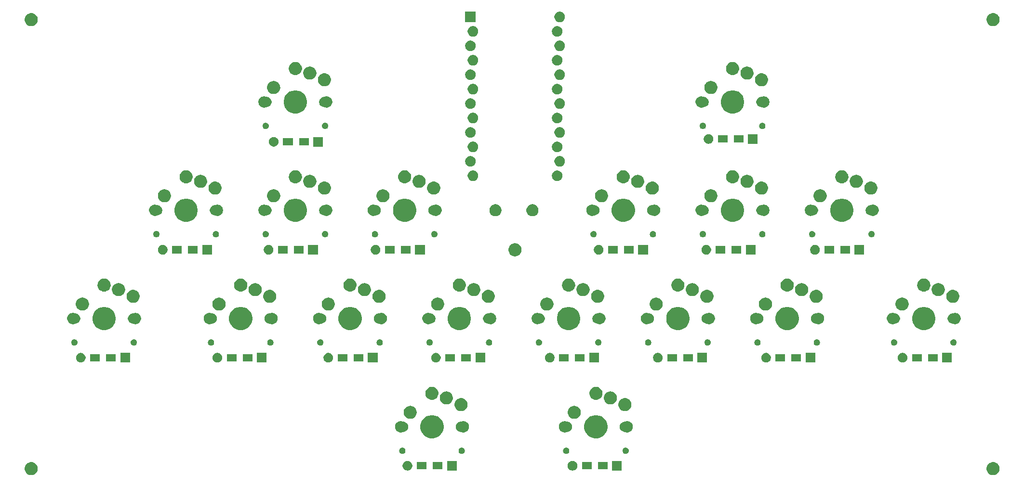
<source format=gbr>
G04 #@! TF.GenerationSoftware,KiCad,Pcbnew,(5.1.2-1)-1*
G04 #@! TF.CreationDate,2020-07-04T05:42:38+09:00*
G04 #@! TF.ProjectId,xipad,78697061-642e-46b6-9963-61645f706362,rev?*
G04 #@! TF.SameCoordinates,Original*
G04 #@! TF.FileFunction,Soldermask,Bot*
G04 #@! TF.FilePolarity,Negative*
%FSLAX46Y46*%
G04 Gerber Fmt 4.6, Leading zero omitted, Abs format (unit mm)*
G04 Created by KiCad (PCBNEW (5.1.2-1)-1) date 2020-07-04 05:42:38*
%MOMM*%
%LPD*%
G04 APERTURE LIST*
%ADD10C,0.100000*%
G04 APERTURE END LIST*
D10*
G36*
X185224549Y-63371116D02*
G01*
X185335734Y-63393232D01*
X185545203Y-63479997D01*
X185733720Y-63605960D01*
X185894040Y-63766280D01*
X186020003Y-63954797D01*
X186106768Y-64164266D01*
X186151000Y-64386636D01*
X186151000Y-64613364D01*
X186106768Y-64835734D01*
X186020003Y-65045203D01*
X185894040Y-65233720D01*
X185733720Y-65394040D01*
X185545203Y-65520003D01*
X185335734Y-65606768D01*
X185224549Y-65628884D01*
X185113365Y-65651000D01*
X184886635Y-65651000D01*
X184775451Y-65628884D01*
X184664266Y-65606768D01*
X184454797Y-65520003D01*
X184266280Y-65394040D01*
X184105960Y-65233720D01*
X183979997Y-65045203D01*
X183893232Y-64835734D01*
X183849000Y-64613364D01*
X183849000Y-64386636D01*
X183893232Y-64164266D01*
X183979997Y-63954797D01*
X184105960Y-63766280D01*
X184266280Y-63605960D01*
X184454797Y-63479997D01*
X184664266Y-63393232D01*
X184775451Y-63371116D01*
X184886635Y-63349000D01*
X185113365Y-63349000D01*
X185224549Y-63371116D01*
X185224549Y-63371116D01*
G37*
G36*
X16224549Y-63371116D02*
G01*
X16335734Y-63393232D01*
X16545203Y-63479997D01*
X16733720Y-63605960D01*
X16894040Y-63766280D01*
X17020003Y-63954797D01*
X17106768Y-64164266D01*
X17151000Y-64386636D01*
X17151000Y-64613364D01*
X17106768Y-64835734D01*
X17020003Y-65045203D01*
X16894040Y-65233720D01*
X16733720Y-65394040D01*
X16545203Y-65520003D01*
X16335734Y-65606768D01*
X16224549Y-65628884D01*
X16113365Y-65651000D01*
X15886635Y-65651000D01*
X15775451Y-65628884D01*
X15664266Y-65606768D01*
X15454797Y-65520003D01*
X15266280Y-65394040D01*
X15105960Y-65233720D01*
X14979997Y-65045203D01*
X14893232Y-64835734D01*
X14849000Y-64613364D01*
X14849000Y-64386636D01*
X14893232Y-64164266D01*
X14979997Y-63954797D01*
X15105960Y-63766280D01*
X15266280Y-63605960D01*
X15454797Y-63479997D01*
X15664266Y-63393232D01*
X15775451Y-63371116D01*
X15886635Y-63349000D01*
X16113365Y-63349000D01*
X16224549Y-63371116D01*
X16224549Y-63371116D01*
G37*
G36*
X119751000Y-64851000D02*
G01*
X118049000Y-64851000D01*
X118049000Y-63149000D01*
X119751000Y-63149000D01*
X119751000Y-64851000D01*
X119751000Y-64851000D01*
G37*
G36*
X111348228Y-63181703D02*
G01*
X111503100Y-63245853D01*
X111642481Y-63338985D01*
X111761015Y-63457519D01*
X111854147Y-63596900D01*
X111918297Y-63751772D01*
X111951000Y-63916184D01*
X111951000Y-64083816D01*
X111918297Y-64248228D01*
X111854147Y-64403100D01*
X111761015Y-64542481D01*
X111642481Y-64661015D01*
X111503100Y-64754147D01*
X111348228Y-64818297D01*
X111183816Y-64851000D01*
X111016184Y-64851000D01*
X110851772Y-64818297D01*
X110696900Y-64754147D01*
X110557519Y-64661015D01*
X110438985Y-64542481D01*
X110345853Y-64403100D01*
X110281703Y-64248228D01*
X110249000Y-64083816D01*
X110249000Y-63916184D01*
X110281703Y-63751772D01*
X110345853Y-63596900D01*
X110438985Y-63457519D01*
X110557519Y-63338985D01*
X110696900Y-63245853D01*
X110851772Y-63181703D01*
X111016184Y-63149000D01*
X111183816Y-63149000D01*
X111348228Y-63181703D01*
X111348228Y-63181703D01*
G37*
G36*
X90751000Y-64851000D02*
G01*
X89049000Y-64851000D01*
X89049000Y-63149000D01*
X90751000Y-63149000D01*
X90751000Y-64851000D01*
X90751000Y-64851000D01*
G37*
G36*
X82348228Y-63181703D02*
G01*
X82503100Y-63245853D01*
X82642481Y-63338985D01*
X82761015Y-63457519D01*
X82854147Y-63596900D01*
X82918297Y-63751772D01*
X82951000Y-63916184D01*
X82951000Y-64083816D01*
X82918297Y-64248228D01*
X82854147Y-64403100D01*
X82761015Y-64542481D01*
X82642481Y-64661015D01*
X82503100Y-64754147D01*
X82348228Y-64818297D01*
X82183816Y-64851000D01*
X82016184Y-64851000D01*
X81851772Y-64818297D01*
X81696900Y-64754147D01*
X81557519Y-64661015D01*
X81438985Y-64542481D01*
X81345853Y-64403100D01*
X81281703Y-64248228D01*
X81249000Y-64083816D01*
X81249000Y-63916184D01*
X81281703Y-63751772D01*
X81345853Y-63596900D01*
X81438985Y-63457519D01*
X81557519Y-63338985D01*
X81696900Y-63245853D01*
X81851772Y-63181703D01*
X82016184Y-63149000D01*
X82183816Y-63149000D01*
X82348228Y-63181703D01*
X82348228Y-63181703D01*
G37*
G36*
X117251000Y-64651000D02*
G01*
X115549000Y-64651000D01*
X115549000Y-63349000D01*
X117251000Y-63349000D01*
X117251000Y-64651000D01*
X117251000Y-64651000D01*
G37*
G36*
X114451000Y-64651000D02*
G01*
X112749000Y-64651000D01*
X112749000Y-63349000D01*
X114451000Y-63349000D01*
X114451000Y-64651000D01*
X114451000Y-64651000D01*
G37*
G36*
X88251000Y-64651000D02*
G01*
X86549000Y-64651000D01*
X86549000Y-63349000D01*
X88251000Y-63349000D01*
X88251000Y-64651000D01*
X88251000Y-64651000D01*
G37*
G36*
X85451000Y-64651000D02*
G01*
X83749000Y-64651000D01*
X83749000Y-63349000D01*
X85451000Y-63349000D01*
X85451000Y-64651000D01*
X85451000Y-64651000D01*
G37*
G36*
X120595121Y-60820174D02*
G01*
X120695395Y-60861709D01*
X120695396Y-60861710D01*
X120785642Y-60922010D01*
X120862390Y-60998758D01*
X120862391Y-60998760D01*
X120922691Y-61089005D01*
X120964226Y-61189279D01*
X120985400Y-61295730D01*
X120985400Y-61404270D01*
X120964226Y-61510721D01*
X120922691Y-61610995D01*
X120922690Y-61610996D01*
X120862390Y-61701242D01*
X120785642Y-61777990D01*
X120740212Y-61808345D01*
X120695395Y-61838291D01*
X120595121Y-61879826D01*
X120488670Y-61901000D01*
X120380130Y-61901000D01*
X120273679Y-61879826D01*
X120173405Y-61838291D01*
X120128588Y-61808345D01*
X120083158Y-61777990D01*
X120006410Y-61701242D01*
X119946110Y-61610996D01*
X119946109Y-61610995D01*
X119904574Y-61510721D01*
X119883400Y-61404270D01*
X119883400Y-61295730D01*
X119904574Y-61189279D01*
X119946109Y-61089005D01*
X120006409Y-60998760D01*
X120006410Y-60998758D01*
X120083158Y-60922010D01*
X120173404Y-60861710D01*
X120173405Y-60861709D01*
X120273679Y-60820174D01*
X120380130Y-60799000D01*
X120488670Y-60799000D01*
X120595121Y-60820174D01*
X120595121Y-60820174D01*
G37*
G36*
X110155121Y-60820174D02*
G01*
X110255395Y-60861709D01*
X110255396Y-60861710D01*
X110345642Y-60922010D01*
X110422390Y-60998758D01*
X110422391Y-60998760D01*
X110482691Y-61089005D01*
X110524226Y-61189279D01*
X110545400Y-61295730D01*
X110545400Y-61404270D01*
X110524226Y-61510721D01*
X110482691Y-61610995D01*
X110482690Y-61610996D01*
X110422390Y-61701242D01*
X110345642Y-61777990D01*
X110300212Y-61808345D01*
X110255395Y-61838291D01*
X110155121Y-61879826D01*
X110048670Y-61901000D01*
X109940130Y-61901000D01*
X109833679Y-61879826D01*
X109733405Y-61838291D01*
X109688588Y-61808345D01*
X109643158Y-61777990D01*
X109566410Y-61701242D01*
X109506110Y-61610996D01*
X109506109Y-61610995D01*
X109464574Y-61510721D01*
X109443400Y-61404270D01*
X109443400Y-61295730D01*
X109464574Y-61189279D01*
X109506109Y-61089005D01*
X109566409Y-60998760D01*
X109566410Y-60998758D01*
X109643158Y-60922010D01*
X109733404Y-60861710D01*
X109733405Y-60861709D01*
X109833679Y-60820174D01*
X109940130Y-60799000D01*
X110048670Y-60799000D01*
X110155121Y-60820174D01*
X110155121Y-60820174D01*
G37*
G36*
X91791521Y-60820174D02*
G01*
X91891795Y-60861709D01*
X91891796Y-60861710D01*
X91982042Y-60922010D01*
X92058790Y-60998758D01*
X92058791Y-60998760D01*
X92119091Y-61089005D01*
X92160626Y-61189279D01*
X92181800Y-61295730D01*
X92181800Y-61404270D01*
X92160626Y-61510721D01*
X92119091Y-61610995D01*
X92119090Y-61610996D01*
X92058790Y-61701242D01*
X91982042Y-61777990D01*
X91936612Y-61808345D01*
X91891795Y-61838291D01*
X91791521Y-61879826D01*
X91685070Y-61901000D01*
X91576530Y-61901000D01*
X91470079Y-61879826D01*
X91369805Y-61838291D01*
X91324988Y-61808345D01*
X91279558Y-61777990D01*
X91202810Y-61701242D01*
X91142510Y-61610996D01*
X91142509Y-61610995D01*
X91100974Y-61510721D01*
X91079800Y-61404270D01*
X91079800Y-61295730D01*
X91100974Y-61189279D01*
X91142509Y-61089005D01*
X91202809Y-60998760D01*
X91202810Y-60998758D01*
X91279558Y-60922010D01*
X91369804Y-60861710D01*
X91369805Y-60861709D01*
X91470079Y-60820174D01*
X91576530Y-60799000D01*
X91685070Y-60799000D01*
X91791521Y-60820174D01*
X91791521Y-60820174D01*
G37*
G36*
X81351521Y-60820174D02*
G01*
X81451795Y-60861709D01*
X81451796Y-60861710D01*
X81542042Y-60922010D01*
X81618790Y-60998758D01*
X81618791Y-60998760D01*
X81679091Y-61089005D01*
X81720626Y-61189279D01*
X81741800Y-61295730D01*
X81741800Y-61404270D01*
X81720626Y-61510721D01*
X81679091Y-61610995D01*
X81679090Y-61610996D01*
X81618790Y-61701242D01*
X81542042Y-61777990D01*
X81496612Y-61808345D01*
X81451795Y-61838291D01*
X81351521Y-61879826D01*
X81245070Y-61901000D01*
X81136530Y-61901000D01*
X81030079Y-61879826D01*
X80929805Y-61838291D01*
X80884988Y-61808345D01*
X80839558Y-61777990D01*
X80762810Y-61701242D01*
X80702510Y-61610996D01*
X80702509Y-61610995D01*
X80660974Y-61510721D01*
X80639800Y-61404270D01*
X80639800Y-61295730D01*
X80660974Y-61189279D01*
X80702509Y-61089005D01*
X80762809Y-60998760D01*
X80762810Y-60998758D01*
X80839558Y-60922010D01*
X80929804Y-60861710D01*
X80929805Y-60861709D01*
X81030079Y-60820174D01*
X81136530Y-60799000D01*
X81245070Y-60799000D01*
X81351521Y-60820174D01*
X81351521Y-60820174D01*
G37*
G36*
X87009054Y-55177818D02*
G01*
X87382311Y-55332426D01*
X87382313Y-55332427D01*
X87718236Y-55556884D01*
X88003916Y-55842564D01*
X88228374Y-56178489D01*
X88382982Y-56551746D01*
X88461800Y-56947993D01*
X88461800Y-57352007D01*
X88382982Y-57748254D01*
X88253639Y-58060515D01*
X88228373Y-58121513D01*
X88003916Y-58457436D01*
X87718236Y-58743116D01*
X87382313Y-58967573D01*
X87382312Y-58967574D01*
X87382311Y-58967574D01*
X87009054Y-59122182D01*
X86612807Y-59201000D01*
X86208793Y-59201000D01*
X85812546Y-59122182D01*
X85439289Y-58967574D01*
X85439288Y-58967574D01*
X85439287Y-58967573D01*
X85103364Y-58743116D01*
X84817684Y-58457436D01*
X84593227Y-58121513D01*
X84567961Y-58060515D01*
X84438618Y-57748254D01*
X84359800Y-57352007D01*
X84359800Y-56947993D01*
X84438618Y-56551746D01*
X84593226Y-56178489D01*
X84817684Y-55842564D01*
X85103364Y-55556884D01*
X85439287Y-55332427D01*
X85439289Y-55332426D01*
X85812546Y-55177818D01*
X86208793Y-55099000D01*
X86612807Y-55099000D01*
X87009054Y-55177818D01*
X87009054Y-55177818D01*
G37*
G36*
X115812654Y-55177818D02*
G01*
X116185911Y-55332426D01*
X116185913Y-55332427D01*
X116521836Y-55556884D01*
X116807516Y-55842564D01*
X117031974Y-56178489D01*
X117186582Y-56551746D01*
X117265400Y-56947993D01*
X117265400Y-57352007D01*
X117186582Y-57748254D01*
X117057239Y-58060515D01*
X117031973Y-58121513D01*
X116807516Y-58457436D01*
X116521836Y-58743116D01*
X116185913Y-58967573D01*
X116185912Y-58967574D01*
X116185911Y-58967574D01*
X115812654Y-59122182D01*
X115416407Y-59201000D01*
X115012393Y-59201000D01*
X114616146Y-59122182D01*
X114242889Y-58967574D01*
X114242888Y-58967574D01*
X114242887Y-58967573D01*
X113906964Y-58743116D01*
X113621284Y-58457436D01*
X113396827Y-58121513D01*
X113371561Y-58060515D01*
X113242218Y-57748254D01*
X113163400Y-57352007D01*
X113163400Y-56947993D01*
X113242218Y-56551746D01*
X113396826Y-56178489D01*
X113621284Y-55842564D01*
X113906964Y-55556884D01*
X114242887Y-55332427D01*
X114242889Y-55332426D01*
X114616146Y-55177818D01*
X115012393Y-55099000D01*
X115416407Y-55099000D01*
X115812654Y-55177818D01*
X115812654Y-55177818D01*
G37*
G36*
X110006381Y-56187468D02*
G01*
X110126710Y-56237311D01*
X110131960Y-56239485D01*
X110155409Y-56246598D01*
X110179795Y-56249000D01*
X110223142Y-56249000D01*
X110247912Y-56253927D01*
X110397212Y-56283624D01*
X110561184Y-56351544D01*
X110708754Y-56450147D01*
X110834253Y-56575646D01*
X110932856Y-56723216D01*
X111000776Y-56887188D01*
X111035400Y-57061259D01*
X111035400Y-57238741D01*
X111000776Y-57412812D01*
X110932856Y-57576784D01*
X110834253Y-57724354D01*
X110708754Y-57849853D01*
X110561184Y-57948456D01*
X110397212Y-58016376D01*
X110247912Y-58046073D01*
X110223142Y-58051000D01*
X110179795Y-58051000D01*
X110155409Y-58053402D01*
X110131960Y-58060515D01*
X110006381Y-58112532D01*
X109909685Y-58131766D01*
X109812991Y-58151000D01*
X109615809Y-58151000D01*
X109519115Y-58131766D01*
X109422419Y-58112532D01*
X109240249Y-58037074D01*
X109076300Y-57927527D01*
X108936873Y-57788100D01*
X108827326Y-57624151D01*
X108751868Y-57441981D01*
X108713400Y-57248590D01*
X108713400Y-57051410D01*
X108751868Y-56858019D01*
X108827326Y-56675849D01*
X108936873Y-56511900D01*
X109076300Y-56372473D01*
X109240249Y-56262926D01*
X109422419Y-56187468D01*
X109615809Y-56149000D01*
X109812991Y-56149000D01*
X110006381Y-56187468D01*
X110006381Y-56187468D01*
G37*
G36*
X81202781Y-56187468D02*
G01*
X81323110Y-56237311D01*
X81328360Y-56239485D01*
X81351809Y-56246598D01*
X81376195Y-56249000D01*
X81419542Y-56249000D01*
X81444312Y-56253927D01*
X81593612Y-56283624D01*
X81757584Y-56351544D01*
X81905154Y-56450147D01*
X82030653Y-56575646D01*
X82129256Y-56723216D01*
X82197176Y-56887188D01*
X82231800Y-57061259D01*
X82231800Y-57238741D01*
X82197176Y-57412812D01*
X82129256Y-57576784D01*
X82030653Y-57724354D01*
X81905154Y-57849853D01*
X81757584Y-57948456D01*
X81593612Y-58016376D01*
X81444312Y-58046073D01*
X81419542Y-58051000D01*
X81376195Y-58051000D01*
X81351809Y-58053402D01*
X81328360Y-58060515D01*
X81202781Y-58112532D01*
X81106085Y-58131766D01*
X81009391Y-58151000D01*
X80812209Y-58151000D01*
X80715515Y-58131766D01*
X80618819Y-58112532D01*
X80436649Y-58037074D01*
X80272700Y-57927527D01*
X80133273Y-57788100D01*
X80023726Y-57624151D01*
X79948268Y-57441981D01*
X79909800Y-57248590D01*
X79909800Y-57051410D01*
X79948268Y-56858019D01*
X80023726Y-56675849D01*
X80133273Y-56511900D01*
X80272700Y-56372473D01*
X80436649Y-56262926D01*
X80618819Y-56187468D01*
X80812209Y-56149000D01*
X81009391Y-56149000D01*
X81202781Y-56187468D01*
X81202781Y-56187468D01*
G37*
G36*
X92202781Y-56187468D02*
G01*
X92384951Y-56262926D01*
X92548900Y-56372473D01*
X92688327Y-56511900D01*
X92797874Y-56675849D01*
X92873332Y-56858019D01*
X92911800Y-57051410D01*
X92911800Y-57248590D01*
X92873332Y-57441981D01*
X92797874Y-57624151D01*
X92688327Y-57788100D01*
X92548900Y-57927527D01*
X92384951Y-58037074D01*
X92202781Y-58112532D01*
X92106085Y-58131766D01*
X92009391Y-58151000D01*
X91812209Y-58151000D01*
X91715515Y-58131766D01*
X91618819Y-58112532D01*
X91493240Y-58060515D01*
X91469791Y-58053402D01*
X91445405Y-58051000D01*
X91402058Y-58051000D01*
X91377288Y-58046073D01*
X91227988Y-58016376D01*
X91064016Y-57948456D01*
X90916446Y-57849853D01*
X90790947Y-57724354D01*
X90692344Y-57576784D01*
X90624424Y-57412812D01*
X90589800Y-57238741D01*
X90589800Y-57061259D01*
X90624424Y-56887188D01*
X90692344Y-56723216D01*
X90790947Y-56575646D01*
X90916446Y-56450147D01*
X91064016Y-56351544D01*
X91227988Y-56283624D01*
X91377288Y-56253927D01*
X91402058Y-56249000D01*
X91445405Y-56249000D01*
X91469791Y-56246598D01*
X91493240Y-56239485D01*
X91498490Y-56237311D01*
X91618819Y-56187468D01*
X91812209Y-56149000D01*
X92009391Y-56149000D01*
X92202781Y-56187468D01*
X92202781Y-56187468D01*
G37*
G36*
X121006381Y-56187468D02*
G01*
X121188551Y-56262926D01*
X121352500Y-56372473D01*
X121491927Y-56511900D01*
X121601474Y-56675849D01*
X121676932Y-56858019D01*
X121715400Y-57051410D01*
X121715400Y-57248590D01*
X121676932Y-57441981D01*
X121601474Y-57624151D01*
X121491927Y-57788100D01*
X121352500Y-57927527D01*
X121188551Y-58037074D01*
X121006381Y-58112532D01*
X120909685Y-58131766D01*
X120812991Y-58151000D01*
X120615809Y-58151000D01*
X120519115Y-58131766D01*
X120422419Y-58112532D01*
X120296840Y-58060515D01*
X120273391Y-58053402D01*
X120249005Y-58051000D01*
X120205658Y-58051000D01*
X120180888Y-58046073D01*
X120031588Y-58016376D01*
X119867616Y-57948456D01*
X119720046Y-57849853D01*
X119594547Y-57724354D01*
X119495944Y-57576784D01*
X119428024Y-57412812D01*
X119393400Y-57238741D01*
X119393400Y-57061259D01*
X119428024Y-56887188D01*
X119495944Y-56723216D01*
X119594547Y-56575646D01*
X119720046Y-56450147D01*
X119867616Y-56351544D01*
X120031588Y-56283624D01*
X120180888Y-56253927D01*
X120205658Y-56249000D01*
X120249005Y-56249000D01*
X120273391Y-56246598D01*
X120296840Y-56239485D01*
X120302090Y-56237311D01*
X120422419Y-56187468D01*
X120615809Y-56149000D01*
X120812991Y-56149000D01*
X121006381Y-56187468D01*
X121006381Y-56187468D01*
G37*
G36*
X111628949Y-53481116D02*
G01*
X111740134Y-53503232D01*
X111888250Y-53564584D01*
X111939312Y-53585734D01*
X111949603Y-53589997D01*
X112138120Y-53715960D01*
X112298440Y-53876280D01*
X112424403Y-54064797D01*
X112511168Y-54274266D01*
X112555400Y-54496636D01*
X112555400Y-54723364D01*
X112511168Y-54945734D01*
X112424403Y-55155203D01*
X112298440Y-55343720D01*
X112138120Y-55504040D01*
X111949603Y-55630003D01*
X111740134Y-55716768D01*
X111628949Y-55738884D01*
X111517765Y-55761000D01*
X111291035Y-55761000D01*
X111179851Y-55738884D01*
X111068666Y-55716768D01*
X110859197Y-55630003D01*
X110670680Y-55504040D01*
X110510360Y-55343720D01*
X110384397Y-55155203D01*
X110297632Y-54945734D01*
X110253400Y-54723364D01*
X110253400Y-54496636D01*
X110297632Y-54274266D01*
X110384397Y-54064797D01*
X110510360Y-53876280D01*
X110670680Y-53715960D01*
X110859197Y-53589997D01*
X110869489Y-53585734D01*
X110920550Y-53564584D01*
X111068666Y-53503232D01*
X111179851Y-53481116D01*
X111291035Y-53459000D01*
X111517765Y-53459000D01*
X111628949Y-53481116D01*
X111628949Y-53481116D01*
G37*
G36*
X82825349Y-53481116D02*
G01*
X82936534Y-53503232D01*
X83084650Y-53564584D01*
X83135712Y-53585734D01*
X83146003Y-53589997D01*
X83334520Y-53715960D01*
X83494840Y-53876280D01*
X83620803Y-54064797D01*
X83707568Y-54274266D01*
X83751800Y-54496636D01*
X83751800Y-54723364D01*
X83707568Y-54945734D01*
X83620803Y-55155203D01*
X83494840Y-55343720D01*
X83334520Y-55504040D01*
X83146003Y-55630003D01*
X82936534Y-55716768D01*
X82825349Y-55738884D01*
X82714165Y-55761000D01*
X82487435Y-55761000D01*
X82376251Y-55738884D01*
X82265066Y-55716768D01*
X82055597Y-55630003D01*
X81867080Y-55504040D01*
X81706760Y-55343720D01*
X81580797Y-55155203D01*
X81494032Y-54945734D01*
X81449800Y-54723364D01*
X81449800Y-54496636D01*
X81494032Y-54274266D01*
X81580797Y-54064797D01*
X81706760Y-53876280D01*
X81867080Y-53715960D01*
X82055597Y-53589997D01*
X82065889Y-53585734D01*
X82116950Y-53564584D01*
X82265066Y-53503232D01*
X82376251Y-53481116D01*
X82487435Y-53459000D01*
X82714165Y-53459000D01*
X82825349Y-53481116D01*
X82825349Y-53481116D01*
G37*
G36*
X120538949Y-52121116D02*
G01*
X120650134Y-52143232D01*
X120859603Y-52229997D01*
X121048120Y-52355960D01*
X121208440Y-52516280D01*
X121334403Y-52704797D01*
X121421168Y-52914266D01*
X121465400Y-53136636D01*
X121465400Y-53363364D01*
X121421168Y-53585734D01*
X121334403Y-53795203D01*
X121208440Y-53983720D01*
X121048120Y-54144040D01*
X120859603Y-54270003D01*
X120859602Y-54270004D01*
X120859601Y-54270004D01*
X120849309Y-54274267D01*
X120650134Y-54356768D01*
X120538949Y-54378884D01*
X120427765Y-54401000D01*
X120201035Y-54401000D01*
X120089851Y-54378884D01*
X119978666Y-54356768D01*
X119779491Y-54274267D01*
X119769199Y-54270004D01*
X119769198Y-54270004D01*
X119769197Y-54270003D01*
X119580680Y-54144040D01*
X119420360Y-53983720D01*
X119294397Y-53795203D01*
X119207632Y-53585734D01*
X119163400Y-53363364D01*
X119163400Y-53136636D01*
X119207632Y-52914266D01*
X119294397Y-52704797D01*
X119420360Y-52516280D01*
X119580680Y-52355960D01*
X119769197Y-52229997D01*
X119978666Y-52143232D01*
X120089851Y-52121116D01*
X120201035Y-52099000D01*
X120427765Y-52099000D01*
X120538949Y-52121116D01*
X120538949Y-52121116D01*
G37*
G36*
X91735349Y-52121116D02*
G01*
X91846534Y-52143232D01*
X92056003Y-52229997D01*
X92244520Y-52355960D01*
X92404840Y-52516280D01*
X92530803Y-52704797D01*
X92617568Y-52914266D01*
X92661800Y-53136636D01*
X92661800Y-53363364D01*
X92617568Y-53585734D01*
X92530803Y-53795203D01*
X92404840Y-53983720D01*
X92244520Y-54144040D01*
X92056003Y-54270003D01*
X92056002Y-54270004D01*
X92056001Y-54270004D01*
X92045709Y-54274267D01*
X91846534Y-54356768D01*
X91735349Y-54378884D01*
X91624165Y-54401000D01*
X91397435Y-54401000D01*
X91286251Y-54378884D01*
X91175066Y-54356768D01*
X90975891Y-54274267D01*
X90965599Y-54270004D01*
X90965598Y-54270004D01*
X90965597Y-54270003D01*
X90777080Y-54144040D01*
X90616760Y-53983720D01*
X90490797Y-53795203D01*
X90404032Y-53585734D01*
X90359800Y-53363364D01*
X90359800Y-53136636D01*
X90404032Y-52914266D01*
X90490797Y-52704797D01*
X90616760Y-52516280D01*
X90777080Y-52355960D01*
X90965597Y-52229997D01*
X91175066Y-52143232D01*
X91286251Y-52121116D01*
X91397435Y-52099000D01*
X91624165Y-52099000D01*
X91735349Y-52121116D01*
X91735349Y-52121116D01*
G37*
G36*
X117978949Y-50941116D02*
G01*
X118090134Y-50963232D01*
X118299603Y-51049997D01*
X118488120Y-51175960D01*
X118648440Y-51336280D01*
X118774403Y-51524797D01*
X118774404Y-51524799D01*
X118861168Y-51734267D01*
X118905400Y-51956635D01*
X118905400Y-52183365D01*
X118888166Y-52270004D01*
X118861168Y-52405734D01*
X118774403Y-52615203D01*
X118648440Y-52803720D01*
X118488120Y-52964040D01*
X118299603Y-53090003D01*
X118090134Y-53176768D01*
X117978949Y-53198884D01*
X117867765Y-53221000D01*
X117641035Y-53221000D01*
X117529851Y-53198884D01*
X117418666Y-53176768D01*
X117209197Y-53090003D01*
X117020680Y-52964040D01*
X116860360Y-52803720D01*
X116734397Y-52615203D01*
X116647632Y-52405734D01*
X116620634Y-52270004D01*
X116603400Y-52183365D01*
X116603400Y-51956635D01*
X116647632Y-51734267D01*
X116734396Y-51524799D01*
X116734397Y-51524797D01*
X116860360Y-51336280D01*
X117020680Y-51175960D01*
X117209197Y-51049997D01*
X117418666Y-50963232D01*
X117529851Y-50941116D01*
X117641035Y-50919000D01*
X117867765Y-50919000D01*
X117978949Y-50941116D01*
X117978949Y-50941116D01*
G37*
G36*
X89175349Y-50941116D02*
G01*
X89286534Y-50963232D01*
X89496003Y-51049997D01*
X89684520Y-51175960D01*
X89844840Y-51336280D01*
X89970803Y-51524797D01*
X89970804Y-51524799D01*
X90057568Y-51734267D01*
X90101800Y-51956635D01*
X90101800Y-52183365D01*
X90084566Y-52270004D01*
X90057568Y-52405734D01*
X89970803Y-52615203D01*
X89844840Y-52803720D01*
X89684520Y-52964040D01*
X89496003Y-53090003D01*
X89286534Y-53176768D01*
X89175349Y-53198884D01*
X89064165Y-53221000D01*
X88837435Y-53221000D01*
X88726251Y-53198884D01*
X88615066Y-53176768D01*
X88405597Y-53090003D01*
X88217080Y-52964040D01*
X88056760Y-52803720D01*
X87930797Y-52615203D01*
X87844032Y-52405734D01*
X87817034Y-52270004D01*
X87799800Y-52183365D01*
X87799800Y-51956635D01*
X87844032Y-51734267D01*
X87930796Y-51524799D01*
X87930797Y-51524797D01*
X88056760Y-51336280D01*
X88217080Y-51175960D01*
X88405597Y-51049997D01*
X88615066Y-50963232D01*
X88726251Y-50941116D01*
X88837435Y-50919000D01*
X89064165Y-50919000D01*
X89175349Y-50941116D01*
X89175349Y-50941116D01*
G37*
G36*
X115438949Y-50121116D02*
G01*
X115550134Y-50143232D01*
X115759603Y-50229997D01*
X115948120Y-50355960D01*
X116108440Y-50516280D01*
X116234403Y-50704797D01*
X116321168Y-50914266D01*
X116330908Y-50963232D01*
X116348167Y-51049997D01*
X116365400Y-51136636D01*
X116365400Y-51363364D01*
X116321168Y-51585734D01*
X116234403Y-51795203D01*
X116108440Y-51983720D01*
X115948120Y-52144040D01*
X115759603Y-52270003D01*
X115550134Y-52356768D01*
X115438949Y-52378884D01*
X115327765Y-52401000D01*
X115101035Y-52401000D01*
X114989851Y-52378884D01*
X114878666Y-52356768D01*
X114669197Y-52270003D01*
X114480680Y-52144040D01*
X114320360Y-51983720D01*
X114194397Y-51795203D01*
X114107632Y-51585734D01*
X114063400Y-51363364D01*
X114063400Y-51136636D01*
X114080634Y-51049997D01*
X114097892Y-50963232D01*
X114107632Y-50914266D01*
X114194397Y-50704797D01*
X114320360Y-50516280D01*
X114480680Y-50355960D01*
X114669197Y-50229997D01*
X114878666Y-50143232D01*
X114989851Y-50121116D01*
X115101035Y-50099000D01*
X115327765Y-50099000D01*
X115438949Y-50121116D01*
X115438949Y-50121116D01*
G37*
G36*
X86635349Y-50121116D02*
G01*
X86746534Y-50143232D01*
X86956003Y-50229997D01*
X87144520Y-50355960D01*
X87304840Y-50516280D01*
X87430803Y-50704797D01*
X87517568Y-50914266D01*
X87527308Y-50963232D01*
X87544567Y-51049997D01*
X87561800Y-51136636D01*
X87561800Y-51363364D01*
X87517568Y-51585734D01*
X87430803Y-51795203D01*
X87304840Y-51983720D01*
X87144520Y-52144040D01*
X86956003Y-52270003D01*
X86746534Y-52356768D01*
X86635349Y-52378884D01*
X86524165Y-52401000D01*
X86297435Y-52401000D01*
X86186251Y-52378884D01*
X86075066Y-52356768D01*
X85865597Y-52270003D01*
X85677080Y-52144040D01*
X85516760Y-51983720D01*
X85390797Y-51795203D01*
X85304032Y-51585734D01*
X85259800Y-51363364D01*
X85259800Y-51136636D01*
X85277034Y-51049997D01*
X85294292Y-50963232D01*
X85304032Y-50914266D01*
X85390797Y-50704797D01*
X85516760Y-50516280D01*
X85677080Y-50355960D01*
X85865597Y-50229997D01*
X86075066Y-50143232D01*
X86186251Y-50121116D01*
X86297435Y-50099000D01*
X86524165Y-50099000D01*
X86635349Y-50121116D01*
X86635349Y-50121116D01*
G37*
G36*
X134751000Y-45851000D02*
G01*
X133049000Y-45851000D01*
X133049000Y-44149000D01*
X134751000Y-44149000D01*
X134751000Y-45851000D01*
X134751000Y-45851000D01*
G37*
G36*
X115751000Y-45851000D02*
G01*
X114049000Y-45851000D01*
X114049000Y-44149000D01*
X115751000Y-44149000D01*
X115751000Y-45851000D01*
X115751000Y-45851000D01*
G37*
G36*
X107348228Y-44181703D02*
G01*
X107503100Y-44245853D01*
X107642481Y-44338985D01*
X107761015Y-44457519D01*
X107854147Y-44596900D01*
X107918297Y-44751772D01*
X107951000Y-44916184D01*
X107951000Y-45083816D01*
X107918297Y-45248228D01*
X107854147Y-45403100D01*
X107761015Y-45542481D01*
X107642481Y-45661015D01*
X107503100Y-45754147D01*
X107348228Y-45818297D01*
X107183816Y-45851000D01*
X107016184Y-45851000D01*
X106851772Y-45818297D01*
X106696900Y-45754147D01*
X106557519Y-45661015D01*
X106438985Y-45542481D01*
X106345853Y-45403100D01*
X106281703Y-45248228D01*
X106249000Y-45083816D01*
X106249000Y-44916184D01*
X106281703Y-44751772D01*
X106345853Y-44596900D01*
X106438985Y-44457519D01*
X106557519Y-44338985D01*
X106696900Y-44245853D01*
X106851772Y-44181703D01*
X107016184Y-44149000D01*
X107183816Y-44149000D01*
X107348228Y-44181703D01*
X107348228Y-44181703D01*
G37*
G36*
X95751000Y-45851000D02*
G01*
X94049000Y-45851000D01*
X94049000Y-44149000D01*
X95751000Y-44149000D01*
X95751000Y-45851000D01*
X95751000Y-45851000D01*
G37*
G36*
X87348228Y-44181703D02*
G01*
X87503100Y-44245853D01*
X87642481Y-44338985D01*
X87761015Y-44457519D01*
X87854147Y-44596900D01*
X87918297Y-44751772D01*
X87951000Y-44916184D01*
X87951000Y-45083816D01*
X87918297Y-45248228D01*
X87854147Y-45403100D01*
X87761015Y-45542481D01*
X87642481Y-45661015D01*
X87503100Y-45754147D01*
X87348228Y-45818297D01*
X87183816Y-45851000D01*
X87016184Y-45851000D01*
X86851772Y-45818297D01*
X86696900Y-45754147D01*
X86557519Y-45661015D01*
X86438985Y-45542481D01*
X86345853Y-45403100D01*
X86281703Y-45248228D01*
X86249000Y-45083816D01*
X86249000Y-44916184D01*
X86281703Y-44751772D01*
X86345853Y-44596900D01*
X86438985Y-44457519D01*
X86557519Y-44338985D01*
X86696900Y-44245853D01*
X86851772Y-44181703D01*
X87016184Y-44149000D01*
X87183816Y-44149000D01*
X87348228Y-44181703D01*
X87348228Y-44181703D01*
G37*
G36*
X76851000Y-45851000D02*
G01*
X75149000Y-45851000D01*
X75149000Y-44149000D01*
X76851000Y-44149000D01*
X76851000Y-45851000D01*
X76851000Y-45851000D01*
G37*
G36*
X68448228Y-44181703D02*
G01*
X68603100Y-44245853D01*
X68742481Y-44338985D01*
X68861015Y-44457519D01*
X68954147Y-44596900D01*
X69018297Y-44751772D01*
X69051000Y-44916184D01*
X69051000Y-45083816D01*
X69018297Y-45248228D01*
X68954147Y-45403100D01*
X68861015Y-45542481D01*
X68742481Y-45661015D01*
X68603100Y-45754147D01*
X68448228Y-45818297D01*
X68283816Y-45851000D01*
X68116184Y-45851000D01*
X67951772Y-45818297D01*
X67796900Y-45754147D01*
X67657519Y-45661015D01*
X67538985Y-45542481D01*
X67445853Y-45403100D01*
X67381703Y-45248228D01*
X67349000Y-45083816D01*
X67349000Y-44916184D01*
X67381703Y-44751772D01*
X67445853Y-44596900D01*
X67538985Y-44457519D01*
X67657519Y-44338985D01*
X67796900Y-44245853D01*
X67951772Y-44181703D01*
X68116184Y-44149000D01*
X68283816Y-44149000D01*
X68448228Y-44181703D01*
X68448228Y-44181703D01*
G37*
G36*
X57351000Y-45851000D02*
G01*
X55649000Y-45851000D01*
X55649000Y-44149000D01*
X57351000Y-44149000D01*
X57351000Y-45851000D01*
X57351000Y-45851000D01*
G37*
G36*
X48948228Y-44181703D02*
G01*
X49103100Y-44245853D01*
X49242481Y-44338985D01*
X49361015Y-44457519D01*
X49454147Y-44596900D01*
X49518297Y-44751772D01*
X49551000Y-44916184D01*
X49551000Y-45083816D01*
X49518297Y-45248228D01*
X49454147Y-45403100D01*
X49361015Y-45542481D01*
X49242481Y-45661015D01*
X49103100Y-45754147D01*
X48948228Y-45818297D01*
X48783816Y-45851000D01*
X48616184Y-45851000D01*
X48451772Y-45818297D01*
X48296900Y-45754147D01*
X48157519Y-45661015D01*
X48038985Y-45542481D01*
X47945853Y-45403100D01*
X47881703Y-45248228D01*
X47849000Y-45083816D01*
X47849000Y-44916184D01*
X47881703Y-44751772D01*
X47945853Y-44596900D01*
X48038985Y-44457519D01*
X48157519Y-44338985D01*
X48296900Y-44245853D01*
X48451772Y-44181703D01*
X48616184Y-44149000D01*
X48783816Y-44149000D01*
X48948228Y-44181703D01*
X48948228Y-44181703D01*
G37*
G36*
X33351000Y-45851000D02*
G01*
X31649000Y-45851000D01*
X31649000Y-44149000D01*
X33351000Y-44149000D01*
X33351000Y-45851000D01*
X33351000Y-45851000D01*
G37*
G36*
X145348228Y-44181703D02*
G01*
X145503100Y-44245853D01*
X145642481Y-44338985D01*
X145761015Y-44457519D01*
X145854147Y-44596900D01*
X145918297Y-44751772D01*
X145951000Y-44916184D01*
X145951000Y-45083816D01*
X145918297Y-45248228D01*
X145854147Y-45403100D01*
X145761015Y-45542481D01*
X145642481Y-45661015D01*
X145503100Y-45754147D01*
X145348228Y-45818297D01*
X145183816Y-45851000D01*
X145016184Y-45851000D01*
X144851772Y-45818297D01*
X144696900Y-45754147D01*
X144557519Y-45661015D01*
X144438985Y-45542481D01*
X144345853Y-45403100D01*
X144281703Y-45248228D01*
X144249000Y-45083816D01*
X144249000Y-44916184D01*
X144281703Y-44751772D01*
X144345853Y-44596900D01*
X144438985Y-44457519D01*
X144557519Y-44338985D01*
X144696900Y-44245853D01*
X144851772Y-44181703D01*
X145016184Y-44149000D01*
X145183816Y-44149000D01*
X145348228Y-44181703D01*
X145348228Y-44181703D01*
G37*
G36*
X153751000Y-45851000D02*
G01*
X152049000Y-45851000D01*
X152049000Y-44149000D01*
X153751000Y-44149000D01*
X153751000Y-45851000D01*
X153751000Y-45851000D01*
G37*
G36*
X24948228Y-44181703D02*
G01*
X25103100Y-44245853D01*
X25242481Y-44338985D01*
X25361015Y-44457519D01*
X25454147Y-44596900D01*
X25518297Y-44751772D01*
X25551000Y-44916184D01*
X25551000Y-45083816D01*
X25518297Y-45248228D01*
X25454147Y-45403100D01*
X25361015Y-45542481D01*
X25242481Y-45661015D01*
X25103100Y-45754147D01*
X24948228Y-45818297D01*
X24783816Y-45851000D01*
X24616184Y-45851000D01*
X24451772Y-45818297D01*
X24296900Y-45754147D01*
X24157519Y-45661015D01*
X24038985Y-45542481D01*
X23945853Y-45403100D01*
X23881703Y-45248228D01*
X23849000Y-45083816D01*
X23849000Y-44916184D01*
X23881703Y-44751772D01*
X23945853Y-44596900D01*
X24038985Y-44457519D01*
X24157519Y-44338985D01*
X24296900Y-44245853D01*
X24451772Y-44181703D01*
X24616184Y-44149000D01*
X24783816Y-44149000D01*
X24948228Y-44181703D01*
X24948228Y-44181703D01*
G37*
G36*
X126348228Y-44181703D02*
G01*
X126503100Y-44245853D01*
X126642481Y-44338985D01*
X126761015Y-44457519D01*
X126854147Y-44596900D01*
X126918297Y-44751772D01*
X126951000Y-44916184D01*
X126951000Y-45083816D01*
X126918297Y-45248228D01*
X126854147Y-45403100D01*
X126761015Y-45542481D01*
X126642481Y-45661015D01*
X126503100Y-45754147D01*
X126348228Y-45818297D01*
X126183816Y-45851000D01*
X126016184Y-45851000D01*
X125851772Y-45818297D01*
X125696900Y-45754147D01*
X125557519Y-45661015D01*
X125438985Y-45542481D01*
X125345853Y-45403100D01*
X125281703Y-45248228D01*
X125249000Y-45083816D01*
X125249000Y-44916184D01*
X125281703Y-44751772D01*
X125345853Y-44596900D01*
X125438985Y-44457519D01*
X125557519Y-44338985D01*
X125696900Y-44245853D01*
X125851772Y-44181703D01*
X126016184Y-44149000D01*
X126183816Y-44149000D01*
X126348228Y-44181703D01*
X126348228Y-44181703D01*
G37*
G36*
X169348228Y-44181703D02*
G01*
X169503100Y-44245853D01*
X169642481Y-44338985D01*
X169761015Y-44457519D01*
X169854147Y-44596900D01*
X169918297Y-44751772D01*
X169951000Y-44916184D01*
X169951000Y-45083816D01*
X169918297Y-45248228D01*
X169854147Y-45403100D01*
X169761015Y-45542481D01*
X169642481Y-45661015D01*
X169503100Y-45754147D01*
X169348228Y-45818297D01*
X169183816Y-45851000D01*
X169016184Y-45851000D01*
X168851772Y-45818297D01*
X168696900Y-45754147D01*
X168557519Y-45661015D01*
X168438985Y-45542481D01*
X168345853Y-45403100D01*
X168281703Y-45248228D01*
X168249000Y-45083816D01*
X168249000Y-44916184D01*
X168281703Y-44751772D01*
X168345853Y-44596900D01*
X168438985Y-44457519D01*
X168557519Y-44338985D01*
X168696900Y-44245853D01*
X168851772Y-44181703D01*
X169016184Y-44149000D01*
X169183816Y-44149000D01*
X169348228Y-44181703D01*
X169348228Y-44181703D01*
G37*
G36*
X177751000Y-45851000D02*
G01*
X176049000Y-45851000D01*
X176049000Y-44149000D01*
X177751000Y-44149000D01*
X177751000Y-45851000D01*
X177751000Y-45851000D01*
G37*
G36*
X129451000Y-45651000D02*
G01*
X127749000Y-45651000D01*
X127749000Y-44349000D01*
X129451000Y-44349000D01*
X129451000Y-45651000D01*
X129451000Y-45651000D01*
G37*
G36*
X172451000Y-45651000D02*
G01*
X170749000Y-45651000D01*
X170749000Y-44349000D01*
X172451000Y-44349000D01*
X172451000Y-45651000D01*
X172451000Y-45651000D01*
G37*
G36*
X132251000Y-45651000D02*
G01*
X130549000Y-45651000D01*
X130549000Y-44349000D01*
X132251000Y-44349000D01*
X132251000Y-45651000D01*
X132251000Y-45651000D01*
G37*
G36*
X148451000Y-45651000D02*
G01*
X146749000Y-45651000D01*
X146749000Y-44349000D01*
X148451000Y-44349000D01*
X148451000Y-45651000D01*
X148451000Y-45651000D01*
G37*
G36*
X151251000Y-45651000D02*
G01*
X149549000Y-45651000D01*
X149549000Y-44349000D01*
X151251000Y-44349000D01*
X151251000Y-45651000D01*
X151251000Y-45651000D01*
G37*
G36*
X175251000Y-45651000D02*
G01*
X173549000Y-45651000D01*
X173549000Y-44349000D01*
X175251000Y-44349000D01*
X175251000Y-45651000D01*
X175251000Y-45651000D01*
G37*
G36*
X28051000Y-45651000D02*
G01*
X26349000Y-45651000D01*
X26349000Y-44349000D01*
X28051000Y-44349000D01*
X28051000Y-45651000D01*
X28051000Y-45651000D01*
G37*
G36*
X30851000Y-45651000D02*
G01*
X29149000Y-45651000D01*
X29149000Y-44349000D01*
X30851000Y-44349000D01*
X30851000Y-45651000D01*
X30851000Y-45651000D01*
G37*
G36*
X113251000Y-45651000D02*
G01*
X111549000Y-45651000D01*
X111549000Y-44349000D01*
X113251000Y-44349000D01*
X113251000Y-45651000D01*
X113251000Y-45651000D01*
G37*
G36*
X110451000Y-45651000D02*
G01*
X108749000Y-45651000D01*
X108749000Y-44349000D01*
X110451000Y-44349000D01*
X110451000Y-45651000D01*
X110451000Y-45651000D01*
G37*
G36*
X93251000Y-45651000D02*
G01*
X91549000Y-45651000D01*
X91549000Y-44349000D01*
X93251000Y-44349000D01*
X93251000Y-45651000D01*
X93251000Y-45651000D01*
G37*
G36*
X90451000Y-45651000D02*
G01*
X88749000Y-45651000D01*
X88749000Y-44349000D01*
X90451000Y-44349000D01*
X90451000Y-45651000D01*
X90451000Y-45651000D01*
G37*
G36*
X74351000Y-45651000D02*
G01*
X72649000Y-45651000D01*
X72649000Y-44349000D01*
X74351000Y-44349000D01*
X74351000Y-45651000D01*
X74351000Y-45651000D01*
G37*
G36*
X71551000Y-45651000D02*
G01*
X69849000Y-45651000D01*
X69849000Y-44349000D01*
X71551000Y-44349000D01*
X71551000Y-45651000D01*
X71551000Y-45651000D01*
G37*
G36*
X54851000Y-45651000D02*
G01*
X53149000Y-45651000D01*
X53149000Y-44349000D01*
X54851000Y-44349000D01*
X54851000Y-45651000D01*
X54851000Y-45651000D01*
G37*
G36*
X52051000Y-45651000D02*
G01*
X50349000Y-45651000D01*
X50349000Y-44349000D01*
X52051000Y-44349000D01*
X52051000Y-45651000D01*
X52051000Y-45651000D01*
G37*
G36*
X134996921Y-41770174D02*
G01*
X135097195Y-41811709D01*
X135097196Y-41811710D01*
X135187442Y-41872010D01*
X135264190Y-41948758D01*
X135264191Y-41948760D01*
X135324491Y-42039005D01*
X135366026Y-42139279D01*
X135387200Y-42245730D01*
X135387200Y-42354270D01*
X135366026Y-42460721D01*
X135324491Y-42560995D01*
X135324490Y-42560996D01*
X135264190Y-42651242D01*
X135187442Y-42727990D01*
X135142012Y-42758345D01*
X135097195Y-42788291D01*
X134996921Y-42829826D01*
X134890470Y-42851000D01*
X134781930Y-42851000D01*
X134675479Y-42829826D01*
X134575205Y-42788291D01*
X134530388Y-42758345D01*
X134484958Y-42727990D01*
X134408210Y-42651242D01*
X134347910Y-42560996D01*
X134347909Y-42560995D01*
X134306374Y-42460721D01*
X134285200Y-42354270D01*
X134285200Y-42245730D01*
X134306374Y-42139279D01*
X134347909Y-42039005D01*
X134408209Y-41948760D01*
X134408210Y-41948758D01*
X134484958Y-41872010D01*
X134575204Y-41811710D01*
X134575205Y-41811709D01*
X134675479Y-41770174D01*
X134781930Y-41749000D01*
X134890470Y-41749000D01*
X134996921Y-41770174D01*
X134996921Y-41770174D01*
G37*
G36*
X124556921Y-41770174D02*
G01*
X124657195Y-41811709D01*
X124657196Y-41811710D01*
X124747442Y-41872010D01*
X124824190Y-41948758D01*
X124824191Y-41948760D01*
X124884491Y-42039005D01*
X124926026Y-42139279D01*
X124947200Y-42245730D01*
X124947200Y-42354270D01*
X124926026Y-42460721D01*
X124884491Y-42560995D01*
X124884490Y-42560996D01*
X124824190Y-42651242D01*
X124747442Y-42727990D01*
X124702012Y-42758345D01*
X124657195Y-42788291D01*
X124556921Y-42829826D01*
X124450470Y-42851000D01*
X124341930Y-42851000D01*
X124235479Y-42829826D01*
X124135205Y-42788291D01*
X124090388Y-42758345D01*
X124044958Y-42727990D01*
X123968210Y-42651242D01*
X123907910Y-42560996D01*
X123907909Y-42560995D01*
X123866374Y-42460721D01*
X123845200Y-42354270D01*
X123845200Y-42245730D01*
X123866374Y-42139279D01*
X123907909Y-42039005D01*
X123968209Y-41948760D01*
X123968210Y-41948758D01*
X124044958Y-41872010D01*
X124135204Y-41811710D01*
X124135205Y-41811709D01*
X124235479Y-41770174D01*
X124341930Y-41749000D01*
X124450470Y-41749000D01*
X124556921Y-41770174D01*
X124556921Y-41770174D01*
G37*
G36*
X115794521Y-41770174D02*
G01*
X115894795Y-41811709D01*
X115894796Y-41811710D01*
X115985042Y-41872010D01*
X116061790Y-41948758D01*
X116061791Y-41948760D01*
X116122091Y-42039005D01*
X116163626Y-42139279D01*
X116184800Y-42245730D01*
X116184800Y-42354270D01*
X116163626Y-42460721D01*
X116122091Y-42560995D01*
X116122090Y-42560996D01*
X116061790Y-42651242D01*
X115985042Y-42727990D01*
X115939612Y-42758345D01*
X115894795Y-42788291D01*
X115794521Y-42829826D01*
X115688070Y-42851000D01*
X115579530Y-42851000D01*
X115473079Y-42829826D01*
X115372805Y-42788291D01*
X115327988Y-42758345D01*
X115282558Y-42727990D01*
X115205810Y-42651242D01*
X115145510Y-42560996D01*
X115145509Y-42560995D01*
X115103974Y-42460721D01*
X115082800Y-42354270D01*
X115082800Y-42245730D01*
X115103974Y-42139279D01*
X115145509Y-42039005D01*
X115205809Y-41948760D01*
X115205810Y-41948758D01*
X115282558Y-41872010D01*
X115372804Y-41811710D01*
X115372805Y-41811709D01*
X115473079Y-41770174D01*
X115579530Y-41749000D01*
X115688070Y-41749000D01*
X115794521Y-41770174D01*
X115794521Y-41770174D01*
G37*
G36*
X143759321Y-41770174D02*
G01*
X143859595Y-41811709D01*
X143859596Y-41811710D01*
X143949842Y-41872010D01*
X144026590Y-41948758D01*
X144026591Y-41948760D01*
X144086891Y-42039005D01*
X144128426Y-42139279D01*
X144149600Y-42245730D01*
X144149600Y-42354270D01*
X144128426Y-42460721D01*
X144086891Y-42560995D01*
X144086890Y-42560996D01*
X144026590Y-42651242D01*
X143949842Y-42727990D01*
X143904412Y-42758345D01*
X143859595Y-42788291D01*
X143759321Y-42829826D01*
X143652870Y-42851000D01*
X143544330Y-42851000D01*
X143437879Y-42829826D01*
X143337605Y-42788291D01*
X143292788Y-42758345D01*
X143247358Y-42727990D01*
X143170610Y-42651242D01*
X143110310Y-42560996D01*
X143110309Y-42560995D01*
X143068774Y-42460721D01*
X143047600Y-42354270D01*
X143047600Y-42245730D01*
X143068774Y-42139279D01*
X143110309Y-42039005D01*
X143170609Y-41948760D01*
X143170610Y-41948758D01*
X143247358Y-41872010D01*
X143337604Y-41811710D01*
X143337605Y-41811709D01*
X143437879Y-41770174D01*
X143544330Y-41749000D01*
X143652870Y-41749000D01*
X143759321Y-41770174D01*
X143759321Y-41770174D01*
G37*
G36*
X154199321Y-41770174D02*
G01*
X154299595Y-41811709D01*
X154299596Y-41811710D01*
X154389842Y-41872010D01*
X154466590Y-41948758D01*
X154466591Y-41948760D01*
X154526891Y-42039005D01*
X154568426Y-42139279D01*
X154589600Y-42245730D01*
X154589600Y-42354270D01*
X154568426Y-42460721D01*
X154526891Y-42560995D01*
X154526890Y-42560996D01*
X154466590Y-42651242D01*
X154389842Y-42727990D01*
X154344412Y-42758345D01*
X154299595Y-42788291D01*
X154199321Y-42829826D01*
X154092870Y-42851000D01*
X153984330Y-42851000D01*
X153877879Y-42829826D01*
X153777605Y-42788291D01*
X153732788Y-42758345D01*
X153687358Y-42727990D01*
X153610610Y-42651242D01*
X153550310Y-42560996D01*
X153550309Y-42560995D01*
X153508774Y-42460721D01*
X153487600Y-42354270D01*
X153487600Y-42245730D01*
X153508774Y-42139279D01*
X153550309Y-42039005D01*
X153610609Y-41948760D01*
X153610610Y-41948758D01*
X153687358Y-41872010D01*
X153777604Y-41811710D01*
X153777605Y-41811709D01*
X153877879Y-41770174D01*
X153984330Y-41749000D01*
X154092870Y-41749000D01*
X154199321Y-41770174D01*
X154199321Y-41770174D01*
G37*
G36*
X105354521Y-41770174D02*
G01*
X105454795Y-41811709D01*
X105454796Y-41811710D01*
X105545042Y-41872010D01*
X105621790Y-41948758D01*
X105621791Y-41948760D01*
X105682091Y-42039005D01*
X105723626Y-42139279D01*
X105744800Y-42245730D01*
X105744800Y-42354270D01*
X105723626Y-42460721D01*
X105682091Y-42560995D01*
X105682090Y-42560996D01*
X105621790Y-42651242D01*
X105545042Y-42727990D01*
X105499612Y-42758345D01*
X105454795Y-42788291D01*
X105354521Y-42829826D01*
X105248070Y-42851000D01*
X105139530Y-42851000D01*
X105033079Y-42829826D01*
X104932805Y-42788291D01*
X104887988Y-42758345D01*
X104842558Y-42727990D01*
X104765810Y-42651242D01*
X104705510Y-42560996D01*
X104705509Y-42560995D01*
X104663974Y-42460721D01*
X104642800Y-42354270D01*
X104642800Y-42245730D01*
X104663974Y-42139279D01*
X104705509Y-42039005D01*
X104765809Y-41948760D01*
X104765810Y-41948758D01*
X104842558Y-41872010D01*
X104932804Y-41811710D01*
X104932805Y-41811709D01*
X105033079Y-41770174D01*
X105139530Y-41749000D01*
X105248070Y-41749000D01*
X105354521Y-41770174D01*
X105354521Y-41770174D01*
G37*
G36*
X96592121Y-41770174D02*
G01*
X96692395Y-41811709D01*
X96692396Y-41811710D01*
X96782642Y-41872010D01*
X96859390Y-41948758D01*
X96859391Y-41948760D01*
X96919691Y-42039005D01*
X96961226Y-42139279D01*
X96982400Y-42245730D01*
X96982400Y-42354270D01*
X96961226Y-42460721D01*
X96919691Y-42560995D01*
X96919690Y-42560996D01*
X96859390Y-42651242D01*
X96782642Y-42727990D01*
X96737212Y-42758345D01*
X96692395Y-42788291D01*
X96592121Y-42829826D01*
X96485670Y-42851000D01*
X96377130Y-42851000D01*
X96270679Y-42829826D01*
X96170405Y-42788291D01*
X96125588Y-42758345D01*
X96080158Y-42727990D01*
X96003410Y-42651242D01*
X95943110Y-42560996D01*
X95943109Y-42560995D01*
X95901574Y-42460721D01*
X95880400Y-42354270D01*
X95880400Y-42245730D01*
X95901574Y-42139279D01*
X95943109Y-42039005D01*
X96003409Y-41948760D01*
X96003410Y-41948758D01*
X96080158Y-41872010D01*
X96170404Y-41811710D01*
X96170405Y-41811709D01*
X96270679Y-41770174D01*
X96377130Y-41749000D01*
X96485670Y-41749000D01*
X96592121Y-41770174D01*
X96592121Y-41770174D01*
G37*
G36*
X167762321Y-41770174D02*
G01*
X167862595Y-41811709D01*
X167862596Y-41811710D01*
X167952842Y-41872010D01*
X168029590Y-41948758D01*
X168029591Y-41948760D01*
X168089891Y-42039005D01*
X168131426Y-42139279D01*
X168152600Y-42245730D01*
X168152600Y-42354270D01*
X168131426Y-42460721D01*
X168089891Y-42560995D01*
X168089890Y-42560996D01*
X168029590Y-42651242D01*
X167952842Y-42727990D01*
X167907412Y-42758345D01*
X167862595Y-42788291D01*
X167762321Y-42829826D01*
X167655870Y-42851000D01*
X167547330Y-42851000D01*
X167440879Y-42829826D01*
X167340605Y-42788291D01*
X167295788Y-42758345D01*
X167250358Y-42727990D01*
X167173610Y-42651242D01*
X167113310Y-42560996D01*
X167113309Y-42560995D01*
X167071774Y-42460721D01*
X167050600Y-42354270D01*
X167050600Y-42245730D01*
X167071774Y-42139279D01*
X167113309Y-42039005D01*
X167173609Y-41948760D01*
X167173610Y-41948758D01*
X167250358Y-41872010D01*
X167340604Y-41811710D01*
X167340605Y-41811709D01*
X167440879Y-41770174D01*
X167547330Y-41749000D01*
X167655870Y-41749000D01*
X167762321Y-41770174D01*
X167762321Y-41770174D01*
G37*
G36*
X178202321Y-41770174D02*
G01*
X178302595Y-41811709D01*
X178302596Y-41811710D01*
X178392842Y-41872010D01*
X178469590Y-41948758D01*
X178469591Y-41948760D01*
X178529891Y-42039005D01*
X178571426Y-42139279D01*
X178592600Y-42245730D01*
X178592600Y-42354270D01*
X178571426Y-42460721D01*
X178529891Y-42560995D01*
X178529890Y-42560996D01*
X178469590Y-42651242D01*
X178392842Y-42727990D01*
X178347412Y-42758345D01*
X178302595Y-42788291D01*
X178202321Y-42829826D01*
X178095870Y-42851000D01*
X177987330Y-42851000D01*
X177880879Y-42829826D01*
X177780605Y-42788291D01*
X177735788Y-42758345D01*
X177690358Y-42727990D01*
X177613610Y-42651242D01*
X177553310Y-42560996D01*
X177553309Y-42560995D01*
X177511774Y-42460721D01*
X177490600Y-42354270D01*
X177490600Y-42245730D01*
X177511774Y-42139279D01*
X177553309Y-42039005D01*
X177613609Y-41948760D01*
X177613610Y-41948758D01*
X177690358Y-41872010D01*
X177780604Y-41811710D01*
X177780605Y-41811709D01*
X177880879Y-41770174D01*
X177987330Y-41749000D01*
X178095870Y-41749000D01*
X178202321Y-41770174D01*
X178202321Y-41770174D01*
G37*
G36*
X86152121Y-41770174D02*
G01*
X86252395Y-41811709D01*
X86252396Y-41811710D01*
X86342642Y-41872010D01*
X86419390Y-41948758D01*
X86419391Y-41948760D01*
X86479691Y-42039005D01*
X86521226Y-42139279D01*
X86542400Y-42245730D01*
X86542400Y-42354270D01*
X86521226Y-42460721D01*
X86479691Y-42560995D01*
X86479690Y-42560996D01*
X86419390Y-42651242D01*
X86342642Y-42727990D01*
X86297212Y-42758345D01*
X86252395Y-42788291D01*
X86152121Y-42829826D01*
X86045670Y-42851000D01*
X85937130Y-42851000D01*
X85830679Y-42829826D01*
X85730405Y-42788291D01*
X85685588Y-42758345D01*
X85640158Y-42727990D01*
X85563410Y-42651242D01*
X85503110Y-42560996D01*
X85503109Y-42560995D01*
X85461574Y-42460721D01*
X85440400Y-42354270D01*
X85440400Y-42245730D01*
X85461574Y-42139279D01*
X85503109Y-42039005D01*
X85563409Y-41948760D01*
X85563410Y-41948758D01*
X85640158Y-41872010D01*
X85730404Y-41811710D01*
X85730405Y-41811709D01*
X85830679Y-41770174D01*
X85937130Y-41749000D01*
X86045670Y-41749000D01*
X86152121Y-41770174D01*
X86152121Y-41770174D01*
G37*
G36*
X77389721Y-41770174D02*
G01*
X77489995Y-41811709D01*
X77489996Y-41811710D01*
X77580242Y-41872010D01*
X77656990Y-41948758D01*
X77656991Y-41948760D01*
X77717291Y-42039005D01*
X77758826Y-42139279D01*
X77780000Y-42245730D01*
X77780000Y-42354270D01*
X77758826Y-42460721D01*
X77717291Y-42560995D01*
X77717290Y-42560996D01*
X77656990Y-42651242D01*
X77580242Y-42727990D01*
X77534812Y-42758345D01*
X77489995Y-42788291D01*
X77389721Y-42829826D01*
X77283270Y-42851000D01*
X77174730Y-42851000D01*
X77068279Y-42829826D01*
X76968005Y-42788291D01*
X76923188Y-42758345D01*
X76877758Y-42727990D01*
X76801010Y-42651242D01*
X76740710Y-42560996D01*
X76740709Y-42560995D01*
X76699174Y-42460721D01*
X76678000Y-42354270D01*
X76678000Y-42245730D01*
X76699174Y-42139279D01*
X76740709Y-42039005D01*
X76801009Y-41948760D01*
X76801010Y-41948758D01*
X76877758Y-41872010D01*
X76968004Y-41811710D01*
X76968005Y-41811709D01*
X77068279Y-41770174D01*
X77174730Y-41749000D01*
X77283270Y-41749000D01*
X77389721Y-41770174D01*
X77389721Y-41770174D01*
G37*
G36*
X66949721Y-41770174D02*
G01*
X67049995Y-41811709D01*
X67049996Y-41811710D01*
X67140242Y-41872010D01*
X67216990Y-41948758D01*
X67216991Y-41948760D01*
X67277291Y-42039005D01*
X67318826Y-42139279D01*
X67340000Y-42245730D01*
X67340000Y-42354270D01*
X67318826Y-42460721D01*
X67277291Y-42560995D01*
X67277290Y-42560996D01*
X67216990Y-42651242D01*
X67140242Y-42727990D01*
X67094812Y-42758345D01*
X67049995Y-42788291D01*
X66949721Y-42829826D01*
X66843270Y-42851000D01*
X66734730Y-42851000D01*
X66628279Y-42829826D01*
X66528005Y-42788291D01*
X66483188Y-42758345D01*
X66437758Y-42727990D01*
X66361010Y-42651242D01*
X66300710Y-42560996D01*
X66300709Y-42560995D01*
X66259174Y-42460721D01*
X66238000Y-42354270D01*
X66238000Y-42245730D01*
X66259174Y-42139279D01*
X66300709Y-42039005D01*
X66361009Y-41948760D01*
X66361010Y-41948758D01*
X66437758Y-41872010D01*
X66528004Y-41811710D01*
X66528005Y-41811709D01*
X66628279Y-41770174D01*
X66734730Y-41749000D01*
X66843270Y-41749000D01*
X66949721Y-41770174D01*
X66949721Y-41770174D01*
G37*
G36*
X58187321Y-41770174D02*
G01*
X58287595Y-41811709D01*
X58287596Y-41811710D01*
X58377842Y-41872010D01*
X58454590Y-41948758D01*
X58454591Y-41948760D01*
X58514891Y-42039005D01*
X58556426Y-42139279D01*
X58577600Y-42245730D01*
X58577600Y-42354270D01*
X58556426Y-42460721D01*
X58514891Y-42560995D01*
X58514890Y-42560996D01*
X58454590Y-42651242D01*
X58377842Y-42727990D01*
X58332412Y-42758345D01*
X58287595Y-42788291D01*
X58187321Y-42829826D01*
X58080870Y-42851000D01*
X57972330Y-42851000D01*
X57865879Y-42829826D01*
X57765605Y-42788291D01*
X57720788Y-42758345D01*
X57675358Y-42727990D01*
X57598610Y-42651242D01*
X57538310Y-42560996D01*
X57538309Y-42560995D01*
X57496774Y-42460721D01*
X57475600Y-42354270D01*
X57475600Y-42245730D01*
X57496774Y-42139279D01*
X57538309Y-42039005D01*
X57598609Y-41948760D01*
X57598610Y-41948758D01*
X57675358Y-41872010D01*
X57765604Y-41811710D01*
X57765605Y-41811709D01*
X57865879Y-41770174D01*
X57972330Y-41749000D01*
X58080870Y-41749000D01*
X58187321Y-41770174D01*
X58187321Y-41770174D01*
G37*
G36*
X47747321Y-41770174D02*
G01*
X47847595Y-41811709D01*
X47847596Y-41811710D01*
X47937842Y-41872010D01*
X48014590Y-41948758D01*
X48014591Y-41948760D01*
X48074891Y-42039005D01*
X48116426Y-42139279D01*
X48137600Y-42245730D01*
X48137600Y-42354270D01*
X48116426Y-42460721D01*
X48074891Y-42560995D01*
X48074890Y-42560996D01*
X48014590Y-42651242D01*
X47937842Y-42727990D01*
X47892412Y-42758345D01*
X47847595Y-42788291D01*
X47747321Y-42829826D01*
X47640870Y-42851000D01*
X47532330Y-42851000D01*
X47425879Y-42829826D01*
X47325605Y-42788291D01*
X47280788Y-42758345D01*
X47235358Y-42727990D01*
X47158610Y-42651242D01*
X47098310Y-42560996D01*
X47098309Y-42560995D01*
X47056774Y-42460721D01*
X47035600Y-42354270D01*
X47035600Y-42245730D01*
X47056774Y-42139279D01*
X47098309Y-42039005D01*
X47158609Y-41948760D01*
X47158610Y-41948758D01*
X47235358Y-41872010D01*
X47325604Y-41811710D01*
X47325605Y-41811709D01*
X47425879Y-41770174D01*
X47532330Y-41749000D01*
X47640870Y-41749000D01*
X47747321Y-41770174D01*
X47747321Y-41770174D01*
G37*
G36*
X34184321Y-41770174D02*
G01*
X34284595Y-41811709D01*
X34284596Y-41811710D01*
X34374842Y-41872010D01*
X34451590Y-41948758D01*
X34451591Y-41948760D01*
X34511891Y-42039005D01*
X34553426Y-42139279D01*
X34574600Y-42245730D01*
X34574600Y-42354270D01*
X34553426Y-42460721D01*
X34511891Y-42560995D01*
X34511890Y-42560996D01*
X34451590Y-42651242D01*
X34374842Y-42727990D01*
X34329412Y-42758345D01*
X34284595Y-42788291D01*
X34184321Y-42829826D01*
X34077870Y-42851000D01*
X33969330Y-42851000D01*
X33862879Y-42829826D01*
X33762605Y-42788291D01*
X33717788Y-42758345D01*
X33672358Y-42727990D01*
X33595610Y-42651242D01*
X33535310Y-42560996D01*
X33535309Y-42560995D01*
X33493774Y-42460721D01*
X33472600Y-42354270D01*
X33472600Y-42245730D01*
X33493774Y-42139279D01*
X33535309Y-42039005D01*
X33595609Y-41948760D01*
X33595610Y-41948758D01*
X33672358Y-41872010D01*
X33762604Y-41811710D01*
X33762605Y-41811709D01*
X33862879Y-41770174D01*
X33969330Y-41749000D01*
X34077870Y-41749000D01*
X34184321Y-41770174D01*
X34184321Y-41770174D01*
G37*
G36*
X23744321Y-41770174D02*
G01*
X23844595Y-41811709D01*
X23844596Y-41811710D01*
X23934842Y-41872010D01*
X24011590Y-41948758D01*
X24011591Y-41948760D01*
X24071891Y-42039005D01*
X24113426Y-42139279D01*
X24134600Y-42245730D01*
X24134600Y-42354270D01*
X24113426Y-42460721D01*
X24071891Y-42560995D01*
X24071890Y-42560996D01*
X24011590Y-42651242D01*
X23934842Y-42727990D01*
X23889412Y-42758345D01*
X23844595Y-42788291D01*
X23744321Y-42829826D01*
X23637870Y-42851000D01*
X23529330Y-42851000D01*
X23422879Y-42829826D01*
X23322605Y-42788291D01*
X23277788Y-42758345D01*
X23232358Y-42727990D01*
X23155610Y-42651242D01*
X23095310Y-42560996D01*
X23095309Y-42560995D01*
X23053774Y-42460721D01*
X23032600Y-42354270D01*
X23032600Y-42245730D01*
X23053774Y-42139279D01*
X23095309Y-42039005D01*
X23155609Y-41948760D01*
X23155610Y-41948758D01*
X23232358Y-41872010D01*
X23322604Y-41811710D01*
X23322605Y-41811709D01*
X23422879Y-41770174D01*
X23529330Y-41749000D01*
X23637870Y-41749000D01*
X23744321Y-41770174D01*
X23744321Y-41770174D01*
G37*
G36*
X173419854Y-36127818D02*
G01*
X173793111Y-36282426D01*
X173793113Y-36282427D01*
X174129036Y-36506884D01*
X174414716Y-36792564D01*
X174639174Y-37128489D01*
X174793782Y-37501746D01*
X174872600Y-37897993D01*
X174872600Y-38302007D01*
X174793782Y-38698254D01*
X174664439Y-39010515D01*
X174639173Y-39071513D01*
X174414716Y-39407436D01*
X174129036Y-39693116D01*
X173793113Y-39917573D01*
X173793112Y-39917574D01*
X173793111Y-39917574D01*
X173419854Y-40072182D01*
X173023607Y-40151000D01*
X172619593Y-40151000D01*
X172223346Y-40072182D01*
X171850089Y-39917574D01*
X171850088Y-39917574D01*
X171850087Y-39917573D01*
X171514164Y-39693116D01*
X171228484Y-39407436D01*
X171004027Y-39071513D01*
X170978761Y-39010515D01*
X170849418Y-38698254D01*
X170770600Y-38302007D01*
X170770600Y-37897993D01*
X170849418Y-37501746D01*
X171004026Y-37128489D01*
X171228484Y-36792564D01*
X171514164Y-36506884D01*
X171850087Y-36282427D01*
X171850089Y-36282426D01*
X172223346Y-36127818D01*
X172619593Y-36049000D01*
X173023607Y-36049000D01*
X173419854Y-36127818D01*
X173419854Y-36127818D01*
G37*
G36*
X53404854Y-36127818D02*
G01*
X53778111Y-36282426D01*
X53778113Y-36282427D01*
X54114036Y-36506884D01*
X54399716Y-36792564D01*
X54624174Y-37128489D01*
X54778782Y-37501746D01*
X54857600Y-37897993D01*
X54857600Y-38302007D01*
X54778782Y-38698254D01*
X54649439Y-39010515D01*
X54624173Y-39071513D01*
X54399716Y-39407436D01*
X54114036Y-39693116D01*
X53778113Y-39917573D01*
X53778112Y-39917574D01*
X53778111Y-39917574D01*
X53404854Y-40072182D01*
X53008607Y-40151000D01*
X52604593Y-40151000D01*
X52208346Y-40072182D01*
X51835089Y-39917574D01*
X51835088Y-39917574D01*
X51835087Y-39917573D01*
X51499164Y-39693116D01*
X51213484Y-39407436D01*
X50989027Y-39071513D01*
X50963761Y-39010515D01*
X50834418Y-38698254D01*
X50755600Y-38302007D01*
X50755600Y-37897993D01*
X50834418Y-37501746D01*
X50989026Y-37128489D01*
X51213484Y-36792564D01*
X51499164Y-36506884D01*
X51835087Y-36282427D01*
X51835089Y-36282426D01*
X52208346Y-36127818D01*
X52604593Y-36049000D01*
X53008607Y-36049000D01*
X53404854Y-36127818D01*
X53404854Y-36127818D01*
G37*
G36*
X29401854Y-36127818D02*
G01*
X29775111Y-36282426D01*
X29775113Y-36282427D01*
X30111036Y-36506884D01*
X30396716Y-36792564D01*
X30621174Y-37128489D01*
X30775782Y-37501746D01*
X30854600Y-37897993D01*
X30854600Y-38302007D01*
X30775782Y-38698254D01*
X30646439Y-39010515D01*
X30621173Y-39071513D01*
X30396716Y-39407436D01*
X30111036Y-39693116D01*
X29775113Y-39917573D01*
X29775112Y-39917574D01*
X29775111Y-39917574D01*
X29401854Y-40072182D01*
X29005607Y-40151000D01*
X28601593Y-40151000D01*
X28205346Y-40072182D01*
X27832089Y-39917574D01*
X27832088Y-39917574D01*
X27832087Y-39917573D01*
X27496164Y-39693116D01*
X27210484Y-39407436D01*
X26986027Y-39071513D01*
X26960761Y-39010515D01*
X26831418Y-38698254D01*
X26752600Y-38302007D01*
X26752600Y-37897993D01*
X26831418Y-37501746D01*
X26986026Y-37128489D01*
X27210484Y-36792564D01*
X27496164Y-36506884D01*
X27832087Y-36282427D01*
X27832089Y-36282426D01*
X28205346Y-36127818D01*
X28601593Y-36049000D01*
X29005607Y-36049000D01*
X29401854Y-36127818D01*
X29401854Y-36127818D01*
G37*
G36*
X149416854Y-36127818D02*
G01*
X149790111Y-36282426D01*
X149790113Y-36282427D01*
X150126036Y-36506884D01*
X150411716Y-36792564D01*
X150636174Y-37128489D01*
X150790782Y-37501746D01*
X150869600Y-37897993D01*
X150869600Y-38302007D01*
X150790782Y-38698254D01*
X150661439Y-39010515D01*
X150636173Y-39071513D01*
X150411716Y-39407436D01*
X150126036Y-39693116D01*
X149790113Y-39917573D01*
X149790112Y-39917574D01*
X149790111Y-39917574D01*
X149416854Y-40072182D01*
X149020607Y-40151000D01*
X148616593Y-40151000D01*
X148220346Y-40072182D01*
X147847089Y-39917574D01*
X147847088Y-39917574D01*
X147847087Y-39917573D01*
X147511164Y-39693116D01*
X147225484Y-39407436D01*
X147001027Y-39071513D01*
X146975761Y-39010515D01*
X146846418Y-38698254D01*
X146767600Y-38302007D01*
X146767600Y-37897993D01*
X146846418Y-37501746D01*
X147001026Y-37128489D01*
X147225484Y-36792564D01*
X147511164Y-36506884D01*
X147847087Y-36282427D01*
X147847089Y-36282426D01*
X148220346Y-36127818D01*
X148616593Y-36049000D01*
X149020607Y-36049000D01*
X149416854Y-36127818D01*
X149416854Y-36127818D01*
G37*
G36*
X72607254Y-36127818D02*
G01*
X72980511Y-36282426D01*
X72980513Y-36282427D01*
X73316436Y-36506884D01*
X73602116Y-36792564D01*
X73826574Y-37128489D01*
X73981182Y-37501746D01*
X74060000Y-37897993D01*
X74060000Y-38302007D01*
X73981182Y-38698254D01*
X73851839Y-39010515D01*
X73826573Y-39071513D01*
X73602116Y-39407436D01*
X73316436Y-39693116D01*
X72980513Y-39917573D01*
X72980512Y-39917574D01*
X72980511Y-39917574D01*
X72607254Y-40072182D01*
X72211007Y-40151000D01*
X71806993Y-40151000D01*
X71410746Y-40072182D01*
X71037489Y-39917574D01*
X71037488Y-39917574D01*
X71037487Y-39917573D01*
X70701564Y-39693116D01*
X70415884Y-39407436D01*
X70191427Y-39071513D01*
X70166161Y-39010515D01*
X70036818Y-38698254D01*
X69958000Y-38302007D01*
X69958000Y-37897993D01*
X70036818Y-37501746D01*
X70191426Y-37128489D01*
X70415884Y-36792564D01*
X70701564Y-36506884D01*
X71037487Y-36282427D01*
X71037489Y-36282426D01*
X71410746Y-36127818D01*
X71806993Y-36049000D01*
X72211007Y-36049000D01*
X72607254Y-36127818D01*
X72607254Y-36127818D01*
G37*
G36*
X130214454Y-36127818D02*
G01*
X130587711Y-36282426D01*
X130587713Y-36282427D01*
X130923636Y-36506884D01*
X131209316Y-36792564D01*
X131433774Y-37128489D01*
X131588382Y-37501746D01*
X131667200Y-37897993D01*
X131667200Y-38302007D01*
X131588382Y-38698254D01*
X131459039Y-39010515D01*
X131433773Y-39071513D01*
X131209316Y-39407436D01*
X130923636Y-39693116D01*
X130587713Y-39917573D01*
X130587712Y-39917574D01*
X130587711Y-39917574D01*
X130214454Y-40072182D01*
X129818207Y-40151000D01*
X129414193Y-40151000D01*
X129017946Y-40072182D01*
X128644689Y-39917574D01*
X128644688Y-39917574D01*
X128644687Y-39917573D01*
X128308764Y-39693116D01*
X128023084Y-39407436D01*
X127798627Y-39071513D01*
X127773361Y-39010515D01*
X127644018Y-38698254D01*
X127565200Y-38302007D01*
X127565200Y-37897993D01*
X127644018Y-37501746D01*
X127798626Y-37128489D01*
X128023084Y-36792564D01*
X128308764Y-36506884D01*
X128644687Y-36282427D01*
X128644689Y-36282426D01*
X129017946Y-36127818D01*
X129414193Y-36049000D01*
X129818207Y-36049000D01*
X130214454Y-36127818D01*
X130214454Y-36127818D01*
G37*
G36*
X111012054Y-36127818D02*
G01*
X111385311Y-36282426D01*
X111385313Y-36282427D01*
X111721236Y-36506884D01*
X112006916Y-36792564D01*
X112231374Y-37128489D01*
X112385982Y-37501746D01*
X112464800Y-37897993D01*
X112464800Y-38302007D01*
X112385982Y-38698254D01*
X112256639Y-39010515D01*
X112231373Y-39071513D01*
X112006916Y-39407436D01*
X111721236Y-39693116D01*
X111385313Y-39917573D01*
X111385312Y-39917574D01*
X111385311Y-39917574D01*
X111012054Y-40072182D01*
X110615807Y-40151000D01*
X110211793Y-40151000D01*
X109815546Y-40072182D01*
X109442289Y-39917574D01*
X109442288Y-39917574D01*
X109442287Y-39917573D01*
X109106364Y-39693116D01*
X108820684Y-39407436D01*
X108596227Y-39071513D01*
X108570961Y-39010515D01*
X108441618Y-38698254D01*
X108362800Y-38302007D01*
X108362800Y-37897993D01*
X108441618Y-37501746D01*
X108596226Y-37128489D01*
X108820684Y-36792564D01*
X109106364Y-36506884D01*
X109442287Y-36282427D01*
X109442289Y-36282426D01*
X109815546Y-36127818D01*
X110211793Y-36049000D01*
X110615807Y-36049000D01*
X111012054Y-36127818D01*
X111012054Y-36127818D01*
G37*
G36*
X91809654Y-36127818D02*
G01*
X92182911Y-36282426D01*
X92182913Y-36282427D01*
X92518836Y-36506884D01*
X92804516Y-36792564D01*
X93028974Y-37128489D01*
X93183582Y-37501746D01*
X93262400Y-37897993D01*
X93262400Y-38302007D01*
X93183582Y-38698254D01*
X93054239Y-39010515D01*
X93028973Y-39071513D01*
X92804516Y-39407436D01*
X92518836Y-39693116D01*
X92182913Y-39917573D01*
X92182912Y-39917574D01*
X92182911Y-39917574D01*
X91809654Y-40072182D01*
X91413407Y-40151000D01*
X91009393Y-40151000D01*
X90613146Y-40072182D01*
X90239889Y-39917574D01*
X90239888Y-39917574D01*
X90239887Y-39917573D01*
X89903964Y-39693116D01*
X89618284Y-39407436D01*
X89393827Y-39071513D01*
X89368561Y-39010515D01*
X89239218Y-38698254D01*
X89160400Y-38302007D01*
X89160400Y-37897993D01*
X89239218Y-37501746D01*
X89393826Y-37128489D01*
X89618284Y-36792564D01*
X89903964Y-36506884D01*
X90239887Y-36282427D01*
X90239889Y-36282426D01*
X90613146Y-36127818D01*
X91009393Y-36049000D01*
X91413407Y-36049000D01*
X91809654Y-36127818D01*
X91809654Y-36127818D01*
G37*
G36*
X85906685Y-37118234D02*
G01*
X86003381Y-37137468D01*
X86123710Y-37187311D01*
X86128960Y-37189485D01*
X86152409Y-37196598D01*
X86176795Y-37199000D01*
X86220142Y-37199000D01*
X86244912Y-37203927D01*
X86394212Y-37233624D01*
X86558184Y-37301544D01*
X86705754Y-37400147D01*
X86831253Y-37525646D01*
X86929856Y-37673216D01*
X86997776Y-37837188D01*
X87032400Y-38011259D01*
X87032400Y-38188741D01*
X86997776Y-38362812D01*
X86929856Y-38526784D01*
X86831253Y-38674354D01*
X86705754Y-38799853D01*
X86558184Y-38898456D01*
X86394212Y-38966376D01*
X86244912Y-38996073D01*
X86220142Y-39001000D01*
X86176795Y-39001000D01*
X86152409Y-39003402D01*
X86128960Y-39010515D01*
X86003381Y-39062532D01*
X85809991Y-39101000D01*
X85612809Y-39101000D01*
X85419419Y-39062532D01*
X85237249Y-38987074D01*
X85073300Y-38877527D01*
X84933873Y-38738100D01*
X84824326Y-38574151D01*
X84748868Y-38391981D01*
X84710400Y-38198590D01*
X84710400Y-38001410D01*
X84748868Y-37808019D01*
X84824326Y-37625849D01*
X84933873Y-37461900D01*
X85073300Y-37322473D01*
X85237249Y-37212926D01*
X85419419Y-37137468D01*
X85516115Y-37118234D01*
X85612809Y-37099000D01*
X85809991Y-37099000D01*
X85906685Y-37118234D01*
X85906685Y-37118234D01*
G37*
G36*
X96906685Y-37118234D02*
G01*
X97003381Y-37137468D01*
X97185551Y-37212926D01*
X97349500Y-37322473D01*
X97488927Y-37461900D01*
X97598474Y-37625849D01*
X97673932Y-37808019D01*
X97712400Y-38001410D01*
X97712400Y-38198590D01*
X97673932Y-38391981D01*
X97598474Y-38574151D01*
X97488927Y-38738100D01*
X97349500Y-38877527D01*
X97185551Y-38987074D01*
X97003381Y-39062532D01*
X96809991Y-39101000D01*
X96612809Y-39101000D01*
X96419419Y-39062532D01*
X96293840Y-39010515D01*
X96270391Y-39003402D01*
X96246005Y-39001000D01*
X96202658Y-39001000D01*
X96177888Y-38996073D01*
X96028588Y-38966376D01*
X95864616Y-38898456D01*
X95717046Y-38799853D01*
X95591547Y-38674354D01*
X95492944Y-38526784D01*
X95425024Y-38362812D01*
X95390400Y-38188741D01*
X95390400Y-38011259D01*
X95425024Y-37837188D01*
X95492944Y-37673216D01*
X95591547Y-37525646D01*
X95717046Y-37400147D01*
X95864616Y-37301544D01*
X96028588Y-37233624D01*
X96177888Y-37203927D01*
X96202658Y-37199000D01*
X96246005Y-37199000D01*
X96270391Y-37196598D01*
X96293840Y-37189485D01*
X96299090Y-37187311D01*
X96419419Y-37137468D01*
X96516115Y-37118234D01*
X96612809Y-37099000D01*
X96809991Y-37099000D01*
X96906685Y-37118234D01*
X96906685Y-37118234D01*
G37*
G36*
X105109085Y-37118234D02*
G01*
X105205781Y-37137468D01*
X105326110Y-37187311D01*
X105331360Y-37189485D01*
X105354809Y-37196598D01*
X105379195Y-37199000D01*
X105422542Y-37199000D01*
X105447312Y-37203927D01*
X105596612Y-37233624D01*
X105760584Y-37301544D01*
X105908154Y-37400147D01*
X106033653Y-37525646D01*
X106132256Y-37673216D01*
X106200176Y-37837188D01*
X106234800Y-38011259D01*
X106234800Y-38188741D01*
X106200176Y-38362812D01*
X106132256Y-38526784D01*
X106033653Y-38674354D01*
X105908154Y-38799853D01*
X105760584Y-38898456D01*
X105596612Y-38966376D01*
X105447312Y-38996073D01*
X105422542Y-39001000D01*
X105379195Y-39001000D01*
X105354809Y-39003402D01*
X105331360Y-39010515D01*
X105205781Y-39062532D01*
X105012391Y-39101000D01*
X104815209Y-39101000D01*
X104621819Y-39062532D01*
X104439649Y-38987074D01*
X104275700Y-38877527D01*
X104136273Y-38738100D01*
X104026726Y-38574151D01*
X103951268Y-38391981D01*
X103912800Y-38198590D01*
X103912800Y-38001410D01*
X103951268Y-37808019D01*
X104026726Y-37625849D01*
X104136273Y-37461900D01*
X104275700Y-37322473D01*
X104439649Y-37212926D01*
X104621819Y-37137468D01*
X104718515Y-37118234D01*
X104815209Y-37099000D01*
X105012391Y-37099000D01*
X105109085Y-37118234D01*
X105109085Y-37118234D01*
G37*
G36*
X116109085Y-37118234D02*
G01*
X116205781Y-37137468D01*
X116387951Y-37212926D01*
X116551900Y-37322473D01*
X116691327Y-37461900D01*
X116800874Y-37625849D01*
X116876332Y-37808019D01*
X116914800Y-38001410D01*
X116914800Y-38198590D01*
X116876332Y-38391981D01*
X116800874Y-38574151D01*
X116691327Y-38738100D01*
X116551900Y-38877527D01*
X116387951Y-38987074D01*
X116205781Y-39062532D01*
X116012391Y-39101000D01*
X115815209Y-39101000D01*
X115621819Y-39062532D01*
X115496240Y-39010515D01*
X115472791Y-39003402D01*
X115448405Y-39001000D01*
X115405058Y-39001000D01*
X115380288Y-38996073D01*
X115230988Y-38966376D01*
X115067016Y-38898456D01*
X114919446Y-38799853D01*
X114793947Y-38674354D01*
X114695344Y-38526784D01*
X114627424Y-38362812D01*
X114592800Y-38188741D01*
X114592800Y-38011259D01*
X114627424Y-37837188D01*
X114695344Y-37673216D01*
X114793947Y-37525646D01*
X114919446Y-37400147D01*
X115067016Y-37301544D01*
X115230988Y-37233624D01*
X115380288Y-37203927D01*
X115405058Y-37199000D01*
X115448405Y-37199000D01*
X115472791Y-37196598D01*
X115496240Y-37189485D01*
X115501490Y-37187311D01*
X115621819Y-37137468D01*
X115718515Y-37118234D01*
X115815209Y-37099000D01*
X116012391Y-37099000D01*
X116109085Y-37118234D01*
X116109085Y-37118234D01*
G37*
G36*
X58501885Y-37118234D02*
G01*
X58598581Y-37137468D01*
X58780751Y-37212926D01*
X58944700Y-37322473D01*
X59084127Y-37461900D01*
X59193674Y-37625849D01*
X59269132Y-37808019D01*
X59307600Y-38001410D01*
X59307600Y-38198590D01*
X59269132Y-38391981D01*
X59193674Y-38574151D01*
X59084127Y-38738100D01*
X58944700Y-38877527D01*
X58780751Y-38987074D01*
X58598581Y-39062532D01*
X58405191Y-39101000D01*
X58208009Y-39101000D01*
X58014619Y-39062532D01*
X57889040Y-39010515D01*
X57865591Y-39003402D01*
X57841205Y-39001000D01*
X57797858Y-39001000D01*
X57773088Y-38996073D01*
X57623788Y-38966376D01*
X57459816Y-38898456D01*
X57312246Y-38799853D01*
X57186747Y-38674354D01*
X57088144Y-38526784D01*
X57020224Y-38362812D01*
X56985600Y-38188741D01*
X56985600Y-38011259D01*
X57020224Y-37837188D01*
X57088144Y-37673216D01*
X57186747Y-37525646D01*
X57312246Y-37400147D01*
X57459816Y-37301544D01*
X57623788Y-37233624D01*
X57773088Y-37203927D01*
X57797858Y-37199000D01*
X57841205Y-37199000D01*
X57865591Y-37196598D01*
X57889040Y-37189485D01*
X57894290Y-37187311D01*
X58014619Y-37137468D01*
X58111315Y-37118234D01*
X58208009Y-37099000D01*
X58405191Y-37099000D01*
X58501885Y-37118234D01*
X58501885Y-37118234D01*
G37*
G36*
X47501885Y-37118234D02*
G01*
X47598581Y-37137468D01*
X47718910Y-37187311D01*
X47724160Y-37189485D01*
X47747609Y-37196598D01*
X47771995Y-37199000D01*
X47815342Y-37199000D01*
X47840112Y-37203927D01*
X47989412Y-37233624D01*
X48153384Y-37301544D01*
X48300954Y-37400147D01*
X48426453Y-37525646D01*
X48525056Y-37673216D01*
X48592976Y-37837188D01*
X48627600Y-38011259D01*
X48627600Y-38188741D01*
X48592976Y-38362812D01*
X48525056Y-38526784D01*
X48426453Y-38674354D01*
X48300954Y-38799853D01*
X48153384Y-38898456D01*
X47989412Y-38966376D01*
X47840112Y-38996073D01*
X47815342Y-39001000D01*
X47771995Y-39001000D01*
X47747609Y-39003402D01*
X47724160Y-39010515D01*
X47598581Y-39062532D01*
X47405191Y-39101000D01*
X47208009Y-39101000D01*
X47014619Y-39062532D01*
X46832449Y-38987074D01*
X46668500Y-38877527D01*
X46529073Y-38738100D01*
X46419526Y-38574151D01*
X46344068Y-38391981D01*
X46305600Y-38198590D01*
X46305600Y-38001410D01*
X46344068Y-37808019D01*
X46419526Y-37625849D01*
X46529073Y-37461900D01*
X46668500Y-37322473D01*
X46832449Y-37212926D01*
X47014619Y-37137468D01*
X47111315Y-37118234D01*
X47208009Y-37099000D01*
X47405191Y-37099000D01*
X47501885Y-37118234D01*
X47501885Y-37118234D01*
G37*
G36*
X66704285Y-37118234D02*
G01*
X66800981Y-37137468D01*
X66921310Y-37187311D01*
X66926560Y-37189485D01*
X66950009Y-37196598D01*
X66974395Y-37199000D01*
X67017742Y-37199000D01*
X67042512Y-37203927D01*
X67191812Y-37233624D01*
X67355784Y-37301544D01*
X67503354Y-37400147D01*
X67628853Y-37525646D01*
X67727456Y-37673216D01*
X67795376Y-37837188D01*
X67830000Y-38011259D01*
X67830000Y-38188741D01*
X67795376Y-38362812D01*
X67727456Y-38526784D01*
X67628853Y-38674354D01*
X67503354Y-38799853D01*
X67355784Y-38898456D01*
X67191812Y-38966376D01*
X67042512Y-38996073D01*
X67017742Y-39001000D01*
X66974395Y-39001000D01*
X66950009Y-39003402D01*
X66926560Y-39010515D01*
X66800981Y-39062532D01*
X66607591Y-39101000D01*
X66410409Y-39101000D01*
X66217019Y-39062532D01*
X66034849Y-38987074D01*
X65870900Y-38877527D01*
X65731473Y-38738100D01*
X65621926Y-38574151D01*
X65546468Y-38391981D01*
X65508000Y-38198590D01*
X65508000Y-38001410D01*
X65546468Y-37808019D01*
X65621926Y-37625849D01*
X65731473Y-37461900D01*
X65870900Y-37322473D01*
X66034849Y-37212926D01*
X66217019Y-37137468D01*
X66313715Y-37118234D01*
X66410409Y-37099000D01*
X66607591Y-37099000D01*
X66704285Y-37118234D01*
X66704285Y-37118234D01*
G37*
G36*
X77704285Y-37118234D02*
G01*
X77800981Y-37137468D01*
X77983151Y-37212926D01*
X78147100Y-37322473D01*
X78286527Y-37461900D01*
X78396074Y-37625849D01*
X78471532Y-37808019D01*
X78510000Y-38001410D01*
X78510000Y-38198590D01*
X78471532Y-38391981D01*
X78396074Y-38574151D01*
X78286527Y-38738100D01*
X78147100Y-38877527D01*
X77983151Y-38987074D01*
X77800981Y-39062532D01*
X77607591Y-39101000D01*
X77410409Y-39101000D01*
X77217019Y-39062532D01*
X77091440Y-39010515D01*
X77067991Y-39003402D01*
X77043605Y-39001000D01*
X77000258Y-39001000D01*
X76975488Y-38996073D01*
X76826188Y-38966376D01*
X76662216Y-38898456D01*
X76514646Y-38799853D01*
X76389147Y-38674354D01*
X76290544Y-38526784D01*
X76222624Y-38362812D01*
X76188000Y-38188741D01*
X76188000Y-38011259D01*
X76222624Y-37837188D01*
X76290544Y-37673216D01*
X76389147Y-37525646D01*
X76514646Y-37400147D01*
X76662216Y-37301544D01*
X76826188Y-37233624D01*
X76975488Y-37203927D01*
X77000258Y-37199000D01*
X77043605Y-37199000D01*
X77067991Y-37196598D01*
X77091440Y-37189485D01*
X77096690Y-37187311D01*
X77217019Y-37137468D01*
X77313715Y-37118234D01*
X77410409Y-37099000D01*
X77607591Y-37099000D01*
X77704285Y-37118234D01*
X77704285Y-37118234D01*
G37*
G36*
X135311485Y-37118234D02*
G01*
X135408181Y-37137468D01*
X135590351Y-37212926D01*
X135754300Y-37322473D01*
X135893727Y-37461900D01*
X136003274Y-37625849D01*
X136078732Y-37808019D01*
X136117200Y-38001410D01*
X136117200Y-38198590D01*
X136078732Y-38391981D01*
X136003274Y-38574151D01*
X135893727Y-38738100D01*
X135754300Y-38877527D01*
X135590351Y-38987074D01*
X135408181Y-39062532D01*
X135214791Y-39101000D01*
X135017609Y-39101000D01*
X134824219Y-39062532D01*
X134698640Y-39010515D01*
X134675191Y-39003402D01*
X134650805Y-39001000D01*
X134607458Y-39001000D01*
X134582688Y-38996073D01*
X134433388Y-38966376D01*
X134269416Y-38898456D01*
X134121846Y-38799853D01*
X133996347Y-38674354D01*
X133897744Y-38526784D01*
X133829824Y-38362812D01*
X133795200Y-38188741D01*
X133795200Y-38011259D01*
X133829824Y-37837188D01*
X133897744Y-37673216D01*
X133996347Y-37525646D01*
X134121846Y-37400147D01*
X134269416Y-37301544D01*
X134433388Y-37233624D01*
X134582688Y-37203927D01*
X134607458Y-37199000D01*
X134650805Y-37199000D01*
X134675191Y-37196598D01*
X134698640Y-37189485D01*
X134703890Y-37187311D01*
X134824219Y-37137468D01*
X134920915Y-37118234D01*
X135017609Y-37099000D01*
X135214791Y-37099000D01*
X135311485Y-37118234D01*
X135311485Y-37118234D01*
G37*
G36*
X124311485Y-37118234D02*
G01*
X124408181Y-37137468D01*
X124528510Y-37187311D01*
X124533760Y-37189485D01*
X124557209Y-37196598D01*
X124581595Y-37199000D01*
X124624942Y-37199000D01*
X124649712Y-37203927D01*
X124799012Y-37233624D01*
X124962984Y-37301544D01*
X125110554Y-37400147D01*
X125236053Y-37525646D01*
X125334656Y-37673216D01*
X125402576Y-37837188D01*
X125437200Y-38011259D01*
X125437200Y-38188741D01*
X125402576Y-38362812D01*
X125334656Y-38526784D01*
X125236053Y-38674354D01*
X125110554Y-38799853D01*
X124962984Y-38898456D01*
X124799012Y-38966376D01*
X124649712Y-38996073D01*
X124624942Y-39001000D01*
X124581595Y-39001000D01*
X124557209Y-39003402D01*
X124533760Y-39010515D01*
X124408181Y-39062532D01*
X124214791Y-39101000D01*
X124017609Y-39101000D01*
X123824219Y-39062532D01*
X123642049Y-38987074D01*
X123478100Y-38877527D01*
X123338673Y-38738100D01*
X123229126Y-38574151D01*
X123153668Y-38391981D01*
X123115200Y-38198590D01*
X123115200Y-38001410D01*
X123153668Y-37808019D01*
X123229126Y-37625849D01*
X123338673Y-37461900D01*
X123478100Y-37322473D01*
X123642049Y-37212926D01*
X123824219Y-37137468D01*
X123920915Y-37118234D01*
X124017609Y-37099000D01*
X124214791Y-37099000D01*
X124311485Y-37118234D01*
X124311485Y-37118234D01*
G37*
G36*
X23498885Y-37118234D02*
G01*
X23595581Y-37137468D01*
X23715910Y-37187311D01*
X23721160Y-37189485D01*
X23744609Y-37196598D01*
X23768995Y-37199000D01*
X23812342Y-37199000D01*
X23837112Y-37203927D01*
X23986412Y-37233624D01*
X24150384Y-37301544D01*
X24297954Y-37400147D01*
X24423453Y-37525646D01*
X24522056Y-37673216D01*
X24589976Y-37837188D01*
X24624600Y-38011259D01*
X24624600Y-38188741D01*
X24589976Y-38362812D01*
X24522056Y-38526784D01*
X24423453Y-38674354D01*
X24297954Y-38799853D01*
X24150384Y-38898456D01*
X23986412Y-38966376D01*
X23837112Y-38996073D01*
X23812342Y-39001000D01*
X23768995Y-39001000D01*
X23744609Y-39003402D01*
X23721160Y-39010515D01*
X23595581Y-39062532D01*
X23402191Y-39101000D01*
X23205009Y-39101000D01*
X23011619Y-39062532D01*
X22829449Y-38987074D01*
X22665500Y-38877527D01*
X22526073Y-38738100D01*
X22416526Y-38574151D01*
X22341068Y-38391981D01*
X22302600Y-38198590D01*
X22302600Y-38001410D01*
X22341068Y-37808019D01*
X22416526Y-37625849D01*
X22526073Y-37461900D01*
X22665500Y-37322473D01*
X22829449Y-37212926D01*
X23011619Y-37137468D01*
X23108315Y-37118234D01*
X23205009Y-37099000D01*
X23402191Y-37099000D01*
X23498885Y-37118234D01*
X23498885Y-37118234D01*
G37*
G36*
X143513885Y-37118234D02*
G01*
X143610581Y-37137468D01*
X143730910Y-37187311D01*
X143736160Y-37189485D01*
X143759609Y-37196598D01*
X143783995Y-37199000D01*
X143827342Y-37199000D01*
X143852112Y-37203927D01*
X144001412Y-37233624D01*
X144165384Y-37301544D01*
X144312954Y-37400147D01*
X144438453Y-37525646D01*
X144537056Y-37673216D01*
X144604976Y-37837188D01*
X144639600Y-38011259D01*
X144639600Y-38188741D01*
X144604976Y-38362812D01*
X144537056Y-38526784D01*
X144438453Y-38674354D01*
X144312954Y-38799853D01*
X144165384Y-38898456D01*
X144001412Y-38966376D01*
X143852112Y-38996073D01*
X143827342Y-39001000D01*
X143783995Y-39001000D01*
X143759609Y-39003402D01*
X143736160Y-39010515D01*
X143610581Y-39062532D01*
X143417191Y-39101000D01*
X143220009Y-39101000D01*
X143026619Y-39062532D01*
X142844449Y-38987074D01*
X142680500Y-38877527D01*
X142541073Y-38738100D01*
X142431526Y-38574151D01*
X142356068Y-38391981D01*
X142317600Y-38198590D01*
X142317600Y-38001410D01*
X142356068Y-37808019D01*
X142431526Y-37625849D01*
X142541073Y-37461900D01*
X142680500Y-37322473D01*
X142844449Y-37212926D01*
X143026619Y-37137468D01*
X143123315Y-37118234D01*
X143220009Y-37099000D01*
X143417191Y-37099000D01*
X143513885Y-37118234D01*
X143513885Y-37118234D01*
G37*
G36*
X154513885Y-37118234D02*
G01*
X154610581Y-37137468D01*
X154792751Y-37212926D01*
X154956700Y-37322473D01*
X155096127Y-37461900D01*
X155205674Y-37625849D01*
X155281132Y-37808019D01*
X155319600Y-38001410D01*
X155319600Y-38198590D01*
X155281132Y-38391981D01*
X155205674Y-38574151D01*
X155096127Y-38738100D01*
X154956700Y-38877527D01*
X154792751Y-38987074D01*
X154610581Y-39062532D01*
X154417191Y-39101000D01*
X154220009Y-39101000D01*
X154026619Y-39062532D01*
X153901040Y-39010515D01*
X153877591Y-39003402D01*
X153853205Y-39001000D01*
X153809858Y-39001000D01*
X153785088Y-38996073D01*
X153635788Y-38966376D01*
X153471816Y-38898456D01*
X153324246Y-38799853D01*
X153198747Y-38674354D01*
X153100144Y-38526784D01*
X153032224Y-38362812D01*
X152997600Y-38188741D01*
X152997600Y-38011259D01*
X153032224Y-37837188D01*
X153100144Y-37673216D01*
X153198747Y-37525646D01*
X153324246Y-37400147D01*
X153471816Y-37301544D01*
X153635788Y-37233624D01*
X153785088Y-37203927D01*
X153809858Y-37199000D01*
X153853205Y-37199000D01*
X153877591Y-37196598D01*
X153901040Y-37189485D01*
X153906290Y-37187311D01*
X154026619Y-37137468D01*
X154123315Y-37118234D01*
X154220009Y-37099000D01*
X154417191Y-37099000D01*
X154513885Y-37118234D01*
X154513885Y-37118234D01*
G37*
G36*
X34498885Y-37118234D02*
G01*
X34595581Y-37137468D01*
X34777751Y-37212926D01*
X34941700Y-37322473D01*
X35081127Y-37461900D01*
X35190674Y-37625849D01*
X35266132Y-37808019D01*
X35304600Y-38001410D01*
X35304600Y-38198590D01*
X35266132Y-38391981D01*
X35190674Y-38574151D01*
X35081127Y-38738100D01*
X34941700Y-38877527D01*
X34777751Y-38987074D01*
X34595581Y-39062532D01*
X34402191Y-39101000D01*
X34205009Y-39101000D01*
X34011619Y-39062532D01*
X33886040Y-39010515D01*
X33862591Y-39003402D01*
X33838205Y-39001000D01*
X33794858Y-39001000D01*
X33770088Y-38996073D01*
X33620788Y-38966376D01*
X33456816Y-38898456D01*
X33309246Y-38799853D01*
X33183747Y-38674354D01*
X33085144Y-38526784D01*
X33017224Y-38362812D01*
X32982600Y-38188741D01*
X32982600Y-38011259D01*
X33017224Y-37837188D01*
X33085144Y-37673216D01*
X33183747Y-37525646D01*
X33309246Y-37400147D01*
X33456816Y-37301544D01*
X33620788Y-37233624D01*
X33770088Y-37203927D01*
X33794858Y-37199000D01*
X33838205Y-37199000D01*
X33862591Y-37196598D01*
X33886040Y-37189485D01*
X33891290Y-37187311D01*
X34011619Y-37137468D01*
X34108315Y-37118234D01*
X34205009Y-37099000D01*
X34402191Y-37099000D01*
X34498885Y-37118234D01*
X34498885Y-37118234D01*
G37*
G36*
X167516885Y-37118234D02*
G01*
X167613581Y-37137468D01*
X167733910Y-37187311D01*
X167739160Y-37189485D01*
X167762609Y-37196598D01*
X167786995Y-37199000D01*
X167830342Y-37199000D01*
X167855112Y-37203927D01*
X168004412Y-37233624D01*
X168168384Y-37301544D01*
X168315954Y-37400147D01*
X168441453Y-37525646D01*
X168540056Y-37673216D01*
X168607976Y-37837188D01*
X168642600Y-38011259D01*
X168642600Y-38188741D01*
X168607976Y-38362812D01*
X168540056Y-38526784D01*
X168441453Y-38674354D01*
X168315954Y-38799853D01*
X168168384Y-38898456D01*
X168004412Y-38966376D01*
X167855112Y-38996073D01*
X167830342Y-39001000D01*
X167786995Y-39001000D01*
X167762609Y-39003402D01*
X167739160Y-39010515D01*
X167613581Y-39062532D01*
X167420191Y-39101000D01*
X167223009Y-39101000D01*
X167029619Y-39062532D01*
X166847449Y-38987074D01*
X166683500Y-38877527D01*
X166544073Y-38738100D01*
X166434526Y-38574151D01*
X166359068Y-38391981D01*
X166320600Y-38198590D01*
X166320600Y-38001410D01*
X166359068Y-37808019D01*
X166434526Y-37625849D01*
X166544073Y-37461900D01*
X166683500Y-37322473D01*
X166847449Y-37212926D01*
X167029619Y-37137468D01*
X167126315Y-37118234D01*
X167223009Y-37099000D01*
X167420191Y-37099000D01*
X167516885Y-37118234D01*
X167516885Y-37118234D01*
G37*
G36*
X178516885Y-37118234D02*
G01*
X178613581Y-37137468D01*
X178795751Y-37212926D01*
X178959700Y-37322473D01*
X179099127Y-37461900D01*
X179208674Y-37625849D01*
X179284132Y-37808019D01*
X179322600Y-38001410D01*
X179322600Y-38198590D01*
X179284132Y-38391981D01*
X179208674Y-38574151D01*
X179099127Y-38738100D01*
X178959700Y-38877527D01*
X178795751Y-38987074D01*
X178613581Y-39062532D01*
X178420191Y-39101000D01*
X178223009Y-39101000D01*
X178029619Y-39062532D01*
X177904040Y-39010515D01*
X177880591Y-39003402D01*
X177856205Y-39001000D01*
X177812858Y-39001000D01*
X177788088Y-38996073D01*
X177638788Y-38966376D01*
X177474816Y-38898456D01*
X177327246Y-38799853D01*
X177201747Y-38674354D01*
X177103144Y-38526784D01*
X177035224Y-38362812D01*
X177000600Y-38188741D01*
X177000600Y-38011259D01*
X177035224Y-37837188D01*
X177103144Y-37673216D01*
X177201747Y-37525646D01*
X177327246Y-37400147D01*
X177474816Y-37301544D01*
X177638788Y-37233624D01*
X177788088Y-37203927D01*
X177812858Y-37199000D01*
X177856205Y-37199000D01*
X177880591Y-37196598D01*
X177904040Y-37189485D01*
X177909290Y-37187311D01*
X178029619Y-37137468D01*
X178126315Y-37118234D01*
X178223009Y-37099000D01*
X178420191Y-37099000D01*
X178516885Y-37118234D01*
X178516885Y-37118234D01*
G37*
G36*
X169236149Y-34431116D02*
G01*
X169347334Y-34453232D01*
X169495450Y-34514584D01*
X169546512Y-34535734D01*
X169556803Y-34539997D01*
X169745320Y-34665960D01*
X169905640Y-34826280D01*
X170031603Y-35014797D01*
X170118368Y-35224266D01*
X170162600Y-35446636D01*
X170162600Y-35673364D01*
X170118368Y-35895734D01*
X170031603Y-36105203D01*
X169905640Y-36293720D01*
X169745320Y-36454040D01*
X169556803Y-36580003D01*
X169347334Y-36666768D01*
X169236149Y-36688884D01*
X169124965Y-36711000D01*
X168898235Y-36711000D01*
X168787051Y-36688884D01*
X168675866Y-36666768D01*
X168466397Y-36580003D01*
X168277880Y-36454040D01*
X168117560Y-36293720D01*
X167991597Y-36105203D01*
X167904832Y-35895734D01*
X167860600Y-35673364D01*
X167860600Y-35446636D01*
X167904832Y-35224266D01*
X167991597Y-35014797D01*
X168117560Y-34826280D01*
X168277880Y-34665960D01*
X168466397Y-34539997D01*
X168476689Y-34535734D01*
X168527750Y-34514584D01*
X168675866Y-34453232D01*
X168787051Y-34431116D01*
X168898235Y-34409000D01*
X169124965Y-34409000D01*
X169236149Y-34431116D01*
X169236149Y-34431116D01*
G37*
G36*
X25218149Y-34431116D02*
G01*
X25329334Y-34453232D01*
X25477450Y-34514584D01*
X25528512Y-34535734D01*
X25538803Y-34539997D01*
X25727320Y-34665960D01*
X25887640Y-34826280D01*
X26013603Y-35014797D01*
X26100368Y-35224266D01*
X26144600Y-35446636D01*
X26144600Y-35673364D01*
X26100368Y-35895734D01*
X26013603Y-36105203D01*
X25887640Y-36293720D01*
X25727320Y-36454040D01*
X25538803Y-36580003D01*
X25329334Y-36666768D01*
X25218149Y-36688884D01*
X25106965Y-36711000D01*
X24880235Y-36711000D01*
X24769051Y-36688884D01*
X24657866Y-36666768D01*
X24448397Y-36580003D01*
X24259880Y-36454040D01*
X24099560Y-36293720D01*
X23973597Y-36105203D01*
X23886832Y-35895734D01*
X23842600Y-35673364D01*
X23842600Y-35446636D01*
X23886832Y-35224266D01*
X23973597Y-35014797D01*
X24099560Y-34826280D01*
X24259880Y-34665960D01*
X24448397Y-34539997D01*
X24458689Y-34535734D01*
X24509750Y-34514584D01*
X24657866Y-34453232D01*
X24769051Y-34431116D01*
X24880235Y-34409000D01*
X25106965Y-34409000D01*
X25218149Y-34431116D01*
X25218149Y-34431116D01*
G37*
G36*
X145233149Y-34431116D02*
G01*
X145344334Y-34453232D01*
X145492450Y-34514584D01*
X145543512Y-34535734D01*
X145553803Y-34539997D01*
X145742320Y-34665960D01*
X145902640Y-34826280D01*
X146028603Y-35014797D01*
X146115368Y-35224266D01*
X146159600Y-35446636D01*
X146159600Y-35673364D01*
X146115368Y-35895734D01*
X146028603Y-36105203D01*
X145902640Y-36293720D01*
X145742320Y-36454040D01*
X145553803Y-36580003D01*
X145344334Y-36666768D01*
X145233149Y-36688884D01*
X145121965Y-36711000D01*
X144895235Y-36711000D01*
X144784051Y-36688884D01*
X144672866Y-36666768D01*
X144463397Y-36580003D01*
X144274880Y-36454040D01*
X144114560Y-36293720D01*
X143988597Y-36105203D01*
X143901832Y-35895734D01*
X143857600Y-35673364D01*
X143857600Y-35446636D01*
X143901832Y-35224266D01*
X143988597Y-35014797D01*
X144114560Y-34826280D01*
X144274880Y-34665960D01*
X144463397Y-34539997D01*
X144473689Y-34535734D01*
X144524750Y-34514584D01*
X144672866Y-34453232D01*
X144784051Y-34431116D01*
X144895235Y-34409000D01*
X145121965Y-34409000D01*
X145233149Y-34431116D01*
X145233149Y-34431116D01*
G37*
G36*
X126030749Y-34431116D02*
G01*
X126141934Y-34453232D01*
X126290050Y-34514584D01*
X126341112Y-34535734D01*
X126351403Y-34539997D01*
X126539920Y-34665960D01*
X126700240Y-34826280D01*
X126826203Y-35014797D01*
X126912968Y-35224266D01*
X126957200Y-35446636D01*
X126957200Y-35673364D01*
X126912968Y-35895734D01*
X126826203Y-36105203D01*
X126700240Y-36293720D01*
X126539920Y-36454040D01*
X126351403Y-36580003D01*
X126141934Y-36666768D01*
X126030749Y-36688884D01*
X125919565Y-36711000D01*
X125692835Y-36711000D01*
X125581651Y-36688884D01*
X125470466Y-36666768D01*
X125260997Y-36580003D01*
X125072480Y-36454040D01*
X124912160Y-36293720D01*
X124786197Y-36105203D01*
X124699432Y-35895734D01*
X124655200Y-35673364D01*
X124655200Y-35446636D01*
X124699432Y-35224266D01*
X124786197Y-35014797D01*
X124912160Y-34826280D01*
X125072480Y-34665960D01*
X125260997Y-34539997D01*
X125271289Y-34535734D01*
X125322350Y-34514584D01*
X125470466Y-34453232D01*
X125581651Y-34431116D01*
X125692835Y-34409000D01*
X125919565Y-34409000D01*
X126030749Y-34431116D01*
X126030749Y-34431116D01*
G37*
G36*
X49221149Y-34431116D02*
G01*
X49332334Y-34453232D01*
X49480450Y-34514584D01*
X49531512Y-34535734D01*
X49541803Y-34539997D01*
X49730320Y-34665960D01*
X49890640Y-34826280D01*
X50016603Y-35014797D01*
X50103368Y-35224266D01*
X50147600Y-35446636D01*
X50147600Y-35673364D01*
X50103368Y-35895734D01*
X50016603Y-36105203D01*
X49890640Y-36293720D01*
X49730320Y-36454040D01*
X49541803Y-36580003D01*
X49332334Y-36666768D01*
X49221149Y-36688884D01*
X49109965Y-36711000D01*
X48883235Y-36711000D01*
X48772051Y-36688884D01*
X48660866Y-36666768D01*
X48451397Y-36580003D01*
X48262880Y-36454040D01*
X48102560Y-36293720D01*
X47976597Y-36105203D01*
X47889832Y-35895734D01*
X47845600Y-35673364D01*
X47845600Y-35446636D01*
X47889832Y-35224266D01*
X47976597Y-35014797D01*
X48102560Y-34826280D01*
X48262880Y-34665960D01*
X48451397Y-34539997D01*
X48461689Y-34535734D01*
X48512750Y-34514584D01*
X48660866Y-34453232D01*
X48772051Y-34431116D01*
X48883235Y-34409000D01*
X49109965Y-34409000D01*
X49221149Y-34431116D01*
X49221149Y-34431116D01*
G37*
G36*
X106828349Y-34431116D02*
G01*
X106939534Y-34453232D01*
X107087650Y-34514584D01*
X107138712Y-34535734D01*
X107149003Y-34539997D01*
X107337520Y-34665960D01*
X107497840Y-34826280D01*
X107623803Y-35014797D01*
X107710568Y-35224266D01*
X107754800Y-35446636D01*
X107754800Y-35673364D01*
X107710568Y-35895734D01*
X107623803Y-36105203D01*
X107497840Y-36293720D01*
X107337520Y-36454040D01*
X107149003Y-36580003D01*
X106939534Y-36666768D01*
X106828349Y-36688884D01*
X106717165Y-36711000D01*
X106490435Y-36711000D01*
X106379251Y-36688884D01*
X106268066Y-36666768D01*
X106058597Y-36580003D01*
X105870080Y-36454040D01*
X105709760Y-36293720D01*
X105583797Y-36105203D01*
X105497032Y-35895734D01*
X105452800Y-35673364D01*
X105452800Y-35446636D01*
X105497032Y-35224266D01*
X105583797Y-35014797D01*
X105709760Y-34826280D01*
X105870080Y-34665960D01*
X106058597Y-34539997D01*
X106068889Y-34535734D01*
X106119950Y-34514584D01*
X106268066Y-34453232D01*
X106379251Y-34431116D01*
X106490435Y-34409000D01*
X106717165Y-34409000D01*
X106828349Y-34431116D01*
X106828349Y-34431116D01*
G37*
G36*
X87625949Y-34431116D02*
G01*
X87737134Y-34453232D01*
X87885250Y-34514584D01*
X87936312Y-34535734D01*
X87946603Y-34539997D01*
X88135120Y-34665960D01*
X88295440Y-34826280D01*
X88421403Y-35014797D01*
X88508168Y-35224266D01*
X88552400Y-35446636D01*
X88552400Y-35673364D01*
X88508168Y-35895734D01*
X88421403Y-36105203D01*
X88295440Y-36293720D01*
X88135120Y-36454040D01*
X87946603Y-36580003D01*
X87737134Y-36666768D01*
X87625949Y-36688884D01*
X87514765Y-36711000D01*
X87288035Y-36711000D01*
X87176851Y-36688884D01*
X87065666Y-36666768D01*
X86856197Y-36580003D01*
X86667680Y-36454040D01*
X86507360Y-36293720D01*
X86381397Y-36105203D01*
X86294632Y-35895734D01*
X86250400Y-35673364D01*
X86250400Y-35446636D01*
X86294632Y-35224266D01*
X86381397Y-35014797D01*
X86507360Y-34826280D01*
X86667680Y-34665960D01*
X86856197Y-34539997D01*
X86866489Y-34535734D01*
X86917550Y-34514584D01*
X87065666Y-34453232D01*
X87176851Y-34431116D01*
X87288035Y-34409000D01*
X87514765Y-34409000D01*
X87625949Y-34431116D01*
X87625949Y-34431116D01*
G37*
G36*
X68423549Y-34431116D02*
G01*
X68534734Y-34453232D01*
X68682850Y-34514584D01*
X68733912Y-34535734D01*
X68744203Y-34539997D01*
X68932720Y-34665960D01*
X69093040Y-34826280D01*
X69219003Y-35014797D01*
X69305768Y-35224266D01*
X69350000Y-35446636D01*
X69350000Y-35673364D01*
X69305768Y-35895734D01*
X69219003Y-36105203D01*
X69093040Y-36293720D01*
X68932720Y-36454040D01*
X68744203Y-36580003D01*
X68534734Y-36666768D01*
X68423549Y-36688884D01*
X68312365Y-36711000D01*
X68085635Y-36711000D01*
X67974451Y-36688884D01*
X67863266Y-36666768D01*
X67653797Y-36580003D01*
X67465280Y-36454040D01*
X67304960Y-36293720D01*
X67178997Y-36105203D01*
X67092232Y-35895734D01*
X67048000Y-35673364D01*
X67048000Y-35446636D01*
X67092232Y-35224266D01*
X67178997Y-35014797D01*
X67304960Y-34826280D01*
X67465280Y-34665960D01*
X67653797Y-34539997D01*
X67664089Y-34535734D01*
X67715150Y-34514584D01*
X67863266Y-34453232D01*
X67974451Y-34431116D01*
X68085635Y-34409000D01*
X68312365Y-34409000D01*
X68423549Y-34431116D01*
X68423549Y-34431116D01*
G37*
G36*
X134940749Y-33071116D02*
G01*
X135051934Y-33093232D01*
X135261403Y-33179997D01*
X135449920Y-33305960D01*
X135610240Y-33466280D01*
X135736203Y-33654797D01*
X135822968Y-33864266D01*
X135867200Y-34086636D01*
X135867200Y-34313364D01*
X135822968Y-34535734D01*
X135736203Y-34745203D01*
X135610240Y-34933720D01*
X135449920Y-35094040D01*
X135261403Y-35220003D01*
X135261402Y-35220004D01*
X135261401Y-35220004D01*
X135251109Y-35224267D01*
X135051934Y-35306768D01*
X134940749Y-35328884D01*
X134829565Y-35351000D01*
X134602835Y-35351000D01*
X134491651Y-35328884D01*
X134380466Y-35306768D01*
X134181291Y-35224267D01*
X134170999Y-35220004D01*
X134170998Y-35220004D01*
X134170997Y-35220003D01*
X133982480Y-35094040D01*
X133822160Y-34933720D01*
X133696197Y-34745203D01*
X133609432Y-34535734D01*
X133565200Y-34313364D01*
X133565200Y-34086636D01*
X133609432Y-33864266D01*
X133696197Y-33654797D01*
X133822160Y-33466280D01*
X133982480Y-33305960D01*
X134170997Y-33179997D01*
X134380466Y-33093232D01*
X134491651Y-33071116D01*
X134602835Y-33049000D01*
X134829565Y-33049000D01*
X134940749Y-33071116D01*
X134940749Y-33071116D01*
G37*
G36*
X178146149Y-33071116D02*
G01*
X178257334Y-33093232D01*
X178466803Y-33179997D01*
X178655320Y-33305960D01*
X178815640Y-33466280D01*
X178941603Y-33654797D01*
X179028368Y-33864266D01*
X179072600Y-34086636D01*
X179072600Y-34313364D01*
X179028368Y-34535734D01*
X178941603Y-34745203D01*
X178815640Y-34933720D01*
X178655320Y-35094040D01*
X178466803Y-35220003D01*
X178466802Y-35220004D01*
X178466801Y-35220004D01*
X178456509Y-35224267D01*
X178257334Y-35306768D01*
X178146149Y-35328884D01*
X178034965Y-35351000D01*
X177808235Y-35351000D01*
X177697051Y-35328884D01*
X177585866Y-35306768D01*
X177386691Y-35224267D01*
X177376399Y-35220004D01*
X177376398Y-35220004D01*
X177376397Y-35220003D01*
X177187880Y-35094040D01*
X177027560Y-34933720D01*
X176901597Y-34745203D01*
X176814832Y-34535734D01*
X176770600Y-34313364D01*
X176770600Y-34086636D01*
X176814832Y-33864266D01*
X176901597Y-33654797D01*
X177027560Y-33466280D01*
X177187880Y-33305960D01*
X177376397Y-33179997D01*
X177585866Y-33093232D01*
X177697051Y-33071116D01*
X177808235Y-33049000D01*
X178034965Y-33049000D01*
X178146149Y-33071116D01*
X178146149Y-33071116D01*
G37*
G36*
X115738349Y-33071116D02*
G01*
X115849534Y-33093232D01*
X116059003Y-33179997D01*
X116247520Y-33305960D01*
X116407840Y-33466280D01*
X116533803Y-33654797D01*
X116620568Y-33864266D01*
X116664800Y-34086636D01*
X116664800Y-34313364D01*
X116620568Y-34535734D01*
X116533803Y-34745203D01*
X116407840Y-34933720D01*
X116247520Y-35094040D01*
X116059003Y-35220003D01*
X116059002Y-35220004D01*
X116059001Y-35220004D01*
X116048709Y-35224267D01*
X115849534Y-35306768D01*
X115738349Y-35328884D01*
X115627165Y-35351000D01*
X115400435Y-35351000D01*
X115289251Y-35328884D01*
X115178066Y-35306768D01*
X114978891Y-35224267D01*
X114968599Y-35220004D01*
X114968598Y-35220004D01*
X114968597Y-35220003D01*
X114780080Y-35094040D01*
X114619760Y-34933720D01*
X114493797Y-34745203D01*
X114407032Y-34535734D01*
X114362800Y-34313364D01*
X114362800Y-34086636D01*
X114407032Y-33864266D01*
X114493797Y-33654797D01*
X114619760Y-33466280D01*
X114780080Y-33305960D01*
X114968597Y-33179997D01*
X115178066Y-33093232D01*
X115289251Y-33071116D01*
X115400435Y-33049000D01*
X115627165Y-33049000D01*
X115738349Y-33071116D01*
X115738349Y-33071116D01*
G37*
G36*
X96535949Y-33071116D02*
G01*
X96647134Y-33093232D01*
X96856603Y-33179997D01*
X97045120Y-33305960D01*
X97205440Y-33466280D01*
X97331403Y-33654797D01*
X97418168Y-33864266D01*
X97462400Y-34086636D01*
X97462400Y-34313364D01*
X97418168Y-34535734D01*
X97331403Y-34745203D01*
X97205440Y-34933720D01*
X97045120Y-35094040D01*
X96856603Y-35220003D01*
X96856602Y-35220004D01*
X96856601Y-35220004D01*
X96846309Y-35224267D01*
X96647134Y-35306768D01*
X96535949Y-35328884D01*
X96424765Y-35351000D01*
X96198035Y-35351000D01*
X96086851Y-35328884D01*
X95975666Y-35306768D01*
X95776491Y-35224267D01*
X95766199Y-35220004D01*
X95766198Y-35220004D01*
X95766197Y-35220003D01*
X95577680Y-35094040D01*
X95417360Y-34933720D01*
X95291397Y-34745203D01*
X95204632Y-34535734D01*
X95160400Y-34313364D01*
X95160400Y-34086636D01*
X95204632Y-33864266D01*
X95291397Y-33654797D01*
X95417360Y-33466280D01*
X95577680Y-33305960D01*
X95766197Y-33179997D01*
X95975666Y-33093232D01*
X96086851Y-33071116D01*
X96198035Y-33049000D01*
X96424765Y-33049000D01*
X96535949Y-33071116D01*
X96535949Y-33071116D01*
G37*
G36*
X77333549Y-33071116D02*
G01*
X77444734Y-33093232D01*
X77654203Y-33179997D01*
X77842720Y-33305960D01*
X78003040Y-33466280D01*
X78129003Y-33654797D01*
X78215768Y-33864266D01*
X78260000Y-34086636D01*
X78260000Y-34313364D01*
X78215768Y-34535734D01*
X78129003Y-34745203D01*
X78003040Y-34933720D01*
X77842720Y-35094040D01*
X77654203Y-35220003D01*
X77654202Y-35220004D01*
X77654201Y-35220004D01*
X77643909Y-35224267D01*
X77444734Y-35306768D01*
X77333549Y-35328884D01*
X77222365Y-35351000D01*
X76995635Y-35351000D01*
X76884451Y-35328884D01*
X76773266Y-35306768D01*
X76574091Y-35224267D01*
X76563799Y-35220004D01*
X76563798Y-35220004D01*
X76563797Y-35220003D01*
X76375280Y-35094040D01*
X76214960Y-34933720D01*
X76088997Y-34745203D01*
X76002232Y-34535734D01*
X75958000Y-34313364D01*
X75958000Y-34086636D01*
X76002232Y-33864266D01*
X76088997Y-33654797D01*
X76214960Y-33466280D01*
X76375280Y-33305960D01*
X76563797Y-33179997D01*
X76773266Y-33093232D01*
X76884451Y-33071116D01*
X76995635Y-33049000D01*
X77222365Y-33049000D01*
X77333549Y-33071116D01*
X77333549Y-33071116D01*
G37*
G36*
X58131149Y-33071116D02*
G01*
X58242334Y-33093232D01*
X58451803Y-33179997D01*
X58640320Y-33305960D01*
X58800640Y-33466280D01*
X58926603Y-33654797D01*
X59013368Y-33864266D01*
X59057600Y-34086636D01*
X59057600Y-34313364D01*
X59013368Y-34535734D01*
X58926603Y-34745203D01*
X58800640Y-34933720D01*
X58640320Y-35094040D01*
X58451803Y-35220003D01*
X58451802Y-35220004D01*
X58451801Y-35220004D01*
X58441509Y-35224267D01*
X58242334Y-35306768D01*
X58131149Y-35328884D01*
X58019965Y-35351000D01*
X57793235Y-35351000D01*
X57682051Y-35328884D01*
X57570866Y-35306768D01*
X57371691Y-35224267D01*
X57361399Y-35220004D01*
X57361398Y-35220004D01*
X57361397Y-35220003D01*
X57172880Y-35094040D01*
X57012560Y-34933720D01*
X56886597Y-34745203D01*
X56799832Y-34535734D01*
X56755600Y-34313364D01*
X56755600Y-34086636D01*
X56799832Y-33864266D01*
X56886597Y-33654797D01*
X57012560Y-33466280D01*
X57172880Y-33305960D01*
X57361397Y-33179997D01*
X57570866Y-33093232D01*
X57682051Y-33071116D01*
X57793235Y-33049000D01*
X58019965Y-33049000D01*
X58131149Y-33071116D01*
X58131149Y-33071116D01*
G37*
G36*
X34128149Y-33071116D02*
G01*
X34239334Y-33093232D01*
X34448803Y-33179997D01*
X34637320Y-33305960D01*
X34797640Y-33466280D01*
X34923603Y-33654797D01*
X35010368Y-33864266D01*
X35054600Y-34086636D01*
X35054600Y-34313364D01*
X35010368Y-34535734D01*
X34923603Y-34745203D01*
X34797640Y-34933720D01*
X34637320Y-35094040D01*
X34448803Y-35220003D01*
X34448802Y-35220004D01*
X34448801Y-35220004D01*
X34438509Y-35224267D01*
X34239334Y-35306768D01*
X34128149Y-35328884D01*
X34016965Y-35351000D01*
X33790235Y-35351000D01*
X33679051Y-35328884D01*
X33567866Y-35306768D01*
X33368691Y-35224267D01*
X33358399Y-35220004D01*
X33358398Y-35220004D01*
X33358397Y-35220003D01*
X33169880Y-35094040D01*
X33009560Y-34933720D01*
X32883597Y-34745203D01*
X32796832Y-34535734D01*
X32752600Y-34313364D01*
X32752600Y-34086636D01*
X32796832Y-33864266D01*
X32883597Y-33654797D01*
X33009560Y-33466280D01*
X33169880Y-33305960D01*
X33358397Y-33179997D01*
X33567866Y-33093232D01*
X33679051Y-33071116D01*
X33790235Y-33049000D01*
X34016965Y-33049000D01*
X34128149Y-33071116D01*
X34128149Y-33071116D01*
G37*
G36*
X154143149Y-33071116D02*
G01*
X154254334Y-33093232D01*
X154463803Y-33179997D01*
X154652320Y-33305960D01*
X154812640Y-33466280D01*
X154938603Y-33654797D01*
X155025368Y-33864266D01*
X155069600Y-34086636D01*
X155069600Y-34313364D01*
X155025368Y-34535734D01*
X154938603Y-34745203D01*
X154812640Y-34933720D01*
X154652320Y-35094040D01*
X154463803Y-35220003D01*
X154463802Y-35220004D01*
X154463801Y-35220004D01*
X154453509Y-35224267D01*
X154254334Y-35306768D01*
X154143149Y-35328884D01*
X154031965Y-35351000D01*
X153805235Y-35351000D01*
X153694051Y-35328884D01*
X153582866Y-35306768D01*
X153383691Y-35224267D01*
X153373399Y-35220004D01*
X153373398Y-35220004D01*
X153373397Y-35220003D01*
X153184880Y-35094040D01*
X153024560Y-34933720D01*
X152898597Y-34745203D01*
X152811832Y-34535734D01*
X152767600Y-34313364D01*
X152767600Y-34086636D01*
X152811832Y-33864266D01*
X152898597Y-33654797D01*
X153024560Y-33466280D01*
X153184880Y-33305960D01*
X153373397Y-33179997D01*
X153582866Y-33093232D01*
X153694051Y-33071116D01*
X153805235Y-33049000D01*
X154031965Y-33049000D01*
X154143149Y-33071116D01*
X154143149Y-33071116D01*
G37*
G36*
X175586149Y-31891116D02*
G01*
X175697334Y-31913232D01*
X175906803Y-31999997D01*
X176095320Y-32125960D01*
X176255640Y-32286280D01*
X176381603Y-32474797D01*
X176381604Y-32474799D01*
X176468368Y-32684267D01*
X176512600Y-32906635D01*
X176512600Y-33133365D01*
X176495366Y-33220004D01*
X176468368Y-33355734D01*
X176381603Y-33565203D01*
X176255640Y-33753720D01*
X176095320Y-33914040D01*
X175906803Y-34040003D01*
X175697334Y-34126768D01*
X175586149Y-34148884D01*
X175474965Y-34171000D01*
X175248235Y-34171000D01*
X175137051Y-34148884D01*
X175025866Y-34126768D01*
X174816397Y-34040003D01*
X174627880Y-33914040D01*
X174467560Y-33753720D01*
X174341597Y-33565203D01*
X174254832Y-33355734D01*
X174227834Y-33220004D01*
X174210600Y-33133365D01*
X174210600Y-32906635D01*
X174254832Y-32684267D01*
X174341596Y-32474799D01*
X174341597Y-32474797D01*
X174467560Y-32286280D01*
X174627880Y-32125960D01*
X174816397Y-31999997D01*
X175025866Y-31913232D01*
X175137051Y-31891116D01*
X175248235Y-31869000D01*
X175474965Y-31869000D01*
X175586149Y-31891116D01*
X175586149Y-31891116D01*
G37*
G36*
X132380749Y-31891116D02*
G01*
X132491934Y-31913232D01*
X132701403Y-31999997D01*
X132889920Y-32125960D01*
X133050240Y-32286280D01*
X133176203Y-32474797D01*
X133176204Y-32474799D01*
X133262968Y-32684267D01*
X133307200Y-32906635D01*
X133307200Y-33133365D01*
X133289966Y-33220004D01*
X133262968Y-33355734D01*
X133176203Y-33565203D01*
X133050240Y-33753720D01*
X132889920Y-33914040D01*
X132701403Y-34040003D01*
X132491934Y-34126768D01*
X132380749Y-34148884D01*
X132269565Y-34171000D01*
X132042835Y-34171000D01*
X131931651Y-34148884D01*
X131820466Y-34126768D01*
X131610997Y-34040003D01*
X131422480Y-33914040D01*
X131262160Y-33753720D01*
X131136197Y-33565203D01*
X131049432Y-33355734D01*
X131022434Y-33220004D01*
X131005200Y-33133365D01*
X131005200Y-32906635D01*
X131049432Y-32684267D01*
X131136196Y-32474799D01*
X131136197Y-32474797D01*
X131262160Y-32286280D01*
X131422480Y-32125960D01*
X131610997Y-31999997D01*
X131820466Y-31913232D01*
X131931651Y-31891116D01*
X132042835Y-31869000D01*
X132269565Y-31869000D01*
X132380749Y-31891116D01*
X132380749Y-31891116D01*
G37*
G36*
X31568149Y-31891116D02*
G01*
X31679334Y-31913232D01*
X31888803Y-31999997D01*
X32077320Y-32125960D01*
X32237640Y-32286280D01*
X32363603Y-32474797D01*
X32363604Y-32474799D01*
X32450368Y-32684267D01*
X32494600Y-32906635D01*
X32494600Y-33133365D01*
X32477366Y-33220004D01*
X32450368Y-33355734D01*
X32363603Y-33565203D01*
X32237640Y-33753720D01*
X32077320Y-33914040D01*
X31888803Y-34040003D01*
X31679334Y-34126768D01*
X31568149Y-34148884D01*
X31456965Y-34171000D01*
X31230235Y-34171000D01*
X31119051Y-34148884D01*
X31007866Y-34126768D01*
X30798397Y-34040003D01*
X30609880Y-33914040D01*
X30449560Y-33753720D01*
X30323597Y-33565203D01*
X30236832Y-33355734D01*
X30209834Y-33220004D01*
X30192600Y-33133365D01*
X30192600Y-32906635D01*
X30236832Y-32684267D01*
X30323596Y-32474799D01*
X30323597Y-32474797D01*
X30449560Y-32286280D01*
X30609880Y-32125960D01*
X30798397Y-31999997D01*
X31007866Y-31913232D01*
X31119051Y-31891116D01*
X31230235Y-31869000D01*
X31456965Y-31869000D01*
X31568149Y-31891116D01*
X31568149Y-31891116D01*
G37*
G36*
X113178349Y-31891116D02*
G01*
X113289534Y-31913232D01*
X113499003Y-31999997D01*
X113687520Y-32125960D01*
X113847840Y-32286280D01*
X113973803Y-32474797D01*
X113973804Y-32474799D01*
X114060568Y-32684267D01*
X114104800Y-32906635D01*
X114104800Y-33133365D01*
X114087566Y-33220004D01*
X114060568Y-33355734D01*
X113973803Y-33565203D01*
X113847840Y-33753720D01*
X113687520Y-33914040D01*
X113499003Y-34040003D01*
X113289534Y-34126768D01*
X113178349Y-34148884D01*
X113067165Y-34171000D01*
X112840435Y-34171000D01*
X112729251Y-34148884D01*
X112618066Y-34126768D01*
X112408597Y-34040003D01*
X112220080Y-33914040D01*
X112059760Y-33753720D01*
X111933797Y-33565203D01*
X111847032Y-33355734D01*
X111820034Y-33220004D01*
X111802800Y-33133365D01*
X111802800Y-32906635D01*
X111847032Y-32684267D01*
X111933796Y-32474799D01*
X111933797Y-32474797D01*
X112059760Y-32286280D01*
X112220080Y-32125960D01*
X112408597Y-31999997D01*
X112618066Y-31913232D01*
X112729251Y-31891116D01*
X112840435Y-31869000D01*
X113067165Y-31869000D01*
X113178349Y-31891116D01*
X113178349Y-31891116D01*
G37*
G36*
X93975949Y-31891116D02*
G01*
X94087134Y-31913232D01*
X94296603Y-31999997D01*
X94485120Y-32125960D01*
X94645440Y-32286280D01*
X94771403Y-32474797D01*
X94771404Y-32474799D01*
X94858168Y-32684267D01*
X94902400Y-32906635D01*
X94902400Y-33133365D01*
X94885166Y-33220004D01*
X94858168Y-33355734D01*
X94771403Y-33565203D01*
X94645440Y-33753720D01*
X94485120Y-33914040D01*
X94296603Y-34040003D01*
X94087134Y-34126768D01*
X93975949Y-34148884D01*
X93864765Y-34171000D01*
X93638035Y-34171000D01*
X93526851Y-34148884D01*
X93415666Y-34126768D01*
X93206197Y-34040003D01*
X93017680Y-33914040D01*
X92857360Y-33753720D01*
X92731397Y-33565203D01*
X92644632Y-33355734D01*
X92617634Y-33220004D01*
X92600400Y-33133365D01*
X92600400Y-32906635D01*
X92644632Y-32684267D01*
X92731396Y-32474799D01*
X92731397Y-32474797D01*
X92857360Y-32286280D01*
X93017680Y-32125960D01*
X93206197Y-31999997D01*
X93415666Y-31913232D01*
X93526851Y-31891116D01*
X93638035Y-31869000D01*
X93864765Y-31869000D01*
X93975949Y-31891116D01*
X93975949Y-31891116D01*
G37*
G36*
X74773549Y-31891116D02*
G01*
X74884734Y-31913232D01*
X75094203Y-31999997D01*
X75282720Y-32125960D01*
X75443040Y-32286280D01*
X75569003Y-32474797D01*
X75569004Y-32474799D01*
X75655768Y-32684267D01*
X75700000Y-32906635D01*
X75700000Y-33133365D01*
X75682766Y-33220004D01*
X75655768Y-33355734D01*
X75569003Y-33565203D01*
X75443040Y-33753720D01*
X75282720Y-33914040D01*
X75094203Y-34040003D01*
X74884734Y-34126768D01*
X74773549Y-34148884D01*
X74662365Y-34171000D01*
X74435635Y-34171000D01*
X74324451Y-34148884D01*
X74213266Y-34126768D01*
X74003797Y-34040003D01*
X73815280Y-33914040D01*
X73654960Y-33753720D01*
X73528997Y-33565203D01*
X73442232Y-33355734D01*
X73415234Y-33220004D01*
X73398000Y-33133365D01*
X73398000Y-32906635D01*
X73442232Y-32684267D01*
X73528996Y-32474799D01*
X73528997Y-32474797D01*
X73654960Y-32286280D01*
X73815280Y-32125960D01*
X74003797Y-31999997D01*
X74213266Y-31913232D01*
X74324451Y-31891116D01*
X74435635Y-31869000D01*
X74662365Y-31869000D01*
X74773549Y-31891116D01*
X74773549Y-31891116D01*
G37*
G36*
X151583149Y-31891116D02*
G01*
X151694334Y-31913232D01*
X151903803Y-31999997D01*
X152092320Y-32125960D01*
X152252640Y-32286280D01*
X152378603Y-32474797D01*
X152378604Y-32474799D01*
X152465368Y-32684267D01*
X152509600Y-32906635D01*
X152509600Y-33133365D01*
X152492366Y-33220004D01*
X152465368Y-33355734D01*
X152378603Y-33565203D01*
X152252640Y-33753720D01*
X152092320Y-33914040D01*
X151903803Y-34040003D01*
X151694334Y-34126768D01*
X151583149Y-34148884D01*
X151471965Y-34171000D01*
X151245235Y-34171000D01*
X151134051Y-34148884D01*
X151022866Y-34126768D01*
X150813397Y-34040003D01*
X150624880Y-33914040D01*
X150464560Y-33753720D01*
X150338597Y-33565203D01*
X150251832Y-33355734D01*
X150224834Y-33220004D01*
X150207600Y-33133365D01*
X150207600Y-32906635D01*
X150251832Y-32684267D01*
X150338596Y-32474799D01*
X150338597Y-32474797D01*
X150464560Y-32286280D01*
X150624880Y-32125960D01*
X150813397Y-31999997D01*
X151022866Y-31913232D01*
X151134051Y-31891116D01*
X151245235Y-31869000D01*
X151471965Y-31869000D01*
X151583149Y-31891116D01*
X151583149Y-31891116D01*
G37*
G36*
X55571149Y-31891116D02*
G01*
X55682334Y-31913232D01*
X55891803Y-31999997D01*
X56080320Y-32125960D01*
X56240640Y-32286280D01*
X56366603Y-32474797D01*
X56366604Y-32474799D01*
X56453368Y-32684267D01*
X56497600Y-32906635D01*
X56497600Y-33133365D01*
X56480366Y-33220004D01*
X56453368Y-33355734D01*
X56366603Y-33565203D01*
X56240640Y-33753720D01*
X56080320Y-33914040D01*
X55891803Y-34040003D01*
X55682334Y-34126768D01*
X55571149Y-34148884D01*
X55459965Y-34171000D01*
X55233235Y-34171000D01*
X55122051Y-34148884D01*
X55010866Y-34126768D01*
X54801397Y-34040003D01*
X54612880Y-33914040D01*
X54452560Y-33753720D01*
X54326597Y-33565203D01*
X54239832Y-33355734D01*
X54212834Y-33220004D01*
X54195600Y-33133365D01*
X54195600Y-32906635D01*
X54239832Y-32684267D01*
X54326596Y-32474799D01*
X54326597Y-32474797D01*
X54452560Y-32286280D01*
X54612880Y-32125960D01*
X54801397Y-31999997D01*
X55010866Y-31913232D01*
X55122051Y-31891116D01*
X55233235Y-31869000D01*
X55459965Y-31869000D01*
X55571149Y-31891116D01*
X55571149Y-31891116D01*
G37*
G36*
X149043149Y-31071116D02*
G01*
X149154334Y-31093232D01*
X149363803Y-31179997D01*
X149552320Y-31305960D01*
X149712640Y-31466280D01*
X149838603Y-31654797D01*
X149925368Y-31864266D01*
X149935108Y-31913232D01*
X149952367Y-31999997D01*
X149969600Y-32086636D01*
X149969600Y-32313364D01*
X149925368Y-32535734D01*
X149838603Y-32745203D01*
X149712640Y-32933720D01*
X149552320Y-33094040D01*
X149363803Y-33220003D01*
X149154334Y-33306768D01*
X149043149Y-33328884D01*
X148931965Y-33351000D01*
X148705235Y-33351000D01*
X148594051Y-33328884D01*
X148482866Y-33306768D01*
X148273397Y-33220003D01*
X148084880Y-33094040D01*
X147924560Y-32933720D01*
X147798597Y-32745203D01*
X147711832Y-32535734D01*
X147667600Y-32313364D01*
X147667600Y-32086636D01*
X147684834Y-31999997D01*
X147702092Y-31913232D01*
X147711832Y-31864266D01*
X147798597Y-31654797D01*
X147924560Y-31466280D01*
X148084880Y-31305960D01*
X148273397Y-31179997D01*
X148482866Y-31093232D01*
X148594051Y-31071116D01*
X148705235Y-31049000D01*
X148931965Y-31049000D01*
X149043149Y-31071116D01*
X149043149Y-31071116D01*
G37*
G36*
X110638349Y-31071116D02*
G01*
X110749534Y-31093232D01*
X110959003Y-31179997D01*
X111147520Y-31305960D01*
X111307840Y-31466280D01*
X111433803Y-31654797D01*
X111520568Y-31864266D01*
X111530308Y-31913232D01*
X111547567Y-31999997D01*
X111564800Y-32086636D01*
X111564800Y-32313364D01*
X111520568Y-32535734D01*
X111433803Y-32745203D01*
X111307840Y-32933720D01*
X111147520Y-33094040D01*
X110959003Y-33220003D01*
X110749534Y-33306768D01*
X110638349Y-33328884D01*
X110527165Y-33351000D01*
X110300435Y-33351000D01*
X110189251Y-33328884D01*
X110078066Y-33306768D01*
X109868597Y-33220003D01*
X109680080Y-33094040D01*
X109519760Y-32933720D01*
X109393797Y-32745203D01*
X109307032Y-32535734D01*
X109262800Y-32313364D01*
X109262800Y-32086636D01*
X109280034Y-31999997D01*
X109297292Y-31913232D01*
X109307032Y-31864266D01*
X109393797Y-31654797D01*
X109519760Y-31466280D01*
X109680080Y-31305960D01*
X109868597Y-31179997D01*
X110078066Y-31093232D01*
X110189251Y-31071116D01*
X110300435Y-31049000D01*
X110527165Y-31049000D01*
X110638349Y-31071116D01*
X110638349Y-31071116D01*
G37*
G36*
X91435949Y-31071116D02*
G01*
X91547134Y-31093232D01*
X91756603Y-31179997D01*
X91945120Y-31305960D01*
X92105440Y-31466280D01*
X92231403Y-31654797D01*
X92318168Y-31864266D01*
X92327908Y-31913232D01*
X92345167Y-31999997D01*
X92362400Y-32086636D01*
X92362400Y-32313364D01*
X92318168Y-32535734D01*
X92231403Y-32745203D01*
X92105440Y-32933720D01*
X91945120Y-33094040D01*
X91756603Y-33220003D01*
X91547134Y-33306768D01*
X91435949Y-33328884D01*
X91324765Y-33351000D01*
X91098035Y-33351000D01*
X90986851Y-33328884D01*
X90875666Y-33306768D01*
X90666197Y-33220003D01*
X90477680Y-33094040D01*
X90317360Y-32933720D01*
X90191397Y-32745203D01*
X90104632Y-32535734D01*
X90060400Y-32313364D01*
X90060400Y-32086636D01*
X90077634Y-31999997D01*
X90094892Y-31913232D01*
X90104632Y-31864266D01*
X90191397Y-31654797D01*
X90317360Y-31466280D01*
X90477680Y-31305960D01*
X90666197Y-31179997D01*
X90875666Y-31093232D01*
X90986851Y-31071116D01*
X91098035Y-31049000D01*
X91324765Y-31049000D01*
X91435949Y-31071116D01*
X91435949Y-31071116D01*
G37*
G36*
X72233549Y-31071116D02*
G01*
X72344734Y-31093232D01*
X72554203Y-31179997D01*
X72742720Y-31305960D01*
X72903040Y-31466280D01*
X73029003Y-31654797D01*
X73115768Y-31864266D01*
X73125508Y-31913232D01*
X73142767Y-31999997D01*
X73160000Y-32086636D01*
X73160000Y-32313364D01*
X73115768Y-32535734D01*
X73029003Y-32745203D01*
X72903040Y-32933720D01*
X72742720Y-33094040D01*
X72554203Y-33220003D01*
X72344734Y-33306768D01*
X72233549Y-33328884D01*
X72122365Y-33351000D01*
X71895635Y-33351000D01*
X71784451Y-33328884D01*
X71673266Y-33306768D01*
X71463797Y-33220003D01*
X71275280Y-33094040D01*
X71114960Y-32933720D01*
X70988997Y-32745203D01*
X70902232Y-32535734D01*
X70858000Y-32313364D01*
X70858000Y-32086636D01*
X70875234Y-31999997D01*
X70892492Y-31913232D01*
X70902232Y-31864266D01*
X70988997Y-31654797D01*
X71114960Y-31466280D01*
X71275280Y-31305960D01*
X71463797Y-31179997D01*
X71673266Y-31093232D01*
X71784451Y-31071116D01*
X71895635Y-31049000D01*
X72122365Y-31049000D01*
X72233549Y-31071116D01*
X72233549Y-31071116D01*
G37*
G36*
X129840749Y-31071116D02*
G01*
X129951934Y-31093232D01*
X130161403Y-31179997D01*
X130349920Y-31305960D01*
X130510240Y-31466280D01*
X130636203Y-31654797D01*
X130722968Y-31864266D01*
X130732708Y-31913232D01*
X130749967Y-31999997D01*
X130767200Y-32086636D01*
X130767200Y-32313364D01*
X130722968Y-32535734D01*
X130636203Y-32745203D01*
X130510240Y-32933720D01*
X130349920Y-33094040D01*
X130161403Y-33220003D01*
X129951934Y-33306768D01*
X129840749Y-33328884D01*
X129729565Y-33351000D01*
X129502835Y-33351000D01*
X129391651Y-33328884D01*
X129280466Y-33306768D01*
X129070997Y-33220003D01*
X128882480Y-33094040D01*
X128722160Y-32933720D01*
X128596197Y-32745203D01*
X128509432Y-32535734D01*
X128465200Y-32313364D01*
X128465200Y-32086636D01*
X128482434Y-31999997D01*
X128499692Y-31913232D01*
X128509432Y-31864266D01*
X128596197Y-31654797D01*
X128722160Y-31466280D01*
X128882480Y-31305960D01*
X129070997Y-31179997D01*
X129280466Y-31093232D01*
X129391651Y-31071116D01*
X129502835Y-31049000D01*
X129729565Y-31049000D01*
X129840749Y-31071116D01*
X129840749Y-31071116D01*
G37*
G36*
X173046149Y-31071116D02*
G01*
X173157334Y-31093232D01*
X173366803Y-31179997D01*
X173555320Y-31305960D01*
X173715640Y-31466280D01*
X173841603Y-31654797D01*
X173928368Y-31864266D01*
X173938108Y-31913232D01*
X173955367Y-31999997D01*
X173972600Y-32086636D01*
X173972600Y-32313364D01*
X173928368Y-32535734D01*
X173841603Y-32745203D01*
X173715640Y-32933720D01*
X173555320Y-33094040D01*
X173366803Y-33220003D01*
X173157334Y-33306768D01*
X173046149Y-33328884D01*
X172934965Y-33351000D01*
X172708235Y-33351000D01*
X172597051Y-33328884D01*
X172485866Y-33306768D01*
X172276397Y-33220003D01*
X172087880Y-33094040D01*
X171927560Y-32933720D01*
X171801597Y-32745203D01*
X171714832Y-32535734D01*
X171670600Y-32313364D01*
X171670600Y-32086636D01*
X171687834Y-31999997D01*
X171705092Y-31913232D01*
X171714832Y-31864266D01*
X171801597Y-31654797D01*
X171927560Y-31466280D01*
X172087880Y-31305960D01*
X172276397Y-31179997D01*
X172485866Y-31093232D01*
X172597051Y-31071116D01*
X172708235Y-31049000D01*
X172934965Y-31049000D01*
X173046149Y-31071116D01*
X173046149Y-31071116D01*
G37*
G36*
X53031149Y-31071116D02*
G01*
X53142334Y-31093232D01*
X53351803Y-31179997D01*
X53540320Y-31305960D01*
X53700640Y-31466280D01*
X53826603Y-31654797D01*
X53913368Y-31864266D01*
X53923108Y-31913232D01*
X53940367Y-31999997D01*
X53957600Y-32086636D01*
X53957600Y-32313364D01*
X53913368Y-32535734D01*
X53826603Y-32745203D01*
X53700640Y-32933720D01*
X53540320Y-33094040D01*
X53351803Y-33220003D01*
X53142334Y-33306768D01*
X53031149Y-33328884D01*
X52919965Y-33351000D01*
X52693235Y-33351000D01*
X52582051Y-33328884D01*
X52470866Y-33306768D01*
X52261397Y-33220003D01*
X52072880Y-33094040D01*
X51912560Y-32933720D01*
X51786597Y-32745203D01*
X51699832Y-32535734D01*
X51655600Y-32313364D01*
X51655600Y-32086636D01*
X51672834Y-31999997D01*
X51690092Y-31913232D01*
X51699832Y-31864266D01*
X51786597Y-31654797D01*
X51912560Y-31466280D01*
X52072880Y-31305960D01*
X52261397Y-31179997D01*
X52470866Y-31093232D01*
X52582051Y-31071116D01*
X52693235Y-31049000D01*
X52919965Y-31049000D01*
X53031149Y-31071116D01*
X53031149Y-31071116D01*
G37*
G36*
X29028149Y-31071116D02*
G01*
X29139334Y-31093232D01*
X29348803Y-31179997D01*
X29537320Y-31305960D01*
X29697640Y-31466280D01*
X29823603Y-31654797D01*
X29910368Y-31864266D01*
X29920108Y-31913232D01*
X29937367Y-31999997D01*
X29954600Y-32086636D01*
X29954600Y-32313364D01*
X29910368Y-32535734D01*
X29823603Y-32745203D01*
X29697640Y-32933720D01*
X29537320Y-33094040D01*
X29348803Y-33220003D01*
X29139334Y-33306768D01*
X29028149Y-33328884D01*
X28916965Y-33351000D01*
X28690235Y-33351000D01*
X28579051Y-33328884D01*
X28467866Y-33306768D01*
X28258397Y-33220003D01*
X28069880Y-33094040D01*
X27909560Y-32933720D01*
X27783597Y-32745203D01*
X27696832Y-32535734D01*
X27652600Y-32313364D01*
X27652600Y-32086636D01*
X27669834Y-31999997D01*
X27687092Y-31913232D01*
X27696832Y-31864266D01*
X27783597Y-31654797D01*
X27909560Y-31466280D01*
X28069880Y-31305960D01*
X28258397Y-31179997D01*
X28467866Y-31093232D01*
X28579051Y-31071116D01*
X28690235Y-31049000D01*
X28916965Y-31049000D01*
X29028149Y-31071116D01*
X29028149Y-31071116D01*
G37*
G36*
X101224549Y-24871116D02*
G01*
X101335734Y-24893232D01*
X101545203Y-24979997D01*
X101733720Y-25105960D01*
X101894040Y-25266280D01*
X102020003Y-25454797D01*
X102020004Y-25454799D01*
X102106768Y-25664267D01*
X102151000Y-25886635D01*
X102151000Y-26113365D01*
X102106768Y-26335733D01*
X102021131Y-26542481D01*
X102020003Y-26545203D01*
X101894040Y-26733720D01*
X101733720Y-26894040D01*
X101545203Y-27020003D01*
X101335734Y-27106768D01*
X101224549Y-27128884D01*
X101113365Y-27151000D01*
X100886635Y-27151000D01*
X100775451Y-27128884D01*
X100664266Y-27106768D01*
X100454797Y-27020003D01*
X100266280Y-26894040D01*
X100105960Y-26733720D01*
X99979997Y-26545203D01*
X99978870Y-26542481D01*
X99893232Y-26335733D01*
X99849000Y-26113365D01*
X99849000Y-25886635D01*
X99893232Y-25664267D01*
X99979996Y-25454799D01*
X99979997Y-25454797D01*
X100105960Y-25266280D01*
X100266280Y-25105960D01*
X100454797Y-24979997D01*
X100664266Y-24893232D01*
X100775451Y-24871116D01*
X100886635Y-24849000D01*
X101113365Y-24849000D01*
X101224549Y-24871116D01*
X101224549Y-24871116D01*
G37*
G36*
X162351000Y-26851000D02*
G01*
X160649000Y-26851000D01*
X160649000Y-25149000D01*
X162351000Y-25149000D01*
X162351000Y-26851000D01*
X162351000Y-26851000D01*
G37*
G36*
X85151000Y-26851000D02*
G01*
X83449000Y-26851000D01*
X83449000Y-25149000D01*
X85151000Y-25149000D01*
X85151000Y-26851000D01*
X85151000Y-26851000D01*
G37*
G36*
X115948228Y-25181703D02*
G01*
X116103100Y-25245853D01*
X116242481Y-25338985D01*
X116361015Y-25457519D01*
X116454147Y-25596900D01*
X116518297Y-25751772D01*
X116551000Y-25916184D01*
X116551000Y-26083816D01*
X116518297Y-26248228D01*
X116454147Y-26403100D01*
X116361015Y-26542481D01*
X116242481Y-26661015D01*
X116103100Y-26754147D01*
X115948228Y-26818297D01*
X115783816Y-26851000D01*
X115616184Y-26851000D01*
X115451772Y-26818297D01*
X115296900Y-26754147D01*
X115157519Y-26661015D01*
X115038985Y-26542481D01*
X114945853Y-26403100D01*
X114881703Y-26248228D01*
X114849000Y-26083816D01*
X114849000Y-25916184D01*
X114881703Y-25751772D01*
X114945853Y-25596900D01*
X115038985Y-25457519D01*
X115157519Y-25338985D01*
X115296900Y-25245853D01*
X115451772Y-25181703D01*
X115616184Y-25149000D01*
X115783816Y-25149000D01*
X115948228Y-25181703D01*
X115948228Y-25181703D01*
G37*
G36*
X124351000Y-26851000D02*
G01*
X122649000Y-26851000D01*
X122649000Y-25149000D01*
X124351000Y-25149000D01*
X124351000Y-26851000D01*
X124351000Y-26851000D01*
G37*
G36*
X39348228Y-25181703D02*
G01*
X39503100Y-25245853D01*
X39642481Y-25338985D01*
X39761015Y-25457519D01*
X39854147Y-25596900D01*
X39918297Y-25751772D01*
X39951000Y-25916184D01*
X39951000Y-26083816D01*
X39918297Y-26248228D01*
X39854147Y-26403100D01*
X39761015Y-26542481D01*
X39642481Y-26661015D01*
X39503100Y-26754147D01*
X39348228Y-26818297D01*
X39183816Y-26851000D01*
X39016184Y-26851000D01*
X38851772Y-26818297D01*
X38696900Y-26754147D01*
X38557519Y-26661015D01*
X38438985Y-26542481D01*
X38345853Y-26403100D01*
X38281703Y-26248228D01*
X38249000Y-26083816D01*
X38249000Y-25916184D01*
X38281703Y-25751772D01*
X38345853Y-25596900D01*
X38438985Y-25457519D01*
X38557519Y-25338985D01*
X38696900Y-25245853D01*
X38851772Y-25181703D01*
X39016184Y-25149000D01*
X39183816Y-25149000D01*
X39348228Y-25181703D01*
X39348228Y-25181703D01*
G37*
G36*
X153948228Y-25181703D02*
G01*
X154103100Y-25245853D01*
X154242481Y-25338985D01*
X154361015Y-25457519D01*
X154454147Y-25596900D01*
X154518297Y-25751772D01*
X154551000Y-25916184D01*
X154551000Y-26083816D01*
X154518297Y-26248228D01*
X154454147Y-26403100D01*
X154361015Y-26542481D01*
X154242481Y-26661015D01*
X154103100Y-26754147D01*
X153948228Y-26818297D01*
X153783816Y-26851000D01*
X153616184Y-26851000D01*
X153451772Y-26818297D01*
X153296900Y-26754147D01*
X153157519Y-26661015D01*
X153038985Y-26542481D01*
X152945853Y-26403100D01*
X152881703Y-26248228D01*
X152849000Y-26083816D01*
X152849000Y-25916184D01*
X152881703Y-25751772D01*
X152945853Y-25596900D01*
X153038985Y-25457519D01*
X153157519Y-25338985D01*
X153296900Y-25245853D01*
X153451772Y-25181703D01*
X153616184Y-25149000D01*
X153783816Y-25149000D01*
X153948228Y-25181703D01*
X153948228Y-25181703D01*
G37*
G36*
X47751000Y-26851000D02*
G01*
X46049000Y-26851000D01*
X46049000Y-25149000D01*
X47751000Y-25149000D01*
X47751000Y-26851000D01*
X47751000Y-26851000D01*
G37*
G36*
X57948228Y-25181703D02*
G01*
X58103100Y-25245853D01*
X58242481Y-25338985D01*
X58361015Y-25457519D01*
X58454147Y-25596900D01*
X58518297Y-25751772D01*
X58551000Y-25916184D01*
X58551000Y-26083816D01*
X58518297Y-26248228D01*
X58454147Y-26403100D01*
X58361015Y-26542481D01*
X58242481Y-26661015D01*
X58103100Y-26754147D01*
X57948228Y-26818297D01*
X57783816Y-26851000D01*
X57616184Y-26851000D01*
X57451772Y-26818297D01*
X57296900Y-26754147D01*
X57157519Y-26661015D01*
X57038985Y-26542481D01*
X56945853Y-26403100D01*
X56881703Y-26248228D01*
X56849000Y-26083816D01*
X56849000Y-25916184D01*
X56881703Y-25751772D01*
X56945853Y-25596900D01*
X57038985Y-25457519D01*
X57157519Y-25338985D01*
X57296900Y-25245853D01*
X57451772Y-25181703D01*
X57616184Y-25149000D01*
X57783816Y-25149000D01*
X57948228Y-25181703D01*
X57948228Y-25181703D01*
G37*
G36*
X66351000Y-26851000D02*
G01*
X64649000Y-26851000D01*
X64649000Y-25149000D01*
X66351000Y-25149000D01*
X66351000Y-26851000D01*
X66351000Y-26851000D01*
G37*
G36*
X76748228Y-25181703D02*
G01*
X76903100Y-25245853D01*
X77042481Y-25338985D01*
X77161015Y-25457519D01*
X77254147Y-25596900D01*
X77318297Y-25751772D01*
X77351000Y-25916184D01*
X77351000Y-26083816D01*
X77318297Y-26248228D01*
X77254147Y-26403100D01*
X77161015Y-26542481D01*
X77042481Y-26661015D01*
X76903100Y-26754147D01*
X76748228Y-26818297D01*
X76583816Y-26851000D01*
X76416184Y-26851000D01*
X76251772Y-26818297D01*
X76096900Y-26754147D01*
X75957519Y-26661015D01*
X75838985Y-26542481D01*
X75745853Y-26403100D01*
X75681703Y-26248228D01*
X75649000Y-26083816D01*
X75649000Y-25916184D01*
X75681703Y-25751772D01*
X75745853Y-25596900D01*
X75838985Y-25457519D01*
X75957519Y-25338985D01*
X76096900Y-25245853D01*
X76251772Y-25181703D01*
X76416184Y-25149000D01*
X76583816Y-25149000D01*
X76748228Y-25181703D01*
X76748228Y-25181703D01*
G37*
G36*
X143251000Y-26851000D02*
G01*
X141549000Y-26851000D01*
X141549000Y-25149000D01*
X143251000Y-25149000D01*
X143251000Y-26851000D01*
X143251000Y-26851000D01*
G37*
G36*
X134848228Y-25181703D02*
G01*
X135003100Y-25245853D01*
X135142481Y-25338985D01*
X135261015Y-25457519D01*
X135354147Y-25596900D01*
X135418297Y-25751772D01*
X135451000Y-25916184D01*
X135451000Y-26083816D01*
X135418297Y-26248228D01*
X135354147Y-26403100D01*
X135261015Y-26542481D01*
X135142481Y-26661015D01*
X135003100Y-26754147D01*
X134848228Y-26818297D01*
X134683816Y-26851000D01*
X134516184Y-26851000D01*
X134351772Y-26818297D01*
X134196900Y-26754147D01*
X134057519Y-26661015D01*
X133938985Y-26542481D01*
X133845853Y-26403100D01*
X133781703Y-26248228D01*
X133749000Y-26083816D01*
X133749000Y-25916184D01*
X133781703Y-25751772D01*
X133845853Y-25596900D01*
X133938985Y-25457519D01*
X134057519Y-25338985D01*
X134196900Y-25245853D01*
X134351772Y-25181703D01*
X134516184Y-25149000D01*
X134683816Y-25149000D01*
X134848228Y-25181703D01*
X134848228Y-25181703D01*
G37*
G36*
X137951000Y-26651000D02*
G01*
X136249000Y-26651000D01*
X136249000Y-25349000D01*
X137951000Y-25349000D01*
X137951000Y-26651000D01*
X137951000Y-26651000D01*
G37*
G36*
X140751000Y-26651000D02*
G01*
X139049000Y-26651000D01*
X139049000Y-25349000D01*
X140751000Y-25349000D01*
X140751000Y-26651000D01*
X140751000Y-26651000D01*
G37*
G36*
X159851000Y-26651000D02*
G01*
X158149000Y-26651000D01*
X158149000Y-25349000D01*
X159851000Y-25349000D01*
X159851000Y-26651000D01*
X159851000Y-26651000D01*
G37*
G36*
X157051000Y-26651000D02*
G01*
X155349000Y-26651000D01*
X155349000Y-25349000D01*
X157051000Y-25349000D01*
X157051000Y-26651000D01*
X157051000Y-26651000D01*
G37*
G36*
X119051000Y-26651000D02*
G01*
X117349000Y-26651000D01*
X117349000Y-25349000D01*
X119051000Y-25349000D01*
X119051000Y-26651000D01*
X119051000Y-26651000D01*
G37*
G36*
X121851000Y-26651000D02*
G01*
X120149000Y-26651000D01*
X120149000Y-25349000D01*
X121851000Y-25349000D01*
X121851000Y-26651000D01*
X121851000Y-26651000D01*
G37*
G36*
X79851000Y-26651000D02*
G01*
X78149000Y-26651000D01*
X78149000Y-25349000D01*
X79851000Y-25349000D01*
X79851000Y-26651000D01*
X79851000Y-26651000D01*
G37*
G36*
X82651000Y-26651000D02*
G01*
X80949000Y-26651000D01*
X80949000Y-25349000D01*
X82651000Y-25349000D01*
X82651000Y-26651000D01*
X82651000Y-26651000D01*
G37*
G36*
X63851000Y-26651000D02*
G01*
X62149000Y-26651000D01*
X62149000Y-25349000D01*
X63851000Y-25349000D01*
X63851000Y-26651000D01*
X63851000Y-26651000D01*
G37*
G36*
X61051000Y-26651000D02*
G01*
X59349000Y-26651000D01*
X59349000Y-25349000D01*
X61051000Y-25349000D01*
X61051000Y-26651000D01*
X61051000Y-26651000D01*
G37*
G36*
X45251000Y-26651000D02*
G01*
X43549000Y-26651000D01*
X43549000Y-25349000D01*
X45251000Y-25349000D01*
X45251000Y-26651000D01*
X45251000Y-26651000D01*
G37*
G36*
X42451000Y-26651000D02*
G01*
X40749000Y-26651000D01*
X40749000Y-25349000D01*
X42451000Y-25349000D01*
X42451000Y-26651000D01*
X42451000Y-26651000D01*
G37*
G36*
X144598121Y-22720174D02*
G01*
X144698395Y-22761709D01*
X144698396Y-22761710D01*
X144788642Y-22822010D01*
X144865390Y-22898758D01*
X144865391Y-22898760D01*
X144925691Y-22989005D01*
X144967226Y-23089279D01*
X144988400Y-23195730D01*
X144988400Y-23304270D01*
X144967226Y-23410721D01*
X144925691Y-23510995D01*
X144925690Y-23510996D01*
X144865390Y-23601242D01*
X144788642Y-23677990D01*
X144743212Y-23708345D01*
X144698395Y-23738291D01*
X144598121Y-23779826D01*
X144491670Y-23801000D01*
X144383130Y-23801000D01*
X144276679Y-23779826D01*
X144176405Y-23738291D01*
X144131588Y-23708345D01*
X144086158Y-23677990D01*
X144009410Y-23601242D01*
X143949110Y-23510996D01*
X143949109Y-23510995D01*
X143907574Y-23410721D01*
X143886400Y-23304270D01*
X143886400Y-23195730D01*
X143907574Y-23089279D01*
X143949109Y-22989005D01*
X144009409Y-22898760D01*
X144009410Y-22898758D01*
X144086158Y-22822010D01*
X144176404Y-22761710D01*
X144176405Y-22761709D01*
X144276679Y-22720174D01*
X144383130Y-22699000D01*
X144491670Y-22699000D01*
X144598121Y-22720174D01*
X144598121Y-22720174D01*
G37*
G36*
X134158121Y-22720174D02*
G01*
X134258395Y-22761709D01*
X134258396Y-22761710D01*
X134348642Y-22822010D01*
X134425390Y-22898758D01*
X134425391Y-22898760D01*
X134485691Y-22989005D01*
X134527226Y-23089279D01*
X134548400Y-23195730D01*
X134548400Y-23304270D01*
X134527226Y-23410721D01*
X134485691Y-23510995D01*
X134485690Y-23510996D01*
X134425390Y-23601242D01*
X134348642Y-23677990D01*
X134303212Y-23708345D01*
X134258395Y-23738291D01*
X134158121Y-23779826D01*
X134051670Y-23801000D01*
X133943130Y-23801000D01*
X133836679Y-23779826D01*
X133736405Y-23738291D01*
X133691588Y-23708345D01*
X133646158Y-23677990D01*
X133569410Y-23601242D01*
X133509110Y-23510996D01*
X133509109Y-23510995D01*
X133467574Y-23410721D01*
X133446400Y-23304270D01*
X133446400Y-23195730D01*
X133467574Y-23089279D01*
X133509109Y-22989005D01*
X133569409Y-22898760D01*
X133569410Y-22898758D01*
X133646158Y-22822010D01*
X133736404Y-22761710D01*
X133736405Y-22761709D01*
X133836679Y-22720174D01*
X133943130Y-22699000D01*
X134051670Y-22699000D01*
X134158121Y-22720174D01*
X134158121Y-22720174D01*
G37*
G36*
X38146121Y-22720174D02*
G01*
X38246395Y-22761709D01*
X38246396Y-22761710D01*
X38336642Y-22822010D01*
X38413390Y-22898758D01*
X38413391Y-22898760D01*
X38473691Y-22989005D01*
X38515226Y-23089279D01*
X38536400Y-23195730D01*
X38536400Y-23304270D01*
X38515226Y-23410721D01*
X38473691Y-23510995D01*
X38473690Y-23510996D01*
X38413390Y-23601242D01*
X38336642Y-23677990D01*
X38291212Y-23708345D01*
X38246395Y-23738291D01*
X38146121Y-23779826D01*
X38039670Y-23801000D01*
X37931130Y-23801000D01*
X37824679Y-23779826D01*
X37724405Y-23738291D01*
X37679588Y-23708345D01*
X37634158Y-23677990D01*
X37557410Y-23601242D01*
X37497110Y-23510996D01*
X37497109Y-23510995D01*
X37455574Y-23410721D01*
X37434400Y-23304270D01*
X37434400Y-23195730D01*
X37455574Y-23089279D01*
X37497109Y-22989005D01*
X37557409Y-22898760D01*
X37557410Y-22898758D01*
X37634158Y-22822010D01*
X37724404Y-22761710D01*
X37724405Y-22761709D01*
X37824679Y-22720174D01*
X37931130Y-22699000D01*
X38039670Y-22699000D01*
X38146121Y-22720174D01*
X38146121Y-22720174D01*
G37*
G36*
X48586121Y-22720174D02*
G01*
X48686395Y-22761709D01*
X48686396Y-22761710D01*
X48776642Y-22822010D01*
X48853390Y-22898758D01*
X48853391Y-22898760D01*
X48913691Y-22989005D01*
X48955226Y-23089279D01*
X48976400Y-23195730D01*
X48976400Y-23304270D01*
X48955226Y-23410721D01*
X48913691Y-23510995D01*
X48913690Y-23510996D01*
X48853390Y-23601242D01*
X48776642Y-23677990D01*
X48731212Y-23708345D01*
X48686395Y-23738291D01*
X48586121Y-23779826D01*
X48479670Y-23801000D01*
X48371130Y-23801000D01*
X48264679Y-23779826D01*
X48164405Y-23738291D01*
X48119588Y-23708345D01*
X48074158Y-23677990D01*
X47997410Y-23601242D01*
X47937110Y-23510996D01*
X47937109Y-23510995D01*
X47895574Y-23410721D01*
X47874400Y-23304270D01*
X47874400Y-23195730D01*
X47895574Y-23089279D01*
X47937109Y-22989005D01*
X47997409Y-22898760D01*
X47997410Y-22898758D01*
X48074158Y-22822010D01*
X48164404Y-22761710D01*
X48164405Y-22761709D01*
X48264679Y-22720174D01*
X48371130Y-22699000D01*
X48479670Y-22699000D01*
X48586121Y-22720174D01*
X48586121Y-22720174D01*
G37*
G36*
X57348521Y-22720174D02*
G01*
X57448795Y-22761709D01*
X57448796Y-22761710D01*
X57539042Y-22822010D01*
X57615790Y-22898758D01*
X57615791Y-22898760D01*
X57676091Y-22989005D01*
X57717626Y-23089279D01*
X57738800Y-23195730D01*
X57738800Y-23304270D01*
X57717626Y-23410721D01*
X57676091Y-23510995D01*
X57676090Y-23510996D01*
X57615790Y-23601242D01*
X57539042Y-23677990D01*
X57493612Y-23708345D01*
X57448795Y-23738291D01*
X57348521Y-23779826D01*
X57242070Y-23801000D01*
X57133530Y-23801000D01*
X57027079Y-23779826D01*
X56926805Y-23738291D01*
X56881988Y-23708345D01*
X56836558Y-23677990D01*
X56759810Y-23601242D01*
X56699510Y-23510996D01*
X56699509Y-23510995D01*
X56657974Y-23410721D01*
X56636800Y-23304270D01*
X56636800Y-23195730D01*
X56657974Y-23089279D01*
X56699509Y-22989005D01*
X56759809Y-22898760D01*
X56759810Y-22898758D01*
X56836558Y-22822010D01*
X56926804Y-22761710D01*
X56926805Y-22761709D01*
X57027079Y-22720174D01*
X57133530Y-22699000D01*
X57242070Y-22699000D01*
X57348521Y-22720174D01*
X57348521Y-22720174D01*
G37*
G36*
X67788521Y-22720174D02*
G01*
X67888795Y-22761709D01*
X67888796Y-22761710D01*
X67979042Y-22822010D01*
X68055790Y-22898758D01*
X68055791Y-22898760D01*
X68116091Y-22989005D01*
X68157626Y-23089279D01*
X68178800Y-23195730D01*
X68178800Y-23304270D01*
X68157626Y-23410721D01*
X68116091Y-23510995D01*
X68116090Y-23510996D01*
X68055790Y-23601242D01*
X67979042Y-23677990D01*
X67933612Y-23708345D01*
X67888795Y-23738291D01*
X67788521Y-23779826D01*
X67682070Y-23801000D01*
X67573530Y-23801000D01*
X67467079Y-23779826D01*
X67366805Y-23738291D01*
X67321988Y-23708345D01*
X67276558Y-23677990D01*
X67199810Y-23601242D01*
X67139510Y-23510996D01*
X67139509Y-23510995D01*
X67097974Y-23410721D01*
X67076800Y-23304270D01*
X67076800Y-23195730D01*
X67097974Y-23089279D01*
X67139509Y-22989005D01*
X67199809Y-22898760D01*
X67199810Y-22898758D01*
X67276558Y-22822010D01*
X67366804Y-22761710D01*
X67366805Y-22761709D01*
X67467079Y-22720174D01*
X67573530Y-22699000D01*
X67682070Y-22699000D01*
X67788521Y-22720174D01*
X67788521Y-22720174D01*
G37*
G36*
X76550921Y-22720174D02*
G01*
X76651195Y-22761709D01*
X76651196Y-22761710D01*
X76741442Y-22822010D01*
X76818190Y-22898758D01*
X76818191Y-22898760D01*
X76878491Y-22989005D01*
X76920026Y-23089279D01*
X76941200Y-23195730D01*
X76941200Y-23304270D01*
X76920026Y-23410721D01*
X76878491Y-23510995D01*
X76878490Y-23510996D01*
X76818190Y-23601242D01*
X76741442Y-23677990D01*
X76696012Y-23708345D01*
X76651195Y-23738291D01*
X76550921Y-23779826D01*
X76444470Y-23801000D01*
X76335930Y-23801000D01*
X76229479Y-23779826D01*
X76129205Y-23738291D01*
X76084388Y-23708345D01*
X76038958Y-23677990D01*
X75962210Y-23601242D01*
X75901910Y-23510996D01*
X75901909Y-23510995D01*
X75860374Y-23410721D01*
X75839200Y-23304270D01*
X75839200Y-23195730D01*
X75860374Y-23089279D01*
X75901909Y-22989005D01*
X75962209Y-22898760D01*
X75962210Y-22898758D01*
X76038958Y-22822010D01*
X76129204Y-22761710D01*
X76129205Y-22761709D01*
X76229479Y-22720174D01*
X76335930Y-22699000D01*
X76444470Y-22699000D01*
X76550921Y-22720174D01*
X76550921Y-22720174D01*
G37*
G36*
X86990921Y-22720174D02*
G01*
X87091195Y-22761709D01*
X87091196Y-22761710D01*
X87181442Y-22822010D01*
X87258190Y-22898758D01*
X87258191Y-22898760D01*
X87318491Y-22989005D01*
X87360026Y-23089279D01*
X87381200Y-23195730D01*
X87381200Y-23304270D01*
X87360026Y-23410721D01*
X87318491Y-23510995D01*
X87318490Y-23510996D01*
X87258190Y-23601242D01*
X87181442Y-23677990D01*
X87136012Y-23708345D01*
X87091195Y-23738291D01*
X86990921Y-23779826D01*
X86884470Y-23801000D01*
X86775930Y-23801000D01*
X86669479Y-23779826D01*
X86569205Y-23738291D01*
X86524388Y-23708345D01*
X86478958Y-23677990D01*
X86402210Y-23601242D01*
X86341910Y-23510996D01*
X86341909Y-23510995D01*
X86300374Y-23410721D01*
X86279200Y-23304270D01*
X86279200Y-23195730D01*
X86300374Y-23089279D01*
X86341909Y-22989005D01*
X86402209Y-22898760D01*
X86402210Y-22898758D01*
X86478958Y-22822010D01*
X86569204Y-22761710D01*
X86569205Y-22761709D01*
X86669479Y-22720174D01*
X86775930Y-22699000D01*
X86884470Y-22699000D01*
X86990921Y-22720174D01*
X86990921Y-22720174D01*
G37*
G36*
X114955721Y-22720174D02*
G01*
X115055995Y-22761709D01*
X115055996Y-22761710D01*
X115146242Y-22822010D01*
X115222990Y-22898758D01*
X115222991Y-22898760D01*
X115283291Y-22989005D01*
X115324826Y-23089279D01*
X115346000Y-23195730D01*
X115346000Y-23304270D01*
X115324826Y-23410721D01*
X115283291Y-23510995D01*
X115283290Y-23510996D01*
X115222990Y-23601242D01*
X115146242Y-23677990D01*
X115100812Y-23708345D01*
X115055995Y-23738291D01*
X114955721Y-23779826D01*
X114849270Y-23801000D01*
X114740730Y-23801000D01*
X114634279Y-23779826D01*
X114534005Y-23738291D01*
X114489188Y-23708345D01*
X114443758Y-23677990D01*
X114367010Y-23601242D01*
X114306710Y-23510996D01*
X114306709Y-23510995D01*
X114265174Y-23410721D01*
X114244000Y-23304270D01*
X114244000Y-23195730D01*
X114265174Y-23089279D01*
X114306709Y-22989005D01*
X114367009Y-22898760D01*
X114367010Y-22898758D01*
X114443758Y-22822010D01*
X114534004Y-22761710D01*
X114534005Y-22761709D01*
X114634279Y-22720174D01*
X114740730Y-22699000D01*
X114849270Y-22699000D01*
X114955721Y-22720174D01*
X114955721Y-22720174D01*
G37*
G36*
X125395721Y-22720174D02*
G01*
X125495995Y-22761709D01*
X125495996Y-22761710D01*
X125586242Y-22822010D01*
X125662990Y-22898758D01*
X125662991Y-22898760D01*
X125723291Y-22989005D01*
X125764826Y-23089279D01*
X125786000Y-23195730D01*
X125786000Y-23304270D01*
X125764826Y-23410721D01*
X125723291Y-23510995D01*
X125723290Y-23510996D01*
X125662990Y-23601242D01*
X125586242Y-23677990D01*
X125540812Y-23708345D01*
X125495995Y-23738291D01*
X125395721Y-23779826D01*
X125289270Y-23801000D01*
X125180730Y-23801000D01*
X125074279Y-23779826D01*
X124974005Y-23738291D01*
X124929188Y-23708345D01*
X124883758Y-23677990D01*
X124807010Y-23601242D01*
X124746710Y-23510996D01*
X124746709Y-23510995D01*
X124705174Y-23410721D01*
X124684000Y-23304270D01*
X124684000Y-23195730D01*
X124705174Y-23089279D01*
X124746709Y-22989005D01*
X124807009Y-22898760D01*
X124807010Y-22898758D01*
X124883758Y-22822010D01*
X124974004Y-22761710D01*
X124974005Y-22761709D01*
X125074279Y-22720174D01*
X125180730Y-22699000D01*
X125289270Y-22699000D01*
X125395721Y-22720174D01*
X125395721Y-22720174D01*
G37*
G36*
X153360521Y-22720174D02*
G01*
X153460795Y-22761709D01*
X153460796Y-22761710D01*
X153551042Y-22822010D01*
X153627790Y-22898758D01*
X153627791Y-22898760D01*
X153688091Y-22989005D01*
X153729626Y-23089279D01*
X153750800Y-23195730D01*
X153750800Y-23304270D01*
X153729626Y-23410721D01*
X153688091Y-23510995D01*
X153688090Y-23510996D01*
X153627790Y-23601242D01*
X153551042Y-23677990D01*
X153505612Y-23708345D01*
X153460795Y-23738291D01*
X153360521Y-23779826D01*
X153254070Y-23801000D01*
X153145530Y-23801000D01*
X153039079Y-23779826D01*
X152938805Y-23738291D01*
X152893988Y-23708345D01*
X152848558Y-23677990D01*
X152771810Y-23601242D01*
X152711510Y-23510996D01*
X152711509Y-23510995D01*
X152669974Y-23410721D01*
X152648800Y-23304270D01*
X152648800Y-23195730D01*
X152669974Y-23089279D01*
X152711509Y-22989005D01*
X152771809Y-22898760D01*
X152771810Y-22898758D01*
X152848558Y-22822010D01*
X152938804Y-22761710D01*
X152938805Y-22761709D01*
X153039079Y-22720174D01*
X153145530Y-22699000D01*
X153254070Y-22699000D01*
X153360521Y-22720174D01*
X153360521Y-22720174D01*
G37*
G36*
X163800521Y-22720174D02*
G01*
X163900795Y-22761709D01*
X163900796Y-22761710D01*
X163991042Y-22822010D01*
X164067790Y-22898758D01*
X164067791Y-22898760D01*
X164128091Y-22989005D01*
X164169626Y-23089279D01*
X164190800Y-23195730D01*
X164190800Y-23304270D01*
X164169626Y-23410721D01*
X164128091Y-23510995D01*
X164128090Y-23510996D01*
X164067790Y-23601242D01*
X163991042Y-23677990D01*
X163945612Y-23708345D01*
X163900795Y-23738291D01*
X163800521Y-23779826D01*
X163694070Y-23801000D01*
X163585530Y-23801000D01*
X163479079Y-23779826D01*
X163378805Y-23738291D01*
X163333988Y-23708345D01*
X163288558Y-23677990D01*
X163211810Y-23601242D01*
X163151510Y-23510996D01*
X163151509Y-23510995D01*
X163109974Y-23410721D01*
X163088800Y-23304270D01*
X163088800Y-23195730D01*
X163109974Y-23089279D01*
X163151509Y-22989005D01*
X163211809Y-22898760D01*
X163211810Y-22898758D01*
X163288558Y-22822010D01*
X163378804Y-22761710D01*
X163378805Y-22761709D01*
X163479079Y-22720174D01*
X163585530Y-22699000D01*
X163694070Y-22699000D01*
X163800521Y-22720174D01*
X163800521Y-22720174D01*
G37*
G36*
X43803654Y-17077818D02*
G01*
X44176911Y-17232426D01*
X44176913Y-17232427D01*
X44512836Y-17456884D01*
X44798516Y-17742564D01*
X44996849Y-18039389D01*
X45022974Y-18078489D01*
X45177582Y-18451746D01*
X45256400Y-18847993D01*
X45256400Y-19252007D01*
X45177582Y-19648254D01*
X45048239Y-19960515D01*
X45022973Y-20021513D01*
X44798516Y-20357436D01*
X44512836Y-20643116D01*
X44176913Y-20867573D01*
X44176912Y-20867574D01*
X44176911Y-20867574D01*
X43803654Y-21022182D01*
X43407407Y-21101000D01*
X43003393Y-21101000D01*
X42607146Y-21022182D01*
X42233889Y-20867574D01*
X42233888Y-20867574D01*
X42233887Y-20867573D01*
X41897964Y-20643116D01*
X41612284Y-20357436D01*
X41387827Y-20021513D01*
X41362561Y-19960515D01*
X41233218Y-19648254D01*
X41154400Y-19252007D01*
X41154400Y-18847993D01*
X41233218Y-18451746D01*
X41387826Y-18078489D01*
X41413952Y-18039389D01*
X41612284Y-17742564D01*
X41897964Y-17456884D01*
X42233887Y-17232427D01*
X42233889Y-17232426D01*
X42607146Y-17077818D01*
X43003393Y-16999000D01*
X43407407Y-16999000D01*
X43803654Y-17077818D01*
X43803654Y-17077818D01*
G37*
G36*
X82208454Y-17077818D02*
G01*
X82581711Y-17232426D01*
X82581713Y-17232427D01*
X82917636Y-17456884D01*
X83203316Y-17742564D01*
X83401649Y-18039389D01*
X83427774Y-18078489D01*
X83582382Y-18451746D01*
X83661200Y-18847993D01*
X83661200Y-19252007D01*
X83582382Y-19648254D01*
X83453039Y-19960515D01*
X83427773Y-20021513D01*
X83203316Y-20357436D01*
X82917636Y-20643116D01*
X82581713Y-20867573D01*
X82581712Y-20867574D01*
X82581711Y-20867574D01*
X82208454Y-21022182D01*
X81812207Y-21101000D01*
X81408193Y-21101000D01*
X81011946Y-21022182D01*
X80638689Y-20867574D01*
X80638688Y-20867574D01*
X80638687Y-20867573D01*
X80302764Y-20643116D01*
X80017084Y-20357436D01*
X79792627Y-20021513D01*
X79767361Y-19960515D01*
X79638018Y-19648254D01*
X79559200Y-19252007D01*
X79559200Y-18847993D01*
X79638018Y-18451746D01*
X79792626Y-18078489D01*
X79818752Y-18039389D01*
X80017084Y-17742564D01*
X80302764Y-17456884D01*
X80638687Y-17232427D01*
X80638689Y-17232426D01*
X81011946Y-17077818D01*
X81408193Y-16999000D01*
X81812207Y-16999000D01*
X82208454Y-17077818D01*
X82208454Y-17077818D01*
G37*
G36*
X63006054Y-17077818D02*
G01*
X63379311Y-17232426D01*
X63379313Y-17232427D01*
X63715236Y-17456884D01*
X64000916Y-17742564D01*
X64199249Y-18039389D01*
X64225374Y-18078489D01*
X64379982Y-18451746D01*
X64458800Y-18847993D01*
X64458800Y-19252007D01*
X64379982Y-19648254D01*
X64250639Y-19960515D01*
X64225373Y-20021513D01*
X64000916Y-20357436D01*
X63715236Y-20643116D01*
X63379313Y-20867573D01*
X63379312Y-20867574D01*
X63379311Y-20867574D01*
X63006054Y-21022182D01*
X62609807Y-21101000D01*
X62205793Y-21101000D01*
X61809546Y-21022182D01*
X61436289Y-20867574D01*
X61436288Y-20867574D01*
X61436287Y-20867573D01*
X61100364Y-20643116D01*
X60814684Y-20357436D01*
X60590227Y-20021513D01*
X60564961Y-19960515D01*
X60435618Y-19648254D01*
X60356800Y-19252007D01*
X60356800Y-18847993D01*
X60435618Y-18451746D01*
X60590226Y-18078489D01*
X60616352Y-18039389D01*
X60814684Y-17742564D01*
X61100364Y-17456884D01*
X61436287Y-17232427D01*
X61436289Y-17232426D01*
X61809546Y-17077818D01*
X62205793Y-16999000D01*
X62609807Y-16999000D01*
X63006054Y-17077818D01*
X63006054Y-17077818D01*
G37*
G36*
X120613254Y-17077818D02*
G01*
X120986511Y-17232426D01*
X120986513Y-17232427D01*
X121322436Y-17456884D01*
X121608116Y-17742564D01*
X121806449Y-18039389D01*
X121832574Y-18078489D01*
X121987182Y-18451746D01*
X122066000Y-18847993D01*
X122066000Y-19252007D01*
X121987182Y-19648254D01*
X121857839Y-19960515D01*
X121832573Y-20021513D01*
X121608116Y-20357436D01*
X121322436Y-20643116D01*
X120986513Y-20867573D01*
X120986512Y-20867574D01*
X120986511Y-20867574D01*
X120613254Y-21022182D01*
X120217007Y-21101000D01*
X119812993Y-21101000D01*
X119416746Y-21022182D01*
X119043489Y-20867574D01*
X119043488Y-20867574D01*
X119043487Y-20867573D01*
X118707564Y-20643116D01*
X118421884Y-20357436D01*
X118197427Y-20021513D01*
X118172161Y-19960515D01*
X118042818Y-19648254D01*
X117964000Y-19252007D01*
X117964000Y-18847993D01*
X118042818Y-18451746D01*
X118197426Y-18078489D01*
X118223552Y-18039389D01*
X118421884Y-17742564D01*
X118707564Y-17456884D01*
X119043487Y-17232427D01*
X119043489Y-17232426D01*
X119416746Y-17077818D01*
X119812993Y-16999000D01*
X120217007Y-16999000D01*
X120613254Y-17077818D01*
X120613254Y-17077818D01*
G37*
G36*
X139815654Y-17077818D02*
G01*
X140188911Y-17232426D01*
X140188913Y-17232427D01*
X140524836Y-17456884D01*
X140810516Y-17742564D01*
X141008849Y-18039389D01*
X141034974Y-18078489D01*
X141189582Y-18451746D01*
X141268400Y-18847993D01*
X141268400Y-19252007D01*
X141189582Y-19648254D01*
X141060239Y-19960515D01*
X141034973Y-20021513D01*
X140810516Y-20357436D01*
X140524836Y-20643116D01*
X140188913Y-20867573D01*
X140188912Y-20867574D01*
X140188911Y-20867574D01*
X139815654Y-21022182D01*
X139419407Y-21101000D01*
X139015393Y-21101000D01*
X138619146Y-21022182D01*
X138245889Y-20867574D01*
X138245888Y-20867574D01*
X138245887Y-20867573D01*
X137909964Y-20643116D01*
X137624284Y-20357436D01*
X137399827Y-20021513D01*
X137374561Y-19960515D01*
X137245218Y-19648254D01*
X137166400Y-19252007D01*
X137166400Y-18847993D01*
X137245218Y-18451746D01*
X137399826Y-18078489D01*
X137425952Y-18039389D01*
X137624284Y-17742564D01*
X137909964Y-17456884D01*
X138245887Y-17232427D01*
X138245889Y-17232426D01*
X138619146Y-17077818D01*
X139015393Y-16999000D01*
X139419407Y-16999000D01*
X139815654Y-17077818D01*
X139815654Y-17077818D01*
G37*
G36*
X159018054Y-17077818D02*
G01*
X159391311Y-17232426D01*
X159391313Y-17232427D01*
X159727236Y-17456884D01*
X160012916Y-17742564D01*
X160211249Y-18039389D01*
X160237374Y-18078489D01*
X160391982Y-18451746D01*
X160470800Y-18847993D01*
X160470800Y-19252007D01*
X160391982Y-19648254D01*
X160262639Y-19960515D01*
X160237373Y-20021513D01*
X160012916Y-20357436D01*
X159727236Y-20643116D01*
X159391313Y-20867573D01*
X159391312Y-20867574D01*
X159391311Y-20867574D01*
X159018054Y-21022182D01*
X158621807Y-21101000D01*
X158217793Y-21101000D01*
X157821546Y-21022182D01*
X157448289Y-20867574D01*
X157448288Y-20867574D01*
X157448287Y-20867573D01*
X157112364Y-20643116D01*
X156826684Y-20357436D01*
X156602227Y-20021513D01*
X156576961Y-19960515D01*
X156447618Y-19648254D01*
X156368800Y-19252007D01*
X156368800Y-18847993D01*
X156447618Y-18451746D01*
X156602226Y-18078489D01*
X156628352Y-18039389D01*
X156826684Y-17742564D01*
X157112364Y-17456884D01*
X157448287Y-17232427D01*
X157448289Y-17232426D01*
X157821546Y-17077818D01*
X158217793Y-16999000D01*
X158621807Y-16999000D01*
X159018054Y-17077818D01*
X159018054Y-17077818D01*
G37*
G36*
X104369164Y-18039389D02*
G01*
X104560433Y-18118615D01*
X104560435Y-18118616D01*
X104732573Y-18233635D01*
X104878965Y-18380027D01*
X104942856Y-18475646D01*
X104993985Y-18552167D01*
X105073211Y-18743436D01*
X105113600Y-18946484D01*
X105113600Y-19153516D01*
X105073211Y-19356564D01*
X105023415Y-19476782D01*
X104993984Y-19547835D01*
X104878965Y-19719973D01*
X104732573Y-19866365D01*
X104560435Y-19981384D01*
X104560434Y-19981385D01*
X104560433Y-19981385D01*
X104369164Y-20060611D01*
X104166116Y-20101000D01*
X103959084Y-20101000D01*
X103756036Y-20060611D01*
X103564767Y-19981385D01*
X103564766Y-19981385D01*
X103564765Y-19981384D01*
X103392627Y-19866365D01*
X103246235Y-19719973D01*
X103131216Y-19547835D01*
X103101785Y-19476782D01*
X103051989Y-19356564D01*
X103011600Y-19153516D01*
X103011600Y-18946484D01*
X103051989Y-18743436D01*
X103131215Y-18552167D01*
X103182345Y-18475646D01*
X103246235Y-18380027D01*
X103392627Y-18233635D01*
X103564765Y-18118616D01*
X103564767Y-18118615D01*
X103756036Y-18039389D01*
X103959084Y-17999000D01*
X104166116Y-17999000D01*
X104369164Y-18039389D01*
X104369164Y-18039389D01*
G37*
G36*
X97869164Y-18039389D02*
G01*
X98060433Y-18118615D01*
X98060435Y-18118616D01*
X98232573Y-18233635D01*
X98378965Y-18380027D01*
X98442856Y-18475646D01*
X98493985Y-18552167D01*
X98573211Y-18743436D01*
X98613600Y-18946484D01*
X98613600Y-19153516D01*
X98573211Y-19356564D01*
X98523415Y-19476782D01*
X98493984Y-19547835D01*
X98378965Y-19719973D01*
X98232573Y-19866365D01*
X98060435Y-19981384D01*
X98060434Y-19981385D01*
X98060433Y-19981385D01*
X97869164Y-20060611D01*
X97666116Y-20101000D01*
X97459084Y-20101000D01*
X97256036Y-20060611D01*
X97064767Y-19981385D01*
X97064766Y-19981385D01*
X97064765Y-19981384D01*
X96892627Y-19866365D01*
X96746235Y-19719973D01*
X96631216Y-19547835D01*
X96601785Y-19476782D01*
X96551989Y-19356564D01*
X96511600Y-19153516D01*
X96511600Y-18946484D01*
X96551989Y-18743436D01*
X96631215Y-18552167D01*
X96682345Y-18475646D01*
X96746235Y-18380027D01*
X96892627Y-18233635D01*
X97064765Y-18118616D01*
X97064767Y-18118615D01*
X97256036Y-18039389D01*
X97459084Y-17999000D01*
X97666116Y-17999000D01*
X97869164Y-18039389D01*
X97869164Y-18039389D01*
G37*
G36*
X134009381Y-18087468D02*
G01*
X134084578Y-18118616D01*
X134134960Y-18139485D01*
X134158409Y-18146598D01*
X134182795Y-18149000D01*
X134226142Y-18149000D01*
X134250912Y-18153927D01*
X134400212Y-18183624D01*
X134564184Y-18251544D01*
X134711754Y-18350147D01*
X134837253Y-18475646D01*
X134935856Y-18623216D01*
X135003776Y-18787188D01*
X135038400Y-18961259D01*
X135038400Y-19138741D01*
X135003776Y-19312812D01*
X134935856Y-19476784D01*
X134837253Y-19624354D01*
X134711754Y-19749853D01*
X134564184Y-19848456D01*
X134400212Y-19916376D01*
X134250912Y-19946073D01*
X134226142Y-19951000D01*
X134182795Y-19951000D01*
X134158409Y-19953402D01*
X134134960Y-19960515D01*
X134009381Y-20012532D01*
X133815991Y-20051000D01*
X133618809Y-20051000D01*
X133425419Y-20012532D01*
X133243249Y-19937074D01*
X133079300Y-19827527D01*
X132939873Y-19688100D01*
X132830326Y-19524151D01*
X132754868Y-19341981D01*
X132716400Y-19148590D01*
X132716400Y-18951410D01*
X132754868Y-18758019D01*
X132830326Y-18575849D01*
X132939873Y-18411900D01*
X133079300Y-18272473D01*
X133243249Y-18162926D01*
X133425419Y-18087468D01*
X133522115Y-18068234D01*
X133618809Y-18049000D01*
X133815991Y-18049000D01*
X134009381Y-18087468D01*
X134009381Y-18087468D01*
G37*
G36*
X145009381Y-18087468D02*
G01*
X145191551Y-18162926D01*
X145355500Y-18272473D01*
X145494927Y-18411900D01*
X145604474Y-18575849D01*
X145679932Y-18758019D01*
X145718400Y-18951410D01*
X145718400Y-19148590D01*
X145679932Y-19341981D01*
X145604474Y-19524151D01*
X145494927Y-19688100D01*
X145355500Y-19827527D01*
X145191551Y-19937074D01*
X145009381Y-20012532D01*
X144815991Y-20051000D01*
X144618809Y-20051000D01*
X144425419Y-20012532D01*
X144299840Y-19960515D01*
X144276391Y-19953402D01*
X144252005Y-19951000D01*
X144208658Y-19951000D01*
X144183888Y-19946073D01*
X144034588Y-19916376D01*
X143870616Y-19848456D01*
X143723046Y-19749853D01*
X143597547Y-19624354D01*
X143498944Y-19476784D01*
X143431024Y-19312812D01*
X143396400Y-19138741D01*
X143396400Y-18961259D01*
X143431024Y-18787188D01*
X143498944Y-18623216D01*
X143597547Y-18475646D01*
X143723046Y-18350147D01*
X143870616Y-18251544D01*
X144034588Y-18183624D01*
X144183888Y-18153927D01*
X144208658Y-18149000D01*
X144252005Y-18149000D01*
X144276391Y-18146598D01*
X144299840Y-18139485D01*
X144350222Y-18118616D01*
X144425419Y-18087468D01*
X144522115Y-18068234D01*
X144618809Y-18049000D01*
X144815991Y-18049000D01*
X145009381Y-18087468D01*
X145009381Y-18087468D01*
G37*
G36*
X87402181Y-18087468D02*
G01*
X87584351Y-18162926D01*
X87748300Y-18272473D01*
X87887727Y-18411900D01*
X87997274Y-18575849D01*
X88072732Y-18758019D01*
X88111200Y-18951410D01*
X88111200Y-19148590D01*
X88072732Y-19341981D01*
X87997274Y-19524151D01*
X87887727Y-19688100D01*
X87748300Y-19827527D01*
X87584351Y-19937074D01*
X87402181Y-20012532D01*
X87208791Y-20051000D01*
X87011609Y-20051000D01*
X86818219Y-20012532D01*
X86692640Y-19960515D01*
X86669191Y-19953402D01*
X86644805Y-19951000D01*
X86601458Y-19951000D01*
X86576688Y-19946073D01*
X86427388Y-19916376D01*
X86263416Y-19848456D01*
X86115846Y-19749853D01*
X85990347Y-19624354D01*
X85891744Y-19476784D01*
X85823824Y-19312812D01*
X85789200Y-19138741D01*
X85789200Y-18961259D01*
X85823824Y-18787188D01*
X85891744Y-18623216D01*
X85990347Y-18475646D01*
X86115846Y-18350147D01*
X86263416Y-18251544D01*
X86427388Y-18183624D01*
X86576688Y-18153927D01*
X86601458Y-18149000D01*
X86644805Y-18149000D01*
X86669191Y-18146598D01*
X86692640Y-18139485D01*
X86743022Y-18118616D01*
X86818219Y-18087468D01*
X86914915Y-18068234D01*
X87011609Y-18049000D01*
X87208791Y-18049000D01*
X87402181Y-18087468D01*
X87402181Y-18087468D01*
G37*
G36*
X68199781Y-18087468D02*
G01*
X68381951Y-18162926D01*
X68545900Y-18272473D01*
X68685327Y-18411900D01*
X68794874Y-18575849D01*
X68870332Y-18758019D01*
X68908800Y-18951410D01*
X68908800Y-19148590D01*
X68870332Y-19341981D01*
X68794874Y-19524151D01*
X68685327Y-19688100D01*
X68545900Y-19827527D01*
X68381951Y-19937074D01*
X68199781Y-20012532D01*
X68006391Y-20051000D01*
X67809209Y-20051000D01*
X67615819Y-20012532D01*
X67490240Y-19960515D01*
X67466791Y-19953402D01*
X67442405Y-19951000D01*
X67399058Y-19951000D01*
X67374288Y-19946073D01*
X67224988Y-19916376D01*
X67061016Y-19848456D01*
X66913446Y-19749853D01*
X66787947Y-19624354D01*
X66689344Y-19476784D01*
X66621424Y-19312812D01*
X66586800Y-19138741D01*
X66586800Y-18961259D01*
X66621424Y-18787188D01*
X66689344Y-18623216D01*
X66787947Y-18475646D01*
X66913446Y-18350147D01*
X67061016Y-18251544D01*
X67224988Y-18183624D01*
X67374288Y-18153927D01*
X67399058Y-18149000D01*
X67442405Y-18149000D01*
X67466791Y-18146598D01*
X67490240Y-18139485D01*
X67540622Y-18118616D01*
X67615819Y-18087468D01*
X67712515Y-18068234D01*
X67809209Y-18049000D01*
X68006391Y-18049000D01*
X68199781Y-18087468D01*
X68199781Y-18087468D01*
G37*
G36*
X57199781Y-18087468D02*
G01*
X57274978Y-18118616D01*
X57325360Y-18139485D01*
X57348809Y-18146598D01*
X57373195Y-18149000D01*
X57416542Y-18149000D01*
X57441312Y-18153927D01*
X57590612Y-18183624D01*
X57754584Y-18251544D01*
X57902154Y-18350147D01*
X58027653Y-18475646D01*
X58126256Y-18623216D01*
X58194176Y-18787188D01*
X58228800Y-18961259D01*
X58228800Y-19138741D01*
X58194176Y-19312812D01*
X58126256Y-19476784D01*
X58027653Y-19624354D01*
X57902154Y-19749853D01*
X57754584Y-19848456D01*
X57590612Y-19916376D01*
X57441312Y-19946073D01*
X57416542Y-19951000D01*
X57373195Y-19951000D01*
X57348809Y-19953402D01*
X57325360Y-19960515D01*
X57199781Y-20012532D01*
X57006391Y-20051000D01*
X56809209Y-20051000D01*
X56615819Y-20012532D01*
X56433649Y-19937074D01*
X56269700Y-19827527D01*
X56130273Y-19688100D01*
X56020726Y-19524151D01*
X55945268Y-19341981D01*
X55906800Y-19148590D01*
X55906800Y-18951410D01*
X55945268Y-18758019D01*
X56020726Y-18575849D01*
X56130273Y-18411900D01*
X56269700Y-18272473D01*
X56433649Y-18162926D01*
X56615819Y-18087468D01*
X56712515Y-18068234D01*
X56809209Y-18049000D01*
X57006391Y-18049000D01*
X57199781Y-18087468D01*
X57199781Y-18087468D01*
G37*
G36*
X37997381Y-18087468D02*
G01*
X38072578Y-18118616D01*
X38122960Y-18139485D01*
X38146409Y-18146598D01*
X38170795Y-18149000D01*
X38214142Y-18149000D01*
X38238912Y-18153927D01*
X38388212Y-18183624D01*
X38552184Y-18251544D01*
X38699754Y-18350147D01*
X38825253Y-18475646D01*
X38923856Y-18623216D01*
X38991776Y-18787188D01*
X39026400Y-18961259D01*
X39026400Y-19138741D01*
X38991776Y-19312812D01*
X38923856Y-19476784D01*
X38825253Y-19624354D01*
X38699754Y-19749853D01*
X38552184Y-19848456D01*
X38388212Y-19916376D01*
X38238912Y-19946073D01*
X38214142Y-19951000D01*
X38170795Y-19951000D01*
X38146409Y-19953402D01*
X38122960Y-19960515D01*
X37997381Y-20012532D01*
X37803991Y-20051000D01*
X37606809Y-20051000D01*
X37413419Y-20012532D01*
X37231249Y-19937074D01*
X37067300Y-19827527D01*
X36927873Y-19688100D01*
X36818326Y-19524151D01*
X36742868Y-19341981D01*
X36704400Y-19148590D01*
X36704400Y-18951410D01*
X36742868Y-18758019D01*
X36818326Y-18575849D01*
X36927873Y-18411900D01*
X37067300Y-18272473D01*
X37231249Y-18162926D01*
X37413419Y-18087468D01*
X37606809Y-18049000D01*
X37803991Y-18049000D01*
X37997381Y-18087468D01*
X37997381Y-18087468D01*
G37*
G36*
X48997381Y-18087468D02*
G01*
X49179551Y-18162926D01*
X49343500Y-18272473D01*
X49482927Y-18411900D01*
X49592474Y-18575849D01*
X49667932Y-18758019D01*
X49706400Y-18951410D01*
X49706400Y-19148590D01*
X49667932Y-19341981D01*
X49592474Y-19524151D01*
X49482927Y-19688100D01*
X49343500Y-19827527D01*
X49179551Y-19937074D01*
X48997381Y-20012532D01*
X48803991Y-20051000D01*
X48606809Y-20051000D01*
X48413419Y-20012532D01*
X48287840Y-19960515D01*
X48264391Y-19953402D01*
X48240005Y-19951000D01*
X48196658Y-19951000D01*
X48171888Y-19946073D01*
X48022588Y-19916376D01*
X47858616Y-19848456D01*
X47711046Y-19749853D01*
X47585547Y-19624354D01*
X47486944Y-19476784D01*
X47419024Y-19312812D01*
X47384400Y-19138741D01*
X47384400Y-18961259D01*
X47419024Y-18787188D01*
X47486944Y-18623216D01*
X47585547Y-18475646D01*
X47711046Y-18350147D01*
X47858616Y-18251544D01*
X48022588Y-18183624D01*
X48171888Y-18153927D01*
X48196658Y-18149000D01*
X48240005Y-18149000D01*
X48264391Y-18146598D01*
X48287840Y-18139485D01*
X48338222Y-18118616D01*
X48413419Y-18087468D01*
X48510115Y-18068234D01*
X48606809Y-18049000D01*
X48803991Y-18049000D01*
X48997381Y-18087468D01*
X48997381Y-18087468D01*
G37*
G36*
X114806981Y-18087468D02*
G01*
X114882178Y-18118616D01*
X114932560Y-18139485D01*
X114956009Y-18146598D01*
X114980395Y-18149000D01*
X115023742Y-18149000D01*
X115048512Y-18153927D01*
X115197812Y-18183624D01*
X115361784Y-18251544D01*
X115509354Y-18350147D01*
X115634853Y-18475646D01*
X115733456Y-18623216D01*
X115801376Y-18787188D01*
X115836000Y-18961259D01*
X115836000Y-19138741D01*
X115801376Y-19312812D01*
X115733456Y-19476784D01*
X115634853Y-19624354D01*
X115509354Y-19749853D01*
X115361784Y-19848456D01*
X115197812Y-19916376D01*
X115048512Y-19946073D01*
X115023742Y-19951000D01*
X114980395Y-19951000D01*
X114956009Y-19953402D01*
X114932560Y-19960515D01*
X114806981Y-20012532D01*
X114613591Y-20051000D01*
X114416409Y-20051000D01*
X114223019Y-20012532D01*
X114040849Y-19937074D01*
X113876900Y-19827527D01*
X113737473Y-19688100D01*
X113627926Y-19524151D01*
X113552468Y-19341981D01*
X113514000Y-19148590D01*
X113514000Y-18951410D01*
X113552468Y-18758019D01*
X113627926Y-18575849D01*
X113737473Y-18411900D01*
X113876900Y-18272473D01*
X114040849Y-18162926D01*
X114223019Y-18087468D01*
X114319715Y-18068234D01*
X114416409Y-18049000D01*
X114613591Y-18049000D01*
X114806981Y-18087468D01*
X114806981Y-18087468D01*
G37*
G36*
X125806981Y-18087468D02*
G01*
X125989151Y-18162926D01*
X126153100Y-18272473D01*
X126292527Y-18411900D01*
X126402074Y-18575849D01*
X126477532Y-18758019D01*
X126516000Y-18951410D01*
X126516000Y-19148590D01*
X126477532Y-19341981D01*
X126402074Y-19524151D01*
X126292527Y-19688100D01*
X126153100Y-19827527D01*
X125989151Y-19937074D01*
X125806981Y-20012532D01*
X125613591Y-20051000D01*
X125416409Y-20051000D01*
X125223019Y-20012532D01*
X125097440Y-19960515D01*
X125073991Y-19953402D01*
X125049605Y-19951000D01*
X125006258Y-19951000D01*
X124981488Y-19946073D01*
X124832188Y-19916376D01*
X124668216Y-19848456D01*
X124520646Y-19749853D01*
X124395147Y-19624354D01*
X124296544Y-19476784D01*
X124228624Y-19312812D01*
X124194000Y-19138741D01*
X124194000Y-18961259D01*
X124228624Y-18787188D01*
X124296544Y-18623216D01*
X124395147Y-18475646D01*
X124520646Y-18350147D01*
X124668216Y-18251544D01*
X124832188Y-18183624D01*
X124981488Y-18153927D01*
X125006258Y-18149000D01*
X125049605Y-18149000D01*
X125073991Y-18146598D01*
X125097440Y-18139485D01*
X125147822Y-18118616D01*
X125223019Y-18087468D01*
X125319715Y-18068234D01*
X125416409Y-18049000D01*
X125613591Y-18049000D01*
X125806981Y-18087468D01*
X125806981Y-18087468D01*
G37*
G36*
X76402181Y-18087468D02*
G01*
X76477378Y-18118616D01*
X76527760Y-18139485D01*
X76551209Y-18146598D01*
X76575595Y-18149000D01*
X76618942Y-18149000D01*
X76643712Y-18153927D01*
X76793012Y-18183624D01*
X76956984Y-18251544D01*
X77104554Y-18350147D01*
X77230053Y-18475646D01*
X77328656Y-18623216D01*
X77396576Y-18787188D01*
X77431200Y-18961259D01*
X77431200Y-19138741D01*
X77396576Y-19312812D01*
X77328656Y-19476784D01*
X77230053Y-19624354D01*
X77104554Y-19749853D01*
X76956984Y-19848456D01*
X76793012Y-19916376D01*
X76643712Y-19946073D01*
X76618942Y-19951000D01*
X76575595Y-19951000D01*
X76551209Y-19953402D01*
X76527760Y-19960515D01*
X76402181Y-20012532D01*
X76208791Y-20051000D01*
X76011609Y-20051000D01*
X75818219Y-20012532D01*
X75636049Y-19937074D01*
X75472100Y-19827527D01*
X75332673Y-19688100D01*
X75223126Y-19524151D01*
X75147668Y-19341981D01*
X75109200Y-19148590D01*
X75109200Y-18951410D01*
X75147668Y-18758019D01*
X75223126Y-18575849D01*
X75332673Y-18411900D01*
X75472100Y-18272473D01*
X75636049Y-18162926D01*
X75818219Y-18087468D01*
X75914915Y-18068234D01*
X76011609Y-18049000D01*
X76208791Y-18049000D01*
X76402181Y-18087468D01*
X76402181Y-18087468D01*
G37*
G36*
X153211781Y-18087468D02*
G01*
X153286978Y-18118616D01*
X153337360Y-18139485D01*
X153360809Y-18146598D01*
X153385195Y-18149000D01*
X153428542Y-18149000D01*
X153453312Y-18153927D01*
X153602612Y-18183624D01*
X153766584Y-18251544D01*
X153914154Y-18350147D01*
X154039653Y-18475646D01*
X154138256Y-18623216D01*
X154206176Y-18787188D01*
X154240800Y-18961259D01*
X154240800Y-19138741D01*
X154206176Y-19312812D01*
X154138256Y-19476784D01*
X154039653Y-19624354D01*
X153914154Y-19749853D01*
X153766584Y-19848456D01*
X153602612Y-19916376D01*
X153453312Y-19946073D01*
X153428542Y-19951000D01*
X153385195Y-19951000D01*
X153360809Y-19953402D01*
X153337360Y-19960515D01*
X153211781Y-20012532D01*
X153018391Y-20051000D01*
X152821209Y-20051000D01*
X152627819Y-20012532D01*
X152445649Y-19937074D01*
X152281700Y-19827527D01*
X152142273Y-19688100D01*
X152032726Y-19524151D01*
X151957268Y-19341981D01*
X151918800Y-19148590D01*
X151918800Y-18951410D01*
X151957268Y-18758019D01*
X152032726Y-18575849D01*
X152142273Y-18411900D01*
X152281700Y-18272473D01*
X152445649Y-18162926D01*
X152627819Y-18087468D01*
X152724515Y-18068234D01*
X152821209Y-18049000D01*
X153018391Y-18049000D01*
X153211781Y-18087468D01*
X153211781Y-18087468D01*
G37*
G36*
X164211781Y-18087468D02*
G01*
X164393951Y-18162926D01*
X164557900Y-18272473D01*
X164697327Y-18411900D01*
X164806874Y-18575849D01*
X164882332Y-18758019D01*
X164920800Y-18951410D01*
X164920800Y-19148590D01*
X164882332Y-19341981D01*
X164806874Y-19524151D01*
X164697327Y-19688100D01*
X164557900Y-19827527D01*
X164393951Y-19937074D01*
X164211781Y-20012532D01*
X164018391Y-20051000D01*
X163821209Y-20051000D01*
X163627819Y-20012532D01*
X163502240Y-19960515D01*
X163478791Y-19953402D01*
X163454405Y-19951000D01*
X163411058Y-19951000D01*
X163386288Y-19946073D01*
X163236988Y-19916376D01*
X163073016Y-19848456D01*
X162925446Y-19749853D01*
X162799947Y-19624354D01*
X162701344Y-19476784D01*
X162633424Y-19312812D01*
X162598800Y-19138741D01*
X162598800Y-18961259D01*
X162633424Y-18787188D01*
X162701344Y-18623216D01*
X162799947Y-18475646D01*
X162925446Y-18350147D01*
X163073016Y-18251544D01*
X163236988Y-18183624D01*
X163386288Y-18153927D01*
X163411058Y-18149000D01*
X163454405Y-18149000D01*
X163478791Y-18146598D01*
X163502240Y-18139485D01*
X163552622Y-18118616D01*
X163627819Y-18087468D01*
X163724515Y-18068234D01*
X163821209Y-18049000D01*
X164018391Y-18049000D01*
X164211781Y-18087468D01*
X164211781Y-18087468D01*
G37*
G36*
X116429549Y-15381116D02*
G01*
X116540734Y-15403232D01*
X116688850Y-15464584D01*
X116739912Y-15485734D01*
X116750203Y-15489997D01*
X116938720Y-15615960D01*
X117099040Y-15776280D01*
X117225003Y-15964797D01*
X117311768Y-16174266D01*
X117356000Y-16396636D01*
X117356000Y-16623364D01*
X117311768Y-16845734D01*
X117225003Y-17055203D01*
X117099040Y-17243720D01*
X116938720Y-17404040D01*
X116750203Y-17530003D01*
X116540734Y-17616768D01*
X116429549Y-17638884D01*
X116318365Y-17661000D01*
X116091635Y-17661000D01*
X115980451Y-17638884D01*
X115869266Y-17616768D01*
X115659797Y-17530003D01*
X115471280Y-17404040D01*
X115310960Y-17243720D01*
X115184997Y-17055203D01*
X115098232Y-16845734D01*
X115054000Y-16623364D01*
X115054000Y-16396636D01*
X115098232Y-16174266D01*
X115184997Y-15964797D01*
X115310960Y-15776280D01*
X115471280Y-15615960D01*
X115659797Y-15489997D01*
X115670089Y-15485734D01*
X115721150Y-15464584D01*
X115869266Y-15403232D01*
X115980451Y-15381116D01*
X116091635Y-15359000D01*
X116318365Y-15359000D01*
X116429549Y-15381116D01*
X116429549Y-15381116D01*
G37*
G36*
X154834349Y-15381116D02*
G01*
X154945534Y-15403232D01*
X155093650Y-15464584D01*
X155144712Y-15485734D01*
X155155003Y-15489997D01*
X155343520Y-15615960D01*
X155503840Y-15776280D01*
X155629803Y-15964797D01*
X155716568Y-16174266D01*
X155760800Y-16396636D01*
X155760800Y-16623364D01*
X155716568Y-16845734D01*
X155629803Y-17055203D01*
X155503840Y-17243720D01*
X155343520Y-17404040D01*
X155155003Y-17530003D01*
X154945534Y-17616768D01*
X154834349Y-17638884D01*
X154723165Y-17661000D01*
X154496435Y-17661000D01*
X154385251Y-17638884D01*
X154274066Y-17616768D01*
X154064597Y-17530003D01*
X153876080Y-17404040D01*
X153715760Y-17243720D01*
X153589797Y-17055203D01*
X153503032Y-16845734D01*
X153458800Y-16623364D01*
X153458800Y-16396636D01*
X153503032Y-16174266D01*
X153589797Y-15964797D01*
X153715760Y-15776280D01*
X153876080Y-15615960D01*
X154064597Y-15489997D01*
X154074889Y-15485734D01*
X154125950Y-15464584D01*
X154274066Y-15403232D01*
X154385251Y-15381116D01*
X154496435Y-15359000D01*
X154723165Y-15359000D01*
X154834349Y-15381116D01*
X154834349Y-15381116D01*
G37*
G36*
X135631949Y-15381116D02*
G01*
X135743134Y-15403232D01*
X135891250Y-15464584D01*
X135942312Y-15485734D01*
X135952603Y-15489997D01*
X136141120Y-15615960D01*
X136301440Y-15776280D01*
X136427403Y-15964797D01*
X136514168Y-16174266D01*
X136558400Y-16396636D01*
X136558400Y-16623364D01*
X136514168Y-16845734D01*
X136427403Y-17055203D01*
X136301440Y-17243720D01*
X136141120Y-17404040D01*
X135952603Y-17530003D01*
X135743134Y-17616768D01*
X135631949Y-17638884D01*
X135520765Y-17661000D01*
X135294035Y-17661000D01*
X135182851Y-17638884D01*
X135071666Y-17616768D01*
X134862197Y-17530003D01*
X134673680Y-17404040D01*
X134513360Y-17243720D01*
X134387397Y-17055203D01*
X134300632Y-16845734D01*
X134256400Y-16623364D01*
X134256400Y-16396636D01*
X134300632Y-16174266D01*
X134387397Y-15964797D01*
X134513360Y-15776280D01*
X134673680Y-15615960D01*
X134862197Y-15489997D01*
X134872489Y-15485734D01*
X134923550Y-15464584D01*
X135071666Y-15403232D01*
X135182851Y-15381116D01*
X135294035Y-15359000D01*
X135520765Y-15359000D01*
X135631949Y-15381116D01*
X135631949Y-15381116D01*
G37*
G36*
X78024749Y-15381116D02*
G01*
X78135934Y-15403232D01*
X78284050Y-15464584D01*
X78335112Y-15485734D01*
X78345403Y-15489997D01*
X78533920Y-15615960D01*
X78694240Y-15776280D01*
X78820203Y-15964797D01*
X78906968Y-16174266D01*
X78951200Y-16396636D01*
X78951200Y-16623364D01*
X78906968Y-16845734D01*
X78820203Y-17055203D01*
X78694240Y-17243720D01*
X78533920Y-17404040D01*
X78345403Y-17530003D01*
X78135934Y-17616768D01*
X78024749Y-17638884D01*
X77913565Y-17661000D01*
X77686835Y-17661000D01*
X77575651Y-17638884D01*
X77464466Y-17616768D01*
X77254997Y-17530003D01*
X77066480Y-17404040D01*
X76906160Y-17243720D01*
X76780197Y-17055203D01*
X76693432Y-16845734D01*
X76649200Y-16623364D01*
X76649200Y-16396636D01*
X76693432Y-16174266D01*
X76780197Y-15964797D01*
X76906160Y-15776280D01*
X77066480Y-15615960D01*
X77254997Y-15489997D01*
X77265289Y-15485734D01*
X77316350Y-15464584D01*
X77464466Y-15403232D01*
X77575651Y-15381116D01*
X77686835Y-15359000D01*
X77913565Y-15359000D01*
X78024749Y-15381116D01*
X78024749Y-15381116D01*
G37*
G36*
X58822349Y-15381116D02*
G01*
X58933534Y-15403232D01*
X59081650Y-15464584D01*
X59132712Y-15485734D01*
X59143003Y-15489997D01*
X59331520Y-15615960D01*
X59491840Y-15776280D01*
X59617803Y-15964797D01*
X59704568Y-16174266D01*
X59748800Y-16396636D01*
X59748800Y-16623364D01*
X59704568Y-16845734D01*
X59617803Y-17055203D01*
X59491840Y-17243720D01*
X59331520Y-17404040D01*
X59143003Y-17530003D01*
X58933534Y-17616768D01*
X58822349Y-17638884D01*
X58711165Y-17661000D01*
X58484435Y-17661000D01*
X58373251Y-17638884D01*
X58262066Y-17616768D01*
X58052597Y-17530003D01*
X57864080Y-17404040D01*
X57703760Y-17243720D01*
X57577797Y-17055203D01*
X57491032Y-16845734D01*
X57446800Y-16623364D01*
X57446800Y-16396636D01*
X57491032Y-16174266D01*
X57577797Y-15964797D01*
X57703760Y-15776280D01*
X57864080Y-15615960D01*
X58052597Y-15489997D01*
X58062889Y-15485734D01*
X58113950Y-15464584D01*
X58262066Y-15403232D01*
X58373251Y-15381116D01*
X58484435Y-15359000D01*
X58711165Y-15359000D01*
X58822349Y-15381116D01*
X58822349Y-15381116D01*
G37*
G36*
X39619949Y-15381116D02*
G01*
X39731134Y-15403232D01*
X39879250Y-15464584D01*
X39930312Y-15485734D01*
X39940603Y-15489997D01*
X40129120Y-15615960D01*
X40289440Y-15776280D01*
X40415403Y-15964797D01*
X40502168Y-16174266D01*
X40546400Y-16396636D01*
X40546400Y-16623364D01*
X40502168Y-16845734D01*
X40415403Y-17055203D01*
X40289440Y-17243720D01*
X40129120Y-17404040D01*
X39940603Y-17530003D01*
X39731134Y-17616768D01*
X39619949Y-17638884D01*
X39508765Y-17661000D01*
X39282035Y-17661000D01*
X39170851Y-17638884D01*
X39059666Y-17616768D01*
X38850197Y-17530003D01*
X38661680Y-17404040D01*
X38501360Y-17243720D01*
X38375397Y-17055203D01*
X38288632Y-16845734D01*
X38244400Y-16623364D01*
X38244400Y-16396636D01*
X38288632Y-16174266D01*
X38375397Y-15964797D01*
X38501360Y-15776280D01*
X38661680Y-15615960D01*
X38850197Y-15489997D01*
X38860489Y-15485734D01*
X38911550Y-15464584D01*
X39059666Y-15403232D01*
X39170851Y-15381116D01*
X39282035Y-15359000D01*
X39508765Y-15359000D01*
X39619949Y-15381116D01*
X39619949Y-15381116D01*
G37*
G36*
X86934749Y-14021116D02*
G01*
X87045934Y-14043232D01*
X87255403Y-14129997D01*
X87443920Y-14255960D01*
X87604240Y-14416280D01*
X87730203Y-14604797D01*
X87816968Y-14814266D01*
X87861200Y-15036636D01*
X87861200Y-15263364D01*
X87816968Y-15485734D01*
X87730203Y-15695203D01*
X87604240Y-15883720D01*
X87443920Y-16044040D01*
X87255403Y-16170003D01*
X87255402Y-16170004D01*
X87255401Y-16170004D01*
X87245109Y-16174267D01*
X87045934Y-16256768D01*
X86934749Y-16278884D01*
X86823565Y-16301000D01*
X86596835Y-16301000D01*
X86485651Y-16278884D01*
X86374466Y-16256768D01*
X86175291Y-16174267D01*
X86164999Y-16170004D01*
X86164998Y-16170004D01*
X86164997Y-16170003D01*
X85976480Y-16044040D01*
X85816160Y-15883720D01*
X85690197Y-15695203D01*
X85603432Y-15485734D01*
X85559200Y-15263364D01*
X85559200Y-15036636D01*
X85603432Y-14814266D01*
X85690197Y-14604797D01*
X85816160Y-14416280D01*
X85976480Y-14255960D01*
X86164997Y-14129997D01*
X86374466Y-14043232D01*
X86485651Y-14021116D01*
X86596835Y-13999000D01*
X86823565Y-13999000D01*
X86934749Y-14021116D01*
X86934749Y-14021116D01*
G37*
G36*
X163744349Y-14021116D02*
G01*
X163855534Y-14043232D01*
X164065003Y-14129997D01*
X164253520Y-14255960D01*
X164413840Y-14416280D01*
X164539803Y-14604797D01*
X164626568Y-14814266D01*
X164670800Y-15036636D01*
X164670800Y-15263364D01*
X164626568Y-15485734D01*
X164539803Y-15695203D01*
X164413840Y-15883720D01*
X164253520Y-16044040D01*
X164065003Y-16170003D01*
X164065002Y-16170004D01*
X164065001Y-16170004D01*
X164054709Y-16174267D01*
X163855534Y-16256768D01*
X163744349Y-16278884D01*
X163633165Y-16301000D01*
X163406435Y-16301000D01*
X163295251Y-16278884D01*
X163184066Y-16256768D01*
X162984891Y-16174267D01*
X162974599Y-16170004D01*
X162974598Y-16170004D01*
X162974597Y-16170003D01*
X162786080Y-16044040D01*
X162625760Y-15883720D01*
X162499797Y-15695203D01*
X162413032Y-15485734D01*
X162368800Y-15263364D01*
X162368800Y-15036636D01*
X162413032Y-14814266D01*
X162499797Y-14604797D01*
X162625760Y-14416280D01*
X162786080Y-14255960D01*
X162974597Y-14129997D01*
X163184066Y-14043232D01*
X163295251Y-14021116D01*
X163406435Y-13999000D01*
X163633165Y-13999000D01*
X163744349Y-14021116D01*
X163744349Y-14021116D01*
G37*
G36*
X144541949Y-14021116D02*
G01*
X144653134Y-14043232D01*
X144862603Y-14129997D01*
X145051120Y-14255960D01*
X145211440Y-14416280D01*
X145337403Y-14604797D01*
X145424168Y-14814266D01*
X145468400Y-15036636D01*
X145468400Y-15263364D01*
X145424168Y-15485734D01*
X145337403Y-15695203D01*
X145211440Y-15883720D01*
X145051120Y-16044040D01*
X144862603Y-16170003D01*
X144862602Y-16170004D01*
X144862601Y-16170004D01*
X144852309Y-16174267D01*
X144653134Y-16256768D01*
X144541949Y-16278884D01*
X144430765Y-16301000D01*
X144204035Y-16301000D01*
X144092851Y-16278884D01*
X143981666Y-16256768D01*
X143782491Y-16174267D01*
X143772199Y-16170004D01*
X143772198Y-16170004D01*
X143772197Y-16170003D01*
X143583680Y-16044040D01*
X143423360Y-15883720D01*
X143297397Y-15695203D01*
X143210632Y-15485734D01*
X143166400Y-15263364D01*
X143166400Y-15036636D01*
X143210632Y-14814266D01*
X143297397Y-14604797D01*
X143423360Y-14416280D01*
X143583680Y-14255960D01*
X143772197Y-14129997D01*
X143981666Y-14043232D01*
X144092851Y-14021116D01*
X144204035Y-13999000D01*
X144430765Y-13999000D01*
X144541949Y-14021116D01*
X144541949Y-14021116D01*
G37*
G36*
X125339549Y-14021116D02*
G01*
X125450734Y-14043232D01*
X125660203Y-14129997D01*
X125848720Y-14255960D01*
X126009040Y-14416280D01*
X126135003Y-14604797D01*
X126221768Y-14814266D01*
X126266000Y-15036636D01*
X126266000Y-15263364D01*
X126221768Y-15485734D01*
X126135003Y-15695203D01*
X126009040Y-15883720D01*
X125848720Y-16044040D01*
X125660203Y-16170003D01*
X125660202Y-16170004D01*
X125660201Y-16170004D01*
X125649909Y-16174267D01*
X125450734Y-16256768D01*
X125339549Y-16278884D01*
X125228365Y-16301000D01*
X125001635Y-16301000D01*
X124890451Y-16278884D01*
X124779266Y-16256768D01*
X124580091Y-16174267D01*
X124569799Y-16170004D01*
X124569798Y-16170004D01*
X124569797Y-16170003D01*
X124381280Y-16044040D01*
X124220960Y-15883720D01*
X124094997Y-15695203D01*
X124008232Y-15485734D01*
X123964000Y-15263364D01*
X123964000Y-15036636D01*
X124008232Y-14814266D01*
X124094997Y-14604797D01*
X124220960Y-14416280D01*
X124381280Y-14255960D01*
X124569797Y-14129997D01*
X124779266Y-14043232D01*
X124890451Y-14021116D01*
X125001635Y-13999000D01*
X125228365Y-13999000D01*
X125339549Y-14021116D01*
X125339549Y-14021116D01*
G37*
G36*
X48529949Y-14021116D02*
G01*
X48641134Y-14043232D01*
X48850603Y-14129997D01*
X49039120Y-14255960D01*
X49199440Y-14416280D01*
X49325403Y-14604797D01*
X49412168Y-14814266D01*
X49456400Y-15036636D01*
X49456400Y-15263364D01*
X49412168Y-15485734D01*
X49325403Y-15695203D01*
X49199440Y-15883720D01*
X49039120Y-16044040D01*
X48850603Y-16170003D01*
X48850602Y-16170004D01*
X48850601Y-16170004D01*
X48840309Y-16174267D01*
X48641134Y-16256768D01*
X48529949Y-16278884D01*
X48418765Y-16301000D01*
X48192035Y-16301000D01*
X48080851Y-16278884D01*
X47969666Y-16256768D01*
X47770491Y-16174267D01*
X47760199Y-16170004D01*
X47760198Y-16170004D01*
X47760197Y-16170003D01*
X47571680Y-16044040D01*
X47411360Y-15883720D01*
X47285397Y-15695203D01*
X47198632Y-15485734D01*
X47154400Y-15263364D01*
X47154400Y-15036636D01*
X47198632Y-14814266D01*
X47285397Y-14604797D01*
X47411360Y-14416280D01*
X47571680Y-14255960D01*
X47760197Y-14129997D01*
X47969666Y-14043232D01*
X48080851Y-14021116D01*
X48192035Y-13999000D01*
X48418765Y-13999000D01*
X48529949Y-14021116D01*
X48529949Y-14021116D01*
G37*
G36*
X67732349Y-14021116D02*
G01*
X67843534Y-14043232D01*
X68053003Y-14129997D01*
X68241520Y-14255960D01*
X68401840Y-14416280D01*
X68527803Y-14604797D01*
X68614568Y-14814266D01*
X68658800Y-15036636D01*
X68658800Y-15263364D01*
X68614568Y-15485734D01*
X68527803Y-15695203D01*
X68401840Y-15883720D01*
X68241520Y-16044040D01*
X68053003Y-16170003D01*
X68053002Y-16170004D01*
X68053001Y-16170004D01*
X68042709Y-16174267D01*
X67843534Y-16256768D01*
X67732349Y-16278884D01*
X67621165Y-16301000D01*
X67394435Y-16301000D01*
X67283251Y-16278884D01*
X67172066Y-16256768D01*
X66972891Y-16174267D01*
X66962599Y-16170004D01*
X66962598Y-16170004D01*
X66962597Y-16170003D01*
X66774080Y-16044040D01*
X66613760Y-15883720D01*
X66487797Y-15695203D01*
X66401032Y-15485734D01*
X66356800Y-15263364D01*
X66356800Y-15036636D01*
X66401032Y-14814266D01*
X66487797Y-14604797D01*
X66613760Y-14416280D01*
X66774080Y-14255960D01*
X66962597Y-14129997D01*
X67172066Y-14043232D01*
X67283251Y-14021116D01*
X67394435Y-13999000D01*
X67621165Y-13999000D01*
X67732349Y-14021116D01*
X67732349Y-14021116D01*
G37*
G36*
X84374749Y-12841116D02*
G01*
X84485934Y-12863232D01*
X84695403Y-12949997D01*
X84883920Y-13075960D01*
X85044240Y-13236280D01*
X85170203Y-13424797D01*
X85170204Y-13424799D01*
X85256968Y-13634267D01*
X85301200Y-13856635D01*
X85301200Y-14083365D01*
X85283966Y-14170004D01*
X85256968Y-14305734D01*
X85170203Y-14515203D01*
X85044240Y-14703720D01*
X84883920Y-14864040D01*
X84695403Y-14990003D01*
X84485934Y-15076768D01*
X84374749Y-15098884D01*
X84263565Y-15121000D01*
X84036835Y-15121000D01*
X83925651Y-15098884D01*
X83814466Y-15076768D01*
X83604997Y-14990003D01*
X83416480Y-14864040D01*
X83256160Y-14703720D01*
X83130197Y-14515203D01*
X83043432Y-14305734D01*
X83016434Y-14170004D01*
X82999200Y-14083365D01*
X82999200Y-13856635D01*
X83043432Y-13634267D01*
X83130196Y-13424799D01*
X83130197Y-13424797D01*
X83256160Y-13236280D01*
X83416480Y-13075960D01*
X83604997Y-12949997D01*
X83814466Y-12863232D01*
X83925651Y-12841116D01*
X84036835Y-12819000D01*
X84263565Y-12819000D01*
X84374749Y-12841116D01*
X84374749Y-12841116D01*
G37*
G36*
X65172349Y-12841116D02*
G01*
X65283534Y-12863232D01*
X65493003Y-12949997D01*
X65681520Y-13075960D01*
X65841840Y-13236280D01*
X65967803Y-13424797D01*
X65967804Y-13424799D01*
X66054568Y-13634267D01*
X66098800Y-13856635D01*
X66098800Y-14083365D01*
X66081566Y-14170004D01*
X66054568Y-14305734D01*
X65967803Y-14515203D01*
X65841840Y-14703720D01*
X65681520Y-14864040D01*
X65493003Y-14990003D01*
X65283534Y-15076768D01*
X65172349Y-15098884D01*
X65061165Y-15121000D01*
X64834435Y-15121000D01*
X64723251Y-15098884D01*
X64612066Y-15076768D01*
X64402597Y-14990003D01*
X64214080Y-14864040D01*
X64053760Y-14703720D01*
X63927797Y-14515203D01*
X63841032Y-14305734D01*
X63814034Y-14170004D01*
X63796800Y-14083365D01*
X63796800Y-13856635D01*
X63841032Y-13634267D01*
X63927796Y-13424799D01*
X63927797Y-13424797D01*
X64053760Y-13236280D01*
X64214080Y-13075960D01*
X64402597Y-12949997D01*
X64612066Y-12863232D01*
X64723251Y-12841116D01*
X64834435Y-12819000D01*
X65061165Y-12819000D01*
X65172349Y-12841116D01*
X65172349Y-12841116D01*
G37*
G36*
X141981949Y-12841116D02*
G01*
X142093134Y-12863232D01*
X142302603Y-12949997D01*
X142491120Y-13075960D01*
X142651440Y-13236280D01*
X142777403Y-13424797D01*
X142777404Y-13424799D01*
X142864168Y-13634267D01*
X142908400Y-13856635D01*
X142908400Y-14083365D01*
X142891166Y-14170004D01*
X142864168Y-14305734D01*
X142777403Y-14515203D01*
X142651440Y-14703720D01*
X142491120Y-14864040D01*
X142302603Y-14990003D01*
X142093134Y-15076768D01*
X141981949Y-15098884D01*
X141870765Y-15121000D01*
X141644035Y-15121000D01*
X141532851Y-15098884D01*
X141421666Y-15076768D01*
X141212197Y-14990003D01*
X141023680Y-14864040D01*
X140863360Y-14703720D01*
X140737397Y-14515203D01*
X140650632Y-14305734D01*
X140623634Y-14170004D01*
X140606400Y-14083365D01*
X140606400Y-13856635D01*
X140650632Y-13634267D01*
X140737396Y-13424799D01*
X140737397Y-13424797D01*
X140863360Y-13236280D01*
X141023680Y-13075960D01*
X141212197Y-12949997D01*
X141421666Y-12863232D01*
X141532851Y-12841116D01*
X141644035Y-12819000D01*
X141870765Y-12819000D01*
X141981949Y-12841116D01*
X141981949Y-12841116D01*
G37*
G36*
X45969949Y-12841116D02*
G01*
X46081134Y-12863232D01*
X46290603Y-12949997D01*
X46479120Y-13075960D01*
X46639440Y-13236280D01*
X46765403Y-13424797D01*
X46765404Y-13424799D01*
X46852168Y-13634267D01*
X46896400Y-13856635D01*
X46896400Y-14083365D01*
X46879166Y-14170004D01*
X46852168Y-14305734D01*
X46765403Y-14515203D01*
X46639440Y-14703720D01*
X46479120Y-14864040D01*
X46290603Y-14990003D01*
X46081134Y-15076768D01*
X45969949Y-15098884D01*
X45858765Y-15121000D01*
X45632035Y-15121000D01*
X45520851Y-15098884D01*
X45409666Y-15076768D01*
X45200197Y-14990003D01*
X45011680Y-14864040D01*
X44851360Y-14703720D01*
X44725397Y-14515203D01*
X44638632Y-14305734D01*
X44611634Y-14170004D01*
X44594400Y-14083365D01*
X44594400Y-13856635D01*
X44638632Y-13634267D01*
X44725396Y-13424799D01*
X44725397Y-13424797D01*
X44851360Y-13236280D01*
X45011680Y-13075960D01*
X45200197Y-12949997D01*
X45409666Y-12863232D01*
X45520851Y-12841116D01*
X45632035Y-12819000D01*
X45858765Y-12819000D01*
X45969949Y-12841116D01*
X45969949Y-12841116D01*
G37*
G36*
X122779549Y-12841116D02*
G01*
X122890734Y-12863232D01*
X123100203Y-12949997D01*
X123288720Y-13075960D01*
X123449040Y-13236280D01*
X123575003Y-13424797D01*
X123575004Y-13424799D01*
X123661768Y-13634267D01*
X123706000Y-13856635D01*
X123706000Y-14083365D01*
X123688766Y-14170004D01*
X123661768Y-14305734D01*
X123575003Y-14515203D01*
X123449040Y-14703720D01*
X123288720Y-14864040D01*
X123100203Y-14990003D01*
X122890734Y-15076768D01*
X122779549Y-15098884D01*
X122668365Y-15121000D01*
X122441635Y-15121000D01*
X122330451Y-15098884D01*
X122219266Y-15076768D01*
X122009797Y-14990003D01*
X121821280Y-14864040D01*
X121660960Y-14703720D01*
X121534997Y-14515203D01*
X121448232Y-14305734D01*
X121421234Y-14170004D01*
X121404000Y-14083365D01*
X121404000Y-13856635D01*
X121448232Y-13634267D01*
X121534996Y-13424799D01*
X121534997Y-13424797D01*
X121660960Y-13236280D01*
X121821280Y-13075960D01*
X122009797Y-12949997D01*
X122219266Y-12863232D01*
X122330451Y-12841116D01*
X122441635Y-12819000D01*
X122668365Y-12819000D01*
X122779549Y-12841116D01*
X122779549Y-12841116D01*
G37*
G36*
X161184349Y-12841116D02*
G01*
X161295534Y-12863232D01*
X161505003Y-12949997D01*
X161693520Y-13075960D01*
X161853840Y-13236280D01*
X161979803Y-13424797D01*
X161979804Y-13424799D01*
X162066568Y-13634267D01*
X162110800Y-13856635D01*
X162110800Y-14083365D01*
X162093566Y-14170004D01*
X162066568Y-14305734D01*
X161979803Y-14515203D01*
X161853840Y-14703720D01*
X161693520Y-14864040D01*
X161505003Y-14990003D01*
X161295534Y-15076768D01*
X161184349Y-15098884D01*
X161073165Y-15121000D01*
X160846435Y-15121000D01*
X160735251Y-15098884D01*
X160624066Y-15076768D01*
X160414597Y-14990003D01*
X160226080Y-14864040D01*
X160065760Y-14703720D01*
X159939797Y-14515203D01*
X159853032Y-14305734D01*
X159826034Y-14170004D01*
X159808800Y-14083365D01*
X159808800Y-13856635D01*
X159853032Y-13634267D01*
X159939796Y-13424799D01*
X159939797Y-13424797D01*
X160065760Y-13236280D01*
X160226080Y-13075960D01*
X160414597Y-12949997D01*
X160624066Y-12863232D01*
X160735251Y-12841116D01*
X160846435Y-12819000D01*
X161073165Y-12819000D01*
X161184349Y-12841116D01*
X161184349Y-12841116D01*
G37*
G36*
X158644349Y-12021116D02*
G01*
X158755534Y-12043232D01*
X158965003Y-12129997D01*
X159153520Y-12255960D01*
X159313840Y-12416280D01*
X159439803Y-12604797D01*
X159526568Y-12814266D01*
X159548684Y-12925451D01*
X159553567Y-12949997D01*
X159570800Y-13036636D01*
X159570800Y-13263364D01*
X159541784Y-13409240D01*
X159526568Y-13485733D01*
X159441842Y-13690282D01*
X159439803Y-13695203D01*
X159313840Y-13883720D01*
X159153520Y-14044040D01*
X158965003Y-14170003D01*
X158755534Y-14256768D01*
X158644349Y-14278884D01*
X158533165Y-14301000D01*
X158306435Y-14301000D01*
X158195251Y-14278884D01*
X158084066Y-14256768D01*
X157874597Y-14170003D01*
X157686080Y-14044040D01*
X157525760Y-13883720D01*
X157399797Y-13695203D01*
X157397759Y-13690282D01*
X157313032Y-13485733D01*
X157297817Y-13409240D01*
X157268800Y-13263364D01*
X157268800Y-13036636D01*
X157286034Y-12949997D01*
X157290916Y-12925451D01*
X157313032Y-12814266D01*
X157399797Y-12604797D01*
X157525760Y-12416280D01*
X157686080Y-12255960D01*
X157874597Y-12129997D01*
X158084066Y-12043232D01*
X158195251Y-12021116D01*
X158306435Y-11999000D01*
X158533165Y-11999000D01*
X158644349Y-12021116D01*
X158644349Y-12021116D01*
G37*
G36*
X139441949Y-12021116D02*
G01*
X139553134Y-12043232D01*
X139762603Y-12129997D01*
X139951120Y-12255960D01*
X140111440Y-12416280D01*
X140237403Y-12604797D01*
X140324168Y-12814266D01*
X140346284Y-12925451D01*
X140351167Y-12949997D01*
X140368400Y-13036636D01*
X140368400Y-13263364D01*
X140339384Y-13409240D01*
X140324168Y-13485733D01*
X140239442Y-13690282D01*
X140237403Y-13695203D01*
X140111440Y-13883720D01*
X139951120Y-14044040D01*
X139762603Y-14170003D01*
X139553134Y-14256768D01*
X139441949Y-14278884D01*
X139330765Y-14301000D01*
X139104035Y-14301000D01*
X138992851Y-14278884D01*
X138881666Y-14256768D01*
X138672197Y-14170003D01*
X138483680Y-14044040D01*
X138323360Y-13883720D01*
X138197397Y-13695203D01*
X138195359Y-13690282D01*
X138110632Y-13485733D01*
X138095417Y-13409240D01*
X138066400Y-13263364D01*
X138066400Y-13036636D01*
X138083634Y-12949997D01*
X138088516Y-12925451D01*
X138110632Y-12814266D01*
X138197397Y-12604797D01*
X138323360Y-12416280D01*
X138483680Y-12255960D01*
X138672197Y-12129997D01*
X138881666Y-12043232D01*
X138992851Y-12021116D01*
X139104035Y-11999000D01*
X139330765Y-11999000D01*
X139441949Y-12021116D01*
X139441949Y-12021116D01*
G37*
G36*
X62632349Y-12021116D02*
G01*
X62743534Y-12043232D01*
X62953003Y-12129997D01*
X63141520Y-12255960D01*
X63301840Y-12416280D01*
X63427803Y-12604797D01*
X63514568Y-12814266D01*
X63536684Y-12925451D01*
X63541567Y-12949997D01*
X63558800Y-13036636D01*
X63558800Y-13263364D01*
X63529784Y-13409240D01*
X63514568Y-13485733D01*
X63429842Y-13690282D01*
X63427803Y-13695203D01*
X63301840Y-13883720D01*
X63141520Y-14044040D01*
X62953003Y-14170003D01*
X62743534Y-14256768D01*
X62632349Y-14278884D01*
X62521165Y-14301000D01*
X62294435Y-14301000D01*
X62183251Y-14278884D01*
X62072066Y-14256768D01*
X61862597Y-14170003D01*
X61674080Y-14044040D01*
X61513760Y-13883720D01*
X61387797Y-13695203D01*
X61385759Y-13690282D01*
X61301032Y-13485733D01*
X61285817Y-13409240D01*
X61256800Y-13263364D01*
X61256800Y-13036636D01*
X61274034Y-12949997D01*
X61278916Y-12925451D01*
X61301032Y-12814266D01*
X61387797Y-12604797D01*
X61513760Y-12416280D01*
X61674080Y-12255960D01*
X61862597Y-12129997D01*
X62072066Y-12043232D01*
X62183251Y-12021116D01*
X62294435Y-11999000D01*
X62521165Y-11999000D01*
X62632349Y-12021116D01*
X62632349Y-12021116D01*
G37*
G36*
X81834749Y-12021116D02*
G01*
X81945934Y-12043232D01*
X82155403Y-12129997D01*
X82343920Y-12255960D01*
X82504240Y-12416280D01*
X82630203Y-12604797D01*
X82716968Y-12814266D01*
X82739084Y-12925451D01*
X82743967Y-12949997D01*
X82761200Y-13036636D01*
X82761200Y-13263364D01*
X82732184Y-13409240D01*
X82716968Y-13485733D01*
X82632242Y-13690282D01*
X82630203Y-13695203D01*
X82504240Y-13883720D01*
X82343920Y-14044040D01*
X82155403Y-14170003D01*
X81945934Y-14256768D01*
X81834749Y-14278884D01*
X81723565Y-14301000D01*
X81496835Y-14301000D01*
X81385651Y-14278884D01*
X81274466Y-14256768D01*
X81064997Y-14170003D01*
X80876480Y-14044040D01*
X80716160Y-13883720D01*
X80590197Y-13695203D01*
X80588159Y-13690282D01*
X80503432Y-13485733D01*
X80488217Y-13409240D01*
X80459200Y-13263364D01*
X80459200Y-13036636D01*
X80476434Y-12949997D01*
X80481316Y-12925451D01*
X80503432Y-12814266D01*
X80590197Y-12604797D01*
X80716160Y-12416280D01*
X80876480Y-12255960D01*
X81064997Y-12129997D01*
X81274466Y-12043232D01*
X81385651Y-12021116D01*
X81496835Y-11999000D01*
X81723565Y-11999000D01*
X81834749Y-12021116D01*
X81834749Y-12021116D01*
G37*
G36*
X43429949Y-12021116D02*
G01*
X43541134Y-12043232D01*
X43750603Y-12129997D01*
X43939120Y-12255960D01*
X44099440Y-12416280D01*
X44225403Y-12604797D01*
X44312168Y-12814266D01*
X44334284Y-12925451D01*
X44339167Y-12949997D01*
X44356400Y-13036636D01*
X44356400Y-13263364D01*
X44327384Y-13409240D01*
X44312168Y-13485733D01*
X44227442Y-13690282D01*
X44225403Y-13695203D01*
X44099440Y-13883720D01*
X43939120Y-14044040D01*
X43750603Y-14170003D01*
X43541134Y-14256768D01*
X43429949Y-14278884D01*
X43318765Y-14301000D01*
X43092035Y-14301000D01*
X42980851Y-14278884D01*
X42869666Y-14256768D01*
X42660197Y-14170003D01*
X42471680Y-14044040D01*
X42311360Y-13883720D01*
X42185397Y-13695203D01*
X42183359Y-13690282D01*
X42098632Y-13485733D01*
X42083417Y-13409240D01*
X42054400Y-13263364D01*
X42054400Y-13036636D01*
X42071634Y-12949997D01*
X42076516Y-12925451D01*
X42098632Y-12814266D01*
X42185397Y-12604797D01*
X42311360Y-12416280D01*
X42471680Y-12255960D01*
X42660197Y-12129997D01*
X42869666Y-12043232D01*
X42980851Y-12021116D01*
X43092035Y-11999000D01*
X43318765Y-11999000D01*
X43429949Y-12021116D01*
X43429949Y-12021116D01*
G37*
G36*
X120239549Y-12021116D02*
G01*
X120350734Y-12043232D01*
X120560203Y-12129997D01*
X120748720Y-12255960D01*
X120909040Y-12416280D01*
X121035003Y-12604797D01*
X121121768Y-12814266D01*
X121143884Y-12925451D01*
X121148767Y-12949997D01*
X121166000Y-13036636D01*
X121166000Y-13263364D01*
X121136984Y-13409240D01*
X121121768Y-13485733D01*
X121037042Y-13690282D01*
X121035003Y-13695203D01*
X120909040Y-13883720D01*
X120748720Y-14044040D01*
X120560203Y-14170003D01*
X120350734Y-14256768D01*
X120239549Y-14278884D01*
X120128365Y-14301000D01*
X119901635Y-14301000D01*
X119790451Y-14278884D01*
X119679266Y-14256768D01*
X119469797Y-14170003D01*
X119281280Y-14044040D01*
X119120960Y-13883720D01*
X118994997Y-13695203D01*
X118992959Y-13690282D01*
X118908232Y-13485733D01*
X118893017Y-13409240D01*
X118864000Y-13263364D01*
X118864000Y-13036636D01*
X118881234Y-12949997D01*
X118886116Y-12925451D01*
X118908232Y-12814266D01*
X118994997Y-12604797D01*
X119120960Y-12416280D01*
X119281280Y-12255960D01*
X119469797Y-12129997D01*
X119679266Y-12043232D01*
X119790451Y-12021116D01*
X119901635Y-11999000D01*
X120128365Y-11999000D01*
X120239549Y-12021116D01*
X120239549Y-12021116D01*
G37*
G36*
X108661883Y-12078335D02*
G01*
X108830640Y-12148236D01*
X108982518Y-12249718D01*
X109111682Y-12378882D01*
X109213164Y-12530760D01*
X109283065Y-12699517D01*
X109318700Y-12878668D01*
X109318700Y-13061332D01*
X109283065Y-13240483D01*
X109213164Y-13409240D01*
X109111682Y-13561118D01*
X108982518Y-13690282D01*
X108830640Y-13791764D01*
X108661883Y-13861665D01*
X108482732Y-13897300D01*
X108300068Y-13897300D01*
X108120917Y-13861665D01*
X107952160Y-13791764D01*
X107800282Y-13690282D01*
X107671118Y-13561118D01*
X107569636Y-13409240D01*
X107499735Y-13240483D01*
X107464100Y-13061332D01*
X107464100Y-12878668D01*
X107499735Y-12699517D01*
X107569636Y-12530760D01*
X107671118Y-12378882D01*
X107800282Y-12249718D01*
X107952160Y-12148236D01*
X108120917Y-12078335D01*
X108300068Y-12042700D01*
X108482732Y-12042700D01*
X108661883Y-12078335D01*
X108661883Y-12078335D01*
G37*
G36*
X93879083Y-12078335D02*
G01*
X94047840Y-12148236D01*
X94199718Y-12249718D01*
X94328882Y-12378882D01*
X94430364Y-12530760D01*
X94500265Y-12699517D01*
X94535900Y-12878668D01*
X94535900Y-13061332D01*
X94500265Y-13240483D01*
X94430364Y-13409240D01*
X94328882Y-13561118D01*
X94199718Y-13690282D01*
X94047840Y-13791764D01*
X93879083Y-13861665D01*
X93699932Y-13897300D01*
X93517268Y-13897300D01*
X93338117Y-13861665D01*
X93169360Y-13791764D01*
X93017482Y-13690282D01*
X92888318Y-13561118D01*
X92786836Y-13409240D01*
X92716935Y-13240483D01*
X92681300Y-13061332D01*
X92681300Y-12878668D01*
X92716935Y-12699517D01*
X92786836Y-12530760D01*
X92888318Y-12378882D01*
X93017482Y-12249718D01*
X93169360Y-12148236D01*
X93338117Y-12078335D01*
X93517268Y-12042700D01*
X93699932Y-12042700D01*
X93879083Y-12078335D01*
X93879083Y-12078335D01*
G37*
G36*
X93421883Y-9538335D02*
G01*
X93590640Y-9608236D01*
X93742518Y-9709718D01*
X93871682Y-9838882D01*
X93973164Y-9990760D01*
X94043065Y-10159517D01*
X94078700Y-10338668D01*
X94078700Y-10521332D01*
X94043065Y-10700483D01*
X93973164Y-10869240D01*
X93871682Y-11021118D01*
X93742518Y-11150282D01*
X93590640Y-11251764D01*
X93421883Y-11321665D01*
X93242732Y-11357300D01*
X93060068Y-11357300D01*
X92880917Y-11321665D01*
X92712160Y-11251764D01*
X92560282Y-11150282D01*
X92431118Y-11021118D01*
X92329636Y-10869240D01*
X92259735Y-10700483D01*
X92224100Y-10521332D01*
X92224100Y-10338668D01*
X92259735Y-10159517D01*
X92329636Y-9990760D01*
X92431118Y-9838882D01*
X92560282Y-9709718D01*
X92712160Y-9608236D01*
X92880917Y-9538335D01*
X93060068Y-9502700D01*
X93242732Y-9502700D01*
X93421883Y-9538335D01*
X93421883Y-9538335D01*
G37*
G36*
X109119083Y-9538335D02*
G01*
X109287840Y-9608236D01*
X109439718Y-9709718D01*
X109568882Y-9838882D01*
X109670364Y-9990760D01*
X109740265Y-10159517D01*
X109775900Y-10338668D01*
X109775900Y-10521332D01*
X109740265Y-10700483D01*
X109670364Y-10869240D01*
X109568882Y-11021118D01*
X109439718Y-11150282D01*
X109287840Y-11251764D01*
X109119083Y-11321665D01*
X108939932Y-11357300D01*
X108757268Y-11357300D01*
X108578117Y-11321665D01*
X108409360Y-11251764D01*
X108257482Y-11150282D01*
X108128318Y-11021118D01*
X108026836Y-10869240D01*
X107956935Y-10700483D01*
X107921300Y-10521332D01*
X107921300Y-10338668D01*
X107956935Y-10159517D01*
X108026836Y-9990760D01*
X108128318Y-9838882D01*
X108257482Y-9709718D01*
X108409360Y-9608236D01*
X108578117Y-9538335D01*
X108757268Y-9502700D01*
X108939932Y-9502700D01*
X109119083Y-9538335D01*
X109119083Y-9538335D01*
G37*
G36*
X93879083Y-6998335D02*
G01*
X94047840Y-7068236D01*
X94199718Y-7169718D01*
X94328882Y-7298882D01*
X94430364Y-7450760D01*
X94500265Y-7619517D01*
X94535900Y-7798668D01*
X94535900Y-7981332D01*
X94500265Y-8160483D01*
X94430364Y-8329240D01*
X94328882Y-8481118D01*
X94199718Y-8610282D01*
X94047840Y-8711764D01*
X93879083Y-8781665D01*
X93699932Y-8817300D01*
X93517268Y-8817300D01*
X93338117Y-8781665D01*
X93169360Y-8711764D01*
X93017482Y-8610282D01*
X92888318Y-8481118D01*
X92786836Y-8329240D01*
X92716935Y-8160483D01*
X92681300Y-7981332D01*
X92681300Y-7798668D01*
X92716935Y-7619517D01*
X92786836Y-7450760D01*
X92888318Y-7298882D01*
X93017482Y-7169718D01*
X93169360Y-7068236D01*
X93338117Y-6998335D01*
X93517268Y-6962700D01*
X93699932Y-6962700D01*
X93879083Y-6998335D01*
X93879083Y-6998335D01*
G37*
G36*
X108661883Y-6998335D02*
G01*
X108830640Y-7068236D01*
X108982518Y-7169718D01*
X109111682Y-7298882D01*
X109213164Y-7450760D01*
X109283065Y-7619517D01*
X109318700Y-7798668D01*
X109318700Y-7981332D01*
X109283065Y-8160483D01*
X109213164Y-8329240D01*
X109111682Y-8481118D01*
X108982518Y-8610282D01*
X108830640Y-8711764D01*
X108661883Y-8781665D01*
X108482732Y-8817300D01*
X108300068Y-8817300D01*
X108120917Y-8781665D01*
X107952160Y-8711764D01*
X107800282Y-8610282D01*
X107671118Y-8481118D01*
X107569636Y-8329240D01*
X107499735Y-8160483D01*
X107464100Y-7981332D01*
X107464100Y-7798668D01*
X107499735Y-7619517D01*
X107569636Y-7450760D01*
X107671118Y-7298882D01*
X107800282Y-7169718D01*
X107952160Y-7068236D01*
X108120917Y-6998335D01*
X108300068Y-6962700D01*
X108482732Y-6962700D01*
X108661883Y-6998335D01*
X108661883Y-6998335D01*
G37*
G36*
X67251000Y-7851000D02*
G01*
X65549000Y-7851000D01*
X65549000Y-6149000D01*
X67251000Y-6149000D01*
X67251000Y-7851000D01*
X67251000Y-7851000D01*
G37*
G36*
X58848228Y-6181703D02*
G01*
X59003100Y-6245853D01*
X59142481Y-6338985D01*
X59261015Y-6457519D01*
X59354147Y-6596900D01*
X59418297Y-6751772D01*
X59451000Y-6916184D01*
X59451000Y-7083816D01*
X59418297Y-7248228D01*
X59354147Y-7403100D01*
X59261015Y-7542481D01*
X59142481Y-7661015D01*
X59003100Y-7754147D01*
X58848228Y-7818297D01*
X58683816Y-7851000D01*
X58516184Y-7851000D01*
X58351772Y-7818297D01*
X58196900Y-7754147D01*
X58057519Y-7661015D01*
X57938985Y-7542481D01*
X57845853Y-7403100D01*
X57781703Y-7248228D01*
X57749000Y-7083816D01*
X57749000Y-6916184D01*
X57781703Y-6751772D01*
X57845853Y-6596900D01*
X57938985Y-6457519D01*
X58057519Y-6338985D01*
X58196900Y-6245853D01*
X58351772Y-6181703D01*
X58516184Y-6149000D01*
X58683816Y-6149000D01*
X58848228Y-6181703D01*
X58848228Y-6181703D01*
G37*
G36*
X64751000Y-7651000D02*
G01*
X63049000Y-7651000D01*
X63049000Y-6349000D01*
X64751000Y-6349000D01*
X64751000Y-7651000D01*
X64751000Y-7651000D01*
G37*
G36*
X61951000Y-7651000D02*
G01*
X60249000Y-7651000D01*
X60249000Y-6349000D01*
X61951000Y-6349000D01*
X61951000Y-7651000D01*
X61951000Y-7651000D01*
G37*
G36*
X143651000Y-7351000D02*
G01*
X141949000Y-7351000D01*
X141949000Y-5649000D01*
X143651000Y-5649000D01*
X143651000Y-7351000D01*
X143651000Y-7351000D01*
G37*
G36*
X135248228Y-5681703D02*
G01*
X135403100Y-5745853D01*
X135542481Y-5838985D01*
X135661015Y-5957519D01*
X135754147Y-6096900D01*
X135818297Y-6251772D01*
X135851000Y-6416184D01*
X135851000Y-6583816D01*
X135818297Y-6748228D01*
X135754147Y-6903100D01*
X135661015Y-7042481D01*
X135542481Y-7161015D01*
X135403100Y-7254147D01*
X135248228Y-7318297D01*
X135083816Y-7351000D01*
X134916184Y-7351000D01*
X134751772Y-7318297D01*
X134596900Y-7254147D01*
X134457519Y-7161015D01*
X134338985Y-7042481D01*
X134245853Y-6903100D01*
X134181703Y-6748228D01*
X134149000Y-6583816D01*
X134149000Y-6416184D01*
X134181703Y-6251772D01*
X134245853Y-6096900D01*
X134338985Y-5957519D01*
X134457519Y-5838985D01*
X134596900Y-5745853D01*
X134751772Y-5681703D01*
X134916184Y-5649000D01*
X135083816Y-5649000D01*
X135248228Y-5681703D01*
X135248228Y-5681703D01*
G37*
G36*
X141151000Y-7151000D02*
G01*
X139449000Y-7151000D01*
X139449000Y-5849000D01*
X141151000Y-5849000D01*
X141151000Y-7151000D01*
X141151000Y-7151000D01*
G37*
G36*
X138351000Y-7151000D02*
G01*
X136649000Y-7151000D01*
X136649000Y-5849000D01*
X138351000Y-5849000D01*
X138351000Y-7151000D01*
X138351000Y-7151000D01*
G37*
G36*
X109119083Y-4458335D02*
G01*
X109287840Y-4528236D01*
X109439718Y-4629718D01*
X109568882Y-4758882D01*
X109670364Y-4910760D01*
X109740265Y-5079517D01*
X109775900Y-5258668D01*
X109775900Y-5441332D01*
X109740265Y-5620483D01*
X109670364Y-5789240D01*
X109568882Y-5941118D01*
X109439718Y-6070282D01*
X109287840Y-6171764D01*
X109119083Y-6241665D01*
X108939932Y-6277300D01*
X108757268Y-6277300D01*
X108578117Y-6241665D01*
X108409360Y-6171764D01*
X108257482Y-6070282D01*
X108128318Y-5941118D01*
X108026836Y-5789240D01*
X107956935Y-5620483D01*
X107921300Y-5441332D01*
X107921300Y-5258668D01*
X107956935Y-5079517D01*
X108026836Y-4910760D01*
X108128318Y-4758882D01*
X108257482Y-4629718D01*
X108409360Y-4528236D01*
X108578117Y-4458335D01*
X108757268Y-4422700D01*
X108939932Y-4422700D01*
X109119083Y-4458335D01*
X109119083Y-4458335D01*
G37*
G36*
X93421883Y-4458335D02*
G01*
X93590640Y-4528236D01*
X93742518Y-4629718D01*
X93871682Y-4758882D01*
X93973164Y-4910760D01*
X94043065Y-5079517D01*
X94078700Y-5258668D01*
X94078700Y-5441332D01*
X94043065Y-5620483D01*
X93973164Y-5789240D01*
X93871682Y-5941118D01*
X93742518Y-6070282D01*
X93590640Y-6171764D01*
X93421883Y-6241665D01*
X93242732Y-6277300D01*
X93060068Y-6277300D01*
X92880917Y-6241665D01*
X92712160Y-6171764D01*
X92560282Y-6070282D01*
X92431118Y-5941118D01*
X92329636Y-5789240D01*
X92259735Y-5620483D01*
X92224100Y-5441332D01*
X92224100Y-5258668D01*
X92259735Y-5079517D01*
X92329636Y-4910760D01*
X92431118Y-4758882D01*
X92560282Y-4629718D01*
X92712160Y-4528236D01*
X92880917Y-4458335D01*
X93060068Y-4422700D01*
X93242732Y-4422700D01*
X93421883Y-4458335D01*
X93421883Y-4458335D01*
G37*
G36*
X134158121Y-3670174D02*
G01*
X134258395Y-3711709D01*
X134258396Y-3711710D01*
X134348642Y-3772010D01*
X134425390Y-3848758D01*
X134425391Y-3848760D01*
X134485691Y-3939005D01*
X134527226Y-4039279D01*
X134548400Y-4145730D01*
X134548400Y-4254270D01*
X134527226Y-4360721D01*
X134485691Y-4460995D01*
X134485690Y-4460996D01*
X134425390Y-4551242D01*
X134348642Y-4627990D01*
X134346054Y-4629719D01*
X134258395Y-4688291D01*
X134158121Y-4729826D01*
X134051670Y-4751000D01*
X133943130Y-4751000D01*
X133836679Y-4729826D01*
X133736405Y-4688291D01*
X133648746Y-4629719D01*
X133646158Y-4627990D01*
X133569410Y-4551242D01*
X133509110Y-4460996D01*
X133509109Y-4460995D01*
X133467574Y-4360721D01*
X133446400Y-4254270D01*
X133446400Y-4145730D01*
X133467574Y-4039279D01*
X133509109Y-3939005D01*
X133569409Y-3848760D01*
X133569410Y-3848758D01*
X133646158Y-3772010D01*
X133736404Y-3711710D01*
X133736405Y-3711709D01*
X133836679Y-3670174D01*
X133943130Y-3649000D01*
X134051670Y-3649000D01*
X134158121Y-3670174D01*
X134158121Y-3670174D01*
G37*
G36*
X144598121Y-3670174D02*
G01*
X144698395Y-3711709D01*
X144698396Y-3711710D01*
X144788642Y-3772010D01*
X144865390Y-3848758D01*
X144865391Y-3848760D01*
X144925691Y-3939005D01*
X144967226Y-4039279D01*
X144988400Y-4145730D01*
X144988400Y-4254270D01*
X144967226Y-4360721D01*
X144925691Y-4460995D01*
X144925690Y-4460996D01*
X144865390Y-4551242D01*
X144788642Y-4627990D01*
X144786054Y-4629719D01*
X144698395Y-4688291D01*
X144598121Y-4729826D01*
X144491670Y-4751000D01*
X144383130Y-4751000D01*
X144276679Y-4729826D01*
X144176405Y-4688291D01*
X144088746Y-4629719D01*
X144086158Y-4627990D01*
X144009410Y-4551242D01*
X143949110Y-4460996D01*
X143949109Y-4460995D01*
X143907574Y-4360721D01*
X143886400Y-4254270D01*
X143886400Y-4145730D01*
X143907574Y-4039279D01*
X143949109Y-3939005D01*
X144009409Y-3848760D01*
X144009410Y-3848758D01*
X144086158Y-3772010D01*
X144176404Y-3711710D01*
X144176405Y-3711709D01*
X144276679Y-3670174D01*
X144383130Y-3649000D01*
X144491670Y-3649000D01*
X144598121Y-3670174D01*
X144598121Y-3670174D01*
G37*
G36*
X57348521Y-3670174D02*
G01*
X57448795Y-3711709D01*
X57448796Y-3711710D01*
X57539042Y-3772010D01*
X57615790Y-3848758D01*
X57615791Y-3848760D01*
X57676091Y-3939005D01*
X57717626Y-4039279D01*
X57738800Y-4145730D01*
X57738800Y-4254270D01*
X57717626Y-4360721D01*
X57676091Y-4460995D01*
X57676090Y-4460996D01*
X57615790Y-4551242D01*
X57539042Y-4627990D01*
X57536454Y-4629719D01*
X57448795Y-4688291D01*
X57348521Y-4729826D01*
X57242070Y-4751000D01*
X57133530Y-4751000D01*
X57027079Y-4729826D01*
X56926805Y-4688291D01*
X56839146Y-4629719D01*
X56836558Y-4627990D01*
X56759810Y-4551242D01*
X56699510Y-4460996D01*
X56699509Y-4460995D01*
X56657974Y-4360721D01*
X56636800Y-4254270D01*
X56636800Y-4145730D01*
X56657974Y-4039279D01*
X56699509Y-3939005D01*
X56759809Y-3848760D01*
X56759810Y-3848758D01*
X56836558Y-3772010D01*
X56926804Y-3711710D01*
X56926805Y-3711709D01*
X57027079Y-3670174D01*
X57133530Y-3649000D01*
X57242070Y-3649000D01*
X57348521Y-3670174D01*
X57348521Y-3670174D01*
G37*
G36*
X67788521Y-3670174D02*
G01*
X67888795Y-3711709D01*
X67888796Y-3711710D01*
X67979042Y-3772010D01*
X68055790Y-3848758D01*
X68055791Y-3848760D01*
X68116091Y-3939005D01*
X68157626Y-4039279D01*
X68178800Y-4145730D01*
X68178800Y-4254270D01*
X68157626Y-4360721D01*
X68116091Y-4460995D01*
X68116090Y-4460996D01*
X68055790Y-4551242D01*
X67979042Y-4627990D01*
X67976454Y-4629719D01*
X67888795Y-4688291D01*
X67788521Y-4729826D01*
X67682070Y-4751000D01*
X67573530Y-4751000D01*
X67467079Y-4729826D01*
X67366805Y-4688291D01*
X67279146Y-4629719D01*
X67276558Y-4627990D01*
X67199810Y-4551242D01*
X67139510Y-4460996D01*
X67139509Y-4460995D01*
X67097974Y-4360721D01*
X67076800Y-4254270D01*
X67076800Y-4145730D01*
X67097974Y-4039279D01*
X67139509Y-3939005D01*
X67199809Y-3848760D01*
X67199810Y-3848758D01*
X67276558Y-3772010D01*
X67366804Y-3711710D01*
X67366805Y-3711709D01*
X67467079Y-3670174D01*
X67573530Y-3649000D01*
X67682070Y-3649000D01*
X67788521Y-3670174D01*
X67788521Y-3670174D01*
G37*
G36*
X108661883Y-1918335D02*
G01*
X108830640Y-1988236D01*
X108982518Y-2089718D01*
X109111682Y-2218882D01*
X109213164Y-2370760D01*
X109283065Y-2539517D01*
X109318700Y-2718668D01*
X109318700Y-2901332D01*
X109283065Y-3080483D01*
X109213164Y-3249240D01*
X109111682Y-3401118D01*
X108982518Y-3530282D01*
X108830640Y-3631764D01*
X108661883Y-3701665D01*
X108482732Y-3737300D01*
X108300068Y-3737300D01*
X108120917Y-3701665D01*
X107952160Y-3631764D01*
X107800282Y-3530282D01*
X107671118Y-3401118D01*
X107569636Y-3249240D01*
X107499735Y-3080483D01*
X107464100Y-2901332D01*
X107464100Y-2718668D01*
X107499735Y-2539517D01*
X107569636Y-2370760D01*
X107671118Y-2218882D01*
X107800282Y-2089718D01*
X107952160Y-1988236D01*
X108120917Y-1918335D01*
X108300068Y-1882700D01*
X108482732Y-1882700D01*
X108661883Y-1918335D01*
X108661883Y-1918335D01*
G37*
G36*
X93879083Y-1918335D02*
G01*
X94047840Y-1988236D01*
X94199718Y-2089718D01*
X94328882Y-2218882D01*
X94430364Y-2370760D01*
X94500265Y-2539517D01*
X94535900Y-2718668D01*
X94535900Y-2901332D01*
X94500265Y-3080483D01*
X94430364Y-3249240D01*
X94328882Y-3401118D01*
X94199718Y-3530282D01*
X94047840Y-3631764D01*
X93879083Y-3701665D01*
X93699932Y-3737300D01*
X93517268Y-3737300D01*
X93338117Y-3701665D01*
X93169360Y-3631764D01*
X93017482Y-3530282D01*
X92888318Y-3401118D01*
X92786836Y-3249240D01*
X92716935Y-3080483D01*
X92681300Y-2901332D01*
X92681300Y-2718668D01*
X92716935Y-2539517D01*
X92786836Y-2370760D01*
X92888318Y-2218882D01*
X93017482Y-2089718D01*
X93169360Y-1988236D01*
X93338117Y-1918335D01*
X93517268Y-1882700D01*
X93699932Y-1882700D01*
X93879083Y-1918335D01*
X93879083Y-1918335D01*
G37*
G36*
X139815654Y1972182D02*
G01*
X140188911Y1817574D01*
X140188913Y1817573D01*
X140524836Y1593116D01*
X140810516Y1307436D01*
X141034974Y971511D01*
X141189582Y598254D01*
X141268400Y202007D01*
X141268400Y-202007D01*
X141189582Y-598254D01*
X141060239Y-910515D01*
X141034973Y-971513D01*
X140810516Y-1307436D01*
X140524836Y-1593116D01*
X140188913Y-1817573D01*
X140188912Y-1817574D01*
X140188911Y-1817574D01*
X139815654Y-1972182D01*
X139419407Y-2051000D01*
X139015393Y-2051000D01*
X138619146Y-1972182D01*
X138245889Y-1817574D01*
X138245888Y-1817574D01*
X138245887Y-1817573D01*
X137909964Y-1593116D01*
X137624284Y-1307436D01*
X137399827Y-971513D01*
X137374561Y-910515D01*
X137245218Y-598254D01*
X137166400Y-202007D01*
X137166400Y202007D01*
X137245218Y598254D01*
X137399826Y971511D01*
X137624284Y1307436D01*
X137909964Y1593116D01*
X138245887Y1817573D01*
X138245889Y1817574D01*
X138619146Y1972182D01*
X139015393Y2051000D01*
X139419407Y2051000D01*
X139815654Y1972182D01*
X139815654Y1972182D01*
G37*
G36*
X63006054Y1972182D02
... [25612 chars truncated]
</source>
